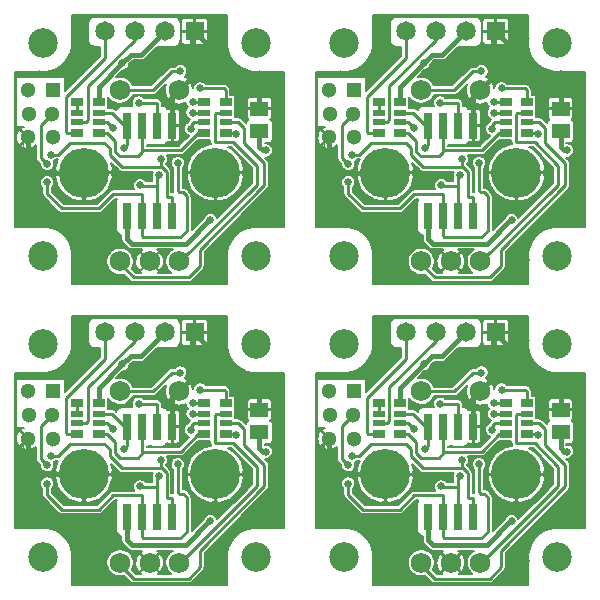
<source format=gbl>
G04 (created by PCBNEW (2013-03-02 BZR 3981)-testing) date Tue 05 Mar 2013 10:50:34 AM CET*
%MOIN*%
G04 Gerber Fmt 3.4, Leading zero omitted, Abs format*
%FSLAX34Y34*%
G01*
G70*
G90*
G04 APERTURE LIST*
%ADD10C,3.14961e-06*%
%ADD11C,0.0688976*%
%ADD12O,0.167323X0.167323*%
%ADD13C,0.0984252*%
%ADD14R,0.0511811X0.0511811*%
%ADD15C,0.0511811*%
%ADD16R,0.0649606X0.0649606*%
%ADD17C,0.0649606*%
%ADD18R,0.0275591X0.0866142*%
%ADD19R,0.059X0.0511*%
%ADD20R,0.0393701X0.0255906*%
%ADD21R,0.0393701X0.019685*%
%ADD22C,0.0255906*%
%ADD23C,0.00984252*%
%ADD24C,0.015748*%
%ADD25C,0.000393701*%
%ADD26C,0.00629921*%
G04 APERTURE END LIST*
G54D10*
G54D11*
X43503Y-21456D03*
X45472Y-21456D03*
X44488Y-21456D03*
X45472Y-15748D03*
X43503Y-15748D03*
G54D12*
X46673Y-18503D03*
X42303Y-18503D03*
G54D13*
X48031Y-21259D03*
X40944Y-21259D03*
X40944Y-14173D03*
X48031Y-14173D03*
G54D14*
X41259Y-15748D03*
G54D15*
X40433Y-15748D03*
X41220Y-16535D03*
X40472Y-16535D03*
X41259Y-17322D03*
X40433Y-17322D03*
G54D16*
X45988Y-13779D03*
G54D17*
X44988Y-13779D03*
X43988Y-13779D03*
X42988Y-13779D03*
G54D18*
X43738Y-16925D03*
X44238Y-16925D03*
X44738Y-16925D03*
X45238Y-16925D03*
X45238Y-19925D03*
X44738Y-19925D03*
X44238Y-19925D03*
X43738Y-19925D03*
G54D19*
X48149Y-17106D03*
X48149Y-16358D03*
G54D20*
X47027Y-17175D03*
G54D21*
X47027Y-16811D03*
X47027Y-16496D03*
G54D20*
X47027Y-16131D03*
X46318Y-17175D03*
G54D21*
X46318Y-16811D03*
X46318Y-16496D03*
G54D20*
X46318Y-16131D03*
X42086Y-16131D03*
G54D21*
X42086Y-16496D03*
X42086Y-16811D03*
G54D20*
X42086Y-17175D03*
X42795Y-16131D03*
G54D21*
X42795Y-16496D03*
X42795Y-16811D03*
G54D20*
X42795Y-17175D03*
X32047Y-16131D03*
G54D21*
X32047Y-16496D03*
X32047Y-16811D03*
G54D20*
X32047Y-17175D03*
X32755Y-16131D03*
G54D21*
X32755Y-16496D03*
X32755Y-16811D03*
G54D20*
X32755Y-17175D03*
X36988Y-17175D03*
G54D21*
X36988Y-16811D03*
X36988Y-16496D03*
G54D20*
X36988Y-16131D03*
X36279Y-17175D03*
G54D21*
X36279Y-16811D03*
X36279Y-16496D03*
G54D20*
X36279Y-16131D03*
G54D19*
X38110Y-17106D03*
X38110Y-16358D03*
G54D18*
X33698Y-16925D03*
X34198Y-16925D03*
X34698Y-16925D03*
X35198Y-16925D03*
X35198Y-19925D03*
X34698Y-19925D03*
X34198Y-19925D03*
X33698Y-19925D03*
G54D16*
X35948Y-13779D03*
G54D17*
X34948Y-13779D03*
X33948Y-13779D03*
X32948Y-13779D03*
G54D14*
X31220Y-15748D03*
G54D15*
X30393Y-15748D03*
X31181Y-16535D03*
X30433Y-16535D03*
X31220Y-17322D03*
X30393Y-17322D03*
G54D13*
X37992Y-14173D03*
X30905Y-14173D03*
X30905Y-21259D03*
X37992Y-21259D03*
G54D11*
X33464Y-21456D03*
X35433Y-21456D03*
X34448Y-21456D03*
X35433Y-15748D03*
X33464Y-15748D03*
G54D12*
X36633Y-18503D03*
X32263Y-18503D03*
G54D11*
X33464Y-31496D03*
X35433Y-31496D03*
X34448Y-31496D03*
X35433Y-25787D03*
X33464Y-25787D03*
G54D12*
X36633Y-28543D03*
X32263Y-28543D03*
G54D13*
X37992Y-31299D03*
X30905Y-31299D03*
X30905Y-24212D03*
X37992Y-24212D03*
G54D14*
X31220Y-25787D03*
G54D15*
X30393Y-25787D03*
X31181Y-26574D03*
X30433Y-26574D03*
X31220Y-27362D03*
X30393Y-27362D03*
G54D16*
X35948Y-23818D03*
G54D17*
X34948Y-23818D03*
X33948Y-23818D03*
X32948Y-23818D03*
G54D18*
X33698Y-26964D03*
X34198Y-26964D03*
X34698Y-26964D03*
X35198Y-26964D03*
X35198Y-29964D03*
X34698Y-29964D03*
X34198Y-29964D03*
X33698Y-29964D03*
G54D19*
X38110Y-27145D03*
X38110Y-26397D03*
G54D20*
X36988Y-27214D03*
G54D21*
X36988Y-26850D03*
X36988Y-26535D03*
G54D20*
X36988Y-26171D03*
X36279Y-27214D03*
G54D21*
X36279Y-26850D03*
X36279Y-26535D03*
G54D20*
X36279Y-26171D03*
X32047Y-26171D03*
G54D21*
X32047Y-26535D03*
X32047Y-26850D03*
G54D20*
X32047Y-27214D03*
X32755Y-26171D03*
G54D21*
X32755Y-26535D03*
X32755Y-26850D03*
G54D20*
X32755Y-27214D03*
X42086Y-26171D03*
G54D21*
X42086Y-26535D03*
X42086Y-26850D03*
G54D20*
X42086Y-27214D03*
X42795Y-26171D03*
G54D21*
X42795Y-26535D03*
X42795Y-26850D03*
G54D20*
X42795Y-27214D03*
X47027Y-27214D03*
G54D21*
X47027Y-26850D03*
X47027Y-26535D03*
G54D20*
X47027Y-26171D03*
X46318Y-27214D03*
G54D21*
X46318Y-26850D03*
X46318Y-26535D03*
G54D20*
X46318Y-26171D03*
G54D19*
X48149Y-27145D03*
X48149Y-26397D03*
G54D18*
X43738Y-26964D03*
X44238Y-26964D03*
X44738Y-26964D03*
X45238Y-26964D03*
X45238Y-29964D03*
X44738Y-29964D03*
X44238Y-29964D03*
X43738Y-29964D03*
G54D16*
X45988Y-23818D03*
G54D17*
X44988Y-23818D03*
X43988Y-23818D03*
X42988Y-23818D03*
G54D14*
X41259Y-25787D03*
G54D15*
X40433Y-25787D03*
X41220Y-26574D03*
X40472Y-26574D03*
X41259Y-27362D03*
X40433Y-27362D03*
G54D13*
X48031Y-24212D03*
X40944Y-24212D03*
X40944Y-31299D03*
X48031Y-31299D03*
G54D11*
X43503Y-31496D03*
X45472Y-31496D03*
X44488Y-31496D03*
X45472Y-25787D03*
X43503Y-25787D03*
G54D12*
X46673Y-28543D03*
X42303Y-28543D03*
G54D22*
X45511Y-15118D03*
X46181Y-15688D03*
X36141Y-15688D03*
X35472Y-15118D03*
X35472Y-25157D03*
X36141Y-25728D03*
X46181Y-25728D03*
X45511Y-25157D03*
X44173Y-18917D03*
X44803Y-18582D03*
X45925Y-16496D03*
X35885Y-16496D03*
X34763Y-18582D03*
X34133Y-18917D03*
X34133Y-28956D03*
X34763Y-28622D03*
X35885Y-26535D03*
X45925Y-26535D03*
X44803Y-28622D03*
X44173Y-28956D03*
X41200Y-17893D03*
X44862Y-18051D03*
X45925Y-16141D03*
X35885Y-16141D03*
X34822Y-18051D03*
X31161Y-17893D03*
X31161Y-27933D03*
X34822Y-28090D03*
X35885Y-26181D03*
X45925Y-26181D03*
X44862Y-28090D03*
X41200Y-27933D03*
X43622Y-17677D03*
X33582Y-17677D03*
X33582Y-27716D03*
X43622Y-27716D03*
X41072Y-18208D03*
X41072Y-18818D03*
X45866Y-17027D03*
X45433Y-18169D03*
X35393Y-18169D03*
X35826Y-17027D03*
X31033Y-18818D03*
X31033Y-18208D03*
X31033Y-28248D03*
X31033Y-28858D03*
X35826Y-27066D03*
X35393Y-28208D03*
X45433Y-28208D03*
X45866Y-27066D03*
X41072Y-28858D03*
X41072Y-28248D03*
X42125Y-14074D03*
X42125Y-14685D03*
X48779Y-15472D03*
X48779Y-16968D03*
X48759Y-18543D03*
X48759Y-19468D03*
X46692Y-21555D03*
X42125Y-13484D03*
X40196Y-18937D03*
X40748Y-19606D03*
X40196Y-20118D03*
X42992Y-20433D03*
X42322Y-21692D03*
X41299Y-20118D03*
X31259Y-20118D03*
X32283Y-21692D03*
X32952Y-20433D03*
X30157Y-20118D03*
X30708Y-19606D03*
X30157Y-18937D03*
X32086Y-13484D03*
X36653Y-21555D03*
X38720Y-19468D03*
X38720Y-18543D03*
X38740Y-16968D03*
X38740Y-15472D03*
X32086Y-14685D03*
X32086Y-14074D03*
X32086Y-24114D03*
X32086Y-24724D03*
X38740Y-25511D03*
X38740Y-27007D03*
X38720Y-28582D03*
X38720Y-29507D03*
X36653Y-31594D03*
X32086Y-23523D03*
X30157Y-28976D03*
X30708Y-29645D03*
X30157Y-30157D03*
X32952Y-30472D03*
X32283Y-31732D03*
X31259Y-30157D03*
X41299Y-30157D03*
X42322Y-31732D03*
X42992Y-30472D03*
X40196Y-30157D03*
X40748Y-29645D03*
X40196Y-28976D03*
X42125Y-23523D03*
X46692Y-31594D03*
X48759Y-29507D03*
X48759Y-28582D03*
X48779Y-27007D03*
X48779Y-25511D03*
X42125Y-24724D03*
X42125Y-24114D03*
X44133Y-16161D03*
X43257Y-16998D03*
X33218Y-16998D03*
X34094Y-16161D03*
X34094Y-26200D03*
X33218Y-27037D03*
X43257Y-27037D03*
X44133Y-26200D03*
X47381Y-17204D03*
X37342Y-17204D03*
X37342Y-27244D03*
X47381Y-27244D03*
X48366Y-17755D03*
X43582Y-14842D03*
X46515Y-20078D03*
X36476Y-20078D03*
X33543Y-14842D03*
X38326Y-17755D03*
X38326Y-27795D03*
X33543Y-24881D03*
X36476Y-30118D03*
X46515Y-30118D03*
X43582Y-24881D03*
X48366Y-27795D03*
G54D23*
X44606Y-15748D02*
X45236Y-15118D01*
X45236Y-15118D02*
X45511Y-15118D01*
X43503Y-15748D02*
X44606Y-15748D01*
X47027Y-15748D02*
X46968Y-15688D01*
X46968Y-15688D02*
X46181Y-15688D01*
X47027Y-15748D02*
X47027Y-16131D01*
X36988Y-15748D02*
X36988Y-16131D01*
X36929Y-15688D02*
X36141Y-15688D01*
X36988Y-15748D02*
X36929Y-15688D01*
X33464Y-15748D02*
X34566Y-15748D01*
X35196Y-15118D02*
X35472Y-15118D01*
X34566Y-15748D02*
X35196Y-15118D01*
X34566Y-25787D02*
X35196Y-25157D01*
X35196Y-25157D02*
X35472Y-25157D01*
X33464Y-25787D02*
X34566Y-25787D01*
X36988Y-25787D02*
X36929Y-25728D01*
X36929Y-25728D02*
X36141Y-25728D01*
X36988Y-25787D02*
X36988Y-26171D01*
X47027Y-25787D02*
X47027Y-26171D01*
X46968Y-25728D02*
X46181Y-25728D01*
X47027Y-25787D02*
X46968Y-25728D01*
X43503Y-25787D02*
X44606Y-25787D01*
X45236Y-25157D02*
X45511Y-25157D01*
X44606Y-25787D02*
X45236Y-25157D01*
X43956Y-21988D02*
X45787Y-21988D01*
X43503Y-21535D02*
X43956Y-21988D01*
X43503Y-21456D02*
X43503Y-21535D01*
X46161Y-21062D02*
X48307Y-18917D01*
X46161Y-21614D02*
X46161Y-21062D01*
X45787Y-21988D02*
X46161Y-21614D01*
X47027Y-16811D02*
X47440Y-16811D01*
X47637Y-17519D02*
X47637Y-17007D01*
X48307Y-18188D02*
X48307Y-18917D01*
X47637Y-17519D02*
X48307Y-18188D01*
X47440Y-16811D02*
X47637Y-17007D01*
X47066Y-16850D02*
X47027Y-16811D01*
X37027Y-16850D02*
X36988Y-16811D01*
X37401Y-16811D02*
X37598Y-17007D01*
X37598Y-17519D02*
X38267Y-18188D01*
X38267Y-18188D02*
X38267Y-18917D01*
X37598Y-17519D02*
X37598Y-17007D01*
X36988Y-16811D02*
X37401Y-16811D01*
X35748Y-21988D02*
X36122Y-21614D01*
X36122Y-21614D02*
X36122Y-21062D01*
X36122Y-21062D02*
X38267Y-18917D01*
X33464Y-21456D02*
X33464Y-21535D01*
X33464Y-21535D02*
X33917Y-21988D01*
X33917Y-21988D02*
X35748Y-21988D01*
X33917Y-32027D02*
X35748Y-32027D01*
X33464Y-31574D02*
X33917Y-32027D01*
X33464Y-31496D02*
X33464Y-31574D01*
X36122Y-31102D02*
X38267Y-28956D01*
X36122Y-31653D02*
X36122Y-31102D01*
X35748Y-32027D02*
X36122Y-31653D01*
X36988Y-26850D02*
X37401Y-26850D01*
X37598Y-27559D02*
X37598Y-27047D01*
X38267Y-28228D02*
X38267Y-28956D01*
X37598Y-27559D02*
X38267Y-28228D01*
X37401Y-26850D02*
X37598Y-27047D01*
X37027Y-26889D02*
X36988Y-26850D01*
X47066Y-26889D02*
X47027Y-26850D01*
X47440Y-26850D02*
X47637Y-27047D01*
X47637Y-27559D02*
X48307Y-28228D01*
X48307Y-28228D02*
X48307Y-28956D01*
X47637Y-27559D02*
X47637Y-27047D01*
X47027Y-26850D02*
X47440Y-26850D01*
X45787Y-32027D02*
X46161Y-31653D01*
X46161Y-31653D02*
X46161Y-31102D01*
X46161Y-31102D02*
X48307Y-28956D01*
X43503Y-31496D02*
X43503Y-31574D01*
X43503Y-31574D02*
X43956Y-32027D01*
X43956Y-32027D02*
X45787Y-32027D01*
X47281Y-17481D02*
X46691Y-17481D01*
X46712Y-16496D02*
X47027Y-16496D01*
X46673Y-16535D02*
X46712Y-16496D01*
X46673Y-17463D02*
X46673Y-16535D01*
X46691Y-17481D02*
X46673Y-17463D01*
X45472Y-21456D02*
X45511Y-21456D01*
X45511Y-21456D02*
X48070Y-18897D01*
X48070Y-18270D02*
X48070Y-18897D01*
X47281Y-17481D02*
X48070Y-18270D01*
X37242Y-17481D02*
X38031Y-18270D01*
X38031Y-18270D02*
X38031Y-18897D01*
X35472Y-21456D02*
X38031Y-18897D01*
X35433Y-21456D02*
X35472Y-21456D01*
X36651Y-17481D02*
X36633Y-17463D01*
X36633Y-17463D02*
X36633Y-16535D01*
X36633Y-16535D02*
X36673Y-16496D01*
X36673Y-16496D02*
X36988Y-16496D01*
X37242Y-17481D02*
X36651Y-17481D01*
X37242Y-27521D02*
X36651Y-27521D01*
X36673Y-26535D02*
X36988Y-26535D01*
X36633Y-26574D02*
X36673Y-26535D01*
X36633Y-27503D02*
X36633Y-26574D01*
X36651Y-27521D02*
X36633Y-27503D01*
X35433Y-31496D02*
X35472Y-31496D01*
X35472Y-31496D02*
X38031Y-28937D01*
X38031Y-28310D02*
X38031Y-28937D01*
X37242Y-27521D02*
X38031Y-28310D01*
X47281Y-27521D02*
X48070Y-28310D01*
X48070Y-28310D02*
X48070Y-28937D01*
X45511Y-31496D02*
X48070Y-28937D01*
X45472Y-31496D02*
X45511Y-31496D01*
X46691Y-27521D02*
X46673Y-27503D01*
X46673Y-27503D02*
X46673Y-26574D01*
X46673Y-26574D02*
X46712Y-26535D01*
X46712Y-26535D02*
X47027Y-26535D01*
X47281Y-27521D02*
X46691Y-27521D01*
X46318Y-17175D02*
X46112Y-17175D01*
X45531Y-17755D02*
X44238Y-17755D01*
X46112Y-17175D02*
X45531Y-17755D01*
X42795Y-17175D02*
X43080Y-17175D01*
X44238Y-17809D02*
X44238Y-17755D01*
X44238Y-17755D02*
X44238Y-17003D01*
X43080Y-17175D02*
X43346Y-17440D01*
X43346Y-17440D02*
X43346Y-17795D01*
X44094Y-17952D02*
X44238Y-17809D01*
X43503Y-17952D02*
X44094Y-17952D01*
X43346Y-17795D02*
X43503Y-17952D01*
X33307Y-17795D02*
X33464Y-17952D01*
X33464Y-17952D02*
X34055Y-17952D01*
X34055Y-17952D02*
X34198Y-17809D01*
X33307Y-17440D02*
X33307Y-17795D01*
X33041Y-17175D02*
X33307Y-17440D01*
X34198Y-17755D02*
X34198Y-17003D01*
X34198Y-17809D02*
X34198Y-17755D01*
X32755Y-17175D02*
X33041Y-17175D01*
X36072Y-17175D02*
X35492Y-17755D01*
X35492Y-17755D02*
X34198Y-17755D01*
X36279Y-17175D02*
X36072Y-17175D01*
X36279Y-27214D02*
X36072Y-27214D01*
X35492Y-27795D02*
X34198Y-27795D01*
X36072Y-27214D02*
X35492Y-27795D01*
X32755Y-27214D02*
X33041Y-27214D01*
X34198Y-27848D02*
X34198Y-27795D01*
X34198Y-27795D02*
X34198Y-27043D01*
X33041Y-27214D02*
X33307Y-27480D01*
X33307Y-27480D02*
X33307Y-27834D01*
X34055Y-27992D02*
X34198Y-27848D01*
X33464Y-27992D02*
X34055Y-27992D01*
X33307Y-27834D02*
X33464Y-27992D01*
X43346Y-27834D02*
X43503Y-27992D01*
X43503Y-27992D02*
X44094Y-27992D01*
X44094Y-27992D02*
X44238Y-27848D01*
X43346Y-27480D02*
X43346Y-27834D01*
X43080Y-27214D02*
X43346Y-27480D01*
X44238Y-27795D02*
X44238Y-27043D01*
X44238Y-27848D02*
X44238Y-27795D01*
X42795Y-27214D02*
X43080Y-27214D01*
X46112Y-27214D02*
X45531Y-27795D01*
X45531Y-27795D02*
X44238Y-27795D01*
X46318Y-27214D02*
X46112Y-27214D01*
X44173Y-18917D02*
X44198Y-18942D01*
X44738Y-18942D02*
X44198Y-18942D01*
X44738Y-18942D02*
X44738Y-18647D01*
X44738Y-18647D02*
X44803Y-18582D01*
X46318Y-16496D02*
X45925Y-16496D01*
X44738Y-20003D02*
X44738Y-18942D01*
X34698Y-20003D02*
X34698Y-18942D01*
X36279Y-16496D02*
X35885Y-16496D01*
X34698Y-18647D02*
X34763Y-18582D01*
X34698Y-18942D02*
X34698Y-18647D01*
X34698Y-18942D02*
X34159Y-18942D01*
X34133Y-18917D02*
X34159Y-18942D01*
X34133Y-28956D02*
X34159Y-28982D01*
X34698Y-28982D02*
X34159Y-28982D01*
X34698Y-28982D02*
X34698Y-28687D01*
X34698Y-28687D02*
X34763Y-28622D01*
X36279Y-26535D02*
X35885Y-26535D01*
X34698Y-30043D02*
X34698Y-28982D01*
X44738Y-30043D02*
X44738Y-28982D01*
X46318Y-26535D02*
X45925Y-26535D01*
X44738Y-28687D02*
X44803Y-28622D01*
X44738Y-28982D02*
X44738Y-28687D01*
X44738Y-28982D02*
X44198Y-28982D01*
X44173Y-28956D02*
X44198Y-28982D01*
X41840Y-17500D02*
X41446Y-17893D01*
X42982Y-17500D02*
X41840Y-17500D01*
X43159Y-17893D02*
X43572Y-18307D01*
X43572Y-18307D02*
X43917Y-18307D01*
X44862Y-18307D02*
X43917Y-18307D01*
X43159Y-17677D02*
X42982Y-17500D01*
X43159Y-17677D02*
X43159Y-17893D01*
X41446Y-17893D02*
X41200Y-17893D01*
X44901Y-18307D02*
X45059Y-18464D01*
X44862Y-18307D02*
X44901Y-18307D01*
X45236Y-19923D02*
X45238Y-19925D01*
X45236Y-19291D02*
X45236Y-19923D01*
X45059Y-19291D02*
X45236Y-19291D01*
X45059Y-18464D02*
X45059Y-19291D01*
X46318Y-16131D02*
X45935Y-16131D01*
X44862Y-18051D02*
X44862Y-18307D01*
X45935Y-16131D02*
X45925Y-16141D01*
X35895Y-16131D02*
X35885Y-16141D01*
X34822Y-18051D02*
X34822Y-18307D01*
X36279Y-16131D02*
X35895Y-16131D01*
X35019Y-18464D02*
X35019Y-19291D01*
X35019Y-19291D02*
X35196Y-19291D01*
X35196Y-19291D02*
X35196Y-19923D01*
X35196Y-19923D02*
X35198Y-19925D01*
X34822Y-18307D02*
X34862Y-18307D01*
X34862Y-18307D02*
X35019Y-18464D01*
X31407Y-17893D02*
X31161Y-17893D01*
X33120Y-17677D02*
X33120Y-17893D01*
X33120Y-17677D02*
X32942Y-17500D01*
X34822Y-18307D02*
X33877Y-18307D01*
X33533Y-18307D02*
X33877Y-18307D01*
X33120Y-17893D02*
X33533Y-18307D01*
X32942Y-17500D02*
X31801Y-17500D01*
X31801Y-17500D02*
X31407Y-17893D01*
X31801Y-27539D02*
X31407Y-27933D01*
X32942Y-27539D02*
X31801Y-27539D01*
X33120Y-27933D02*
X33533Y-28346D01*
X33533Y-28346D02*
X33877Y-28346D01*
X34822Y-28346D02*
X33877Y-28346D01*
X33120Y-27716D02*
X32942Y-27539D01*
X33120Y-27716D02*
X33120Y-27933D01*
X31407Y-27933D02*
X31161Y-27933D01*
X34862Y-28346D02*
X35019Y-28503D01*
X34822Y-28346D02*
X34862Y-28346D01*
X35196Y-29962D02*
X35198Y-29964D01*
X35196Y-29330D02*
X35196Y-29962D01*
X35019Y-29330D02*
X35196Y-29330D01*
X35019Y-28503D02*
X35019Y-29330D01*
X36279Y-26171D02*
X35895Y-26171D01*
X34822Y-28090D02*
X34822Y-28346D01*
X35895Y-26171D02*
X35885Y-26181D01*
X45935Y-26171D02*
X45925Y-26181D01*
X44862Y-28090D02*
X44862Y-28346D01*
X46318Y-26171D02*
X45935Y-26171D01*
X45059Y-28503D02*
X45059Y-29330D01*
X45059Y-29330D02*
X45236Y-29330D01*
X45236Y-29330D02*
X45236Y-29962D01*
X45236Y-29962D02*
X45238Y-29964D01*
X44862Y-28346D02*
X44901Y-28346D01*
X44901Y-28346D02*
X45059Y-28503D01*
X41446Y-27933D02*
X41200Y-27933D01*
X43159Y-27716D02*
X43159Y-27933D01*
X43159Y-27716D02*
X42982Y-27539D01*
X44862Y-28346D02*
X43917Y-28346D01*
X43572Y-28346D02*
X43917Y-28346D01*
X43159Y-27933D02*
X43572Y-28346D01*
X42982Y-27539D02*
X41840Y-27539D01*
X41840Y-27539D02*
X41446Y-27933D01*
X43988Y-13779D02*
X43988Y-14062D01*
X43988Y-14062D02*
X42440Y-15610D01*
X42086Y-16811D02*
X42362Y-16811D01*
X42440Y-16732D02*
X42440Y-15610D01*
X42362Y-16811D02*
X42440Y-16732D01*
X32322Y-16811D02*
X32401Y-16732D01*
X32401Y-16732D02*
X32401Y-15610D01*
X32047Y-16811D02*
X32322Y-16811D01*
X33948Y-14062D02*
X32401Y-15610D01*
X33948Y-13779D02*
X33948Y-14062D01*
X33948Y-23818D02*
X33948Y-24102D01*
X33948Y-24102D02*
X32401Y-25649D01*
X32047Y-26850D02*
X32322Y-26850D01*
X32401Y-26771D02*
X32401Y-25649D01*
X32322Y-26850D02*
X32401Y-26771D01*
X42362Y-26850D02*
X42440Y-26771D01*
X42440Y-26771D02*
X42440Y-25649D01*
X42086Y-26850D02*
X42362Y-26850D01*
X43988Y-24102D02*
X42440Y-25649D01*
X43988Y-23818D02*
X43988Y-24102D01*
X43230Y-16496D02*
X43738Y-17003D01*
X42795Y-16496D02*
X43230Y-16496D01*
X43622Y-17677D02*
X43738Y-17561D01*
X43738Y-17003D02*
X43738Y-17561D01*
X33698Y-17003D02*
X33698Y-17561D01*
X33582Y-17677D02*
X33698Y-17561D01*
X32755Y-16496D02*
X33190Y-16496D01*
X33190Y-16496D02*
X33698Y-17003D01*
X33190Y-26535D02*
X33698Y-27043D01*
X32755Y-26535D02*
X33190Y-26535D01*
X33582Y-27716D02*
X33698Y-27600D01*
X33698Y-27043D02*
X33698Y-27600D01*
X43738Y-27043D02*
X43738Y-27600D01*
X43622Y-27716D02*
X43738Y-27600D01*
X42795Y-26535D02*
X43230Y-26535D01*
X43230Y-26535D02*
X43738Y-27043D01*
X41072Y-18818D02*
X41072Y-19192D01*
X40856Y-17775D02*
X40856Y-17992D01*
X40856Y-17992D02*
X41072Y-18208D01*
X43267Y-19212D02*
X42795Y-19685D01*
X45728Y-20433D02*
X45728Y-19271D01*
X44224Y-19212D02*
X43267Y-19212D01*
X44224Y-19990D02*
X44238Y-20003D01*
X44224Y-19212D02*
X44224Y-19990D01*
X45866Y-16909D02*
X45866Y-17027D01*
X46318Y-16811D02*
X45964Y-16811D01*
X45964Y-16811D02*
X45866Y-16909D01*
X45511Y-20649D02*
X45728Y-20433D01*
X44238Y-20003D02*
X44238Y-20616D01*
X44271Y-20649D02*
X44238Y-20616D01*
X44271Y-20649D02*
X45511Y-20649D01*
X45433Y-19100D02*
X45433Y-18169D01*
X45486Y-19153D02*
X45433Y-19100D01*
X45610Y-19153D02*
X45486Y-19153D01*
X45728Y-19271D02*
X45610Y-19153D01*
X42795Y-19685D02*
X41938Y-19685D01*
X40856Y-16899D02*
X41220Y-16535D01*
X40856Y-16899D02*
X40856Y-17775D01*
X41564Y-19685D02*
X41938Y-19685D01*
X41072Y-19192D02*
X41564Y-19685D01*
X46338Y-16811D02*
X46318Y-16811D01*
X36299Y-16811D02*
X36279Y-16811D01*
X31033Y-19192D02*
X31525Y-19685D01*
X31525Y-19685D02*
X31899Y-19685D01*
X30816Y-16899D02*
X30816Y-17775D01*
X30816Y-16899D02*
X31181Y-16535D01*
X32755Y-19685D02*
X31899Y-19685D01*
X35688Y-19271D02*
X35570Y-19153D01*
X35570Y-19153D02*
X35446Y-19153D01*
X35446Y-19153D02*
X35393Y-19100D01*
X35393Y-19100D02*
X35393Y-18169D01*
X34232Y-20649D02*
X35472Y-20649D01*
X34232Y-20649D02*
X34198Y-20616D01*
X34198Y-20003D02*
X34198Y-20616D01*
X35472Y-20649D02*
X35688Y-20433D01*
X35925Y-16811D02*
X35826Y-16909D01*
X36279Y-16811D02*
X35925Y-16811D01*
X35826Y-16909D02*
X35826Y-17027D01*
X34185Y-19212D02*
X34185Y-19990D01*
X34185Y-19990D02*
X34198Y-20003D01*
X34185Y-19212D02*
X33228Y-19212D01*
X35688Y-20433D02*
X35688Y-19271D01*
X33228Y-19212D02*
X32755Y-19685D01*
X30816Y-17992D02*
X31033Y-18208D01*
X30816Y-17775D02*
X30816Y-17992D01*
X31033Y-18818D02*
X31033Y-19192D01*
X31033Y-28858D02*
X31033Y-29232D01*
X30816Y-27814D02*
X30816Y-28031D01*
X30816Y-28031D02*
X31033Y-28248D01*
X33228Y-29251D02*
X32755Y-29724D01*
X35688Y-30472D02*
X35688Y-29311D01*
X34185Y-29251D02*
X33228Y-29251D01*
X34185Y-30029D02*
X34198Y-30043D01*
X34185Y-29251D02*
X34185Y-30029D01*
X35826Y-26948D02*
X35826Y-27066D01*
X36279Y-26850D02*
X35925Y-26850D01*
X35925Y-26850D02*
X35826Y-26948D01*
X35472Y-30688D02*
X35688Y-30472D01*
X34198Y-30043D02*
X34198Y-30655D01*
X34232Y-30688D02*
X34198Y-30655D01*
X34232Y-30688D02*
X35472Y-30688D01*
X35393Y-29139D02*
X35393Y-28208D01*
X35446Y-29192D02*
X35393Y-29139D01*
X35570Y-29192D02*
X35446Y-29192D01*
X35688Y-29311D02*
X35570Y-29192D01*
X32755Y-29724D02*
X31899Y-29724D01*
X30816Y-26938D02*
X31181Y-26574D01*
X30816Y-26938D02*
X30816Y-27814D01*
X31525Y-29724D02*
X31899Y-29724D01*
X31033Y-29232D02*
X31525Y-29724D01*
X36299Y-26850D02*
X36279Y-26850D01*
X46338Y-26850D02*
X46318Y-26850D01*
X41072Y-29232D02*
X41564Y-29724D01*
X41564Y-29724D02*
X41938Y-29724D01*
X40856Y-26938D02*
X40856Y-27814D01*
X40856Y-26938D02*
X41220Y-26574D01*
X42795Y-29724D02*
X41938Y-29724D01*
X45728Y-29311D02*
X45610Y-29192D01*
X45610Y-29192D02*
X45486Y-29192D01*
X45486Y-29192D02*
X45433Y-29139D01*
X45433Y-29139D02*
X45433Y-28208D01*
X44271Y-30688D02*
X45511Y-30688D01*
X44271Y-30688D02*
X44238Y-30655D01*
X44238Y-30043D02*
X44238Y-30655D01*
X45511Y-30688D02*
X45728Y-30472D01*
X45964Y-26850D02*
X45866Y-26948D01*
X46318Y-26850D02*
X45964Y-26850D01*
X45866Y-26948D02*
X45866Y-27066D01*
X44224Y-29251D02*
X44224Y-30029D01*
X44224Y-30029D02*
X44238Y-30043D01*
X44224Y-29251D02*
X43267Y-29251D01*
X45728Y-30472D02*
X45728Y-29311D01*
X43267Y-29251D02*
X42795Y-29724D01*
X40856Y-28031D02*
X41072Y-28248D01*
X40856Y-27814D02*
X40856Y-28031D01*
X41072Y-28858D02*
X41072Y-29232D01*
X42992Y-14665D02*
X42992Y-13783D01*
X42992Y-14665D02*
X41692Y-15964D01*
X41692Y-15964D02*
X41692Y-17125D01*
X41692Y-17125D02*
X41742Y-17175D01*
X42086Y-17175D02*
X41742Y-17175D01*
X42992Y-13783D02*
X42988Y-13779D01*
X42988Y-13779D02*
X42988Y-13822D01*
X32948Y-13779D02*
X32948Y-13822D01*
X32952Y-13783D02*
X32948Y-13779D01*
X32047Y-17175D02*
X31702Y-17175D01*
X31653Y-17125D02*
X31702Y-17175D01*
X31653Y-15964D02*
X31653Y-17125D01*
X32952Y-14665D02*
X31653Y-15964D01*
X32952Y-14665D02*
X32952Y-13783D01*
X32952Y-24704D02*
X32952Y-23822D01*
X32952Y-24704D02*
X31653Y-26003D01*
X31653Y-26003D02*
X31653Y-27165D01*
X31653Y-27165D02*
X31702Y-27214D01*
X32047Y-27214D02*
X31702Y-27214D01*
X32952Y-23822D02*
X32948Y-23818D01*
X32948Y-23818D02*
X32948Y-23862D01*
X42988Y-23818D02*
X42988Y-23862D01*
X42992Y-23822D02*
X42988Y-23818D01*
X42086Y-27214D02*
X41742Y-27214D01*
X41692Y-27165D02*
X41742Y-27214D01*
X41692Y-26003D02*
X41692Y-27165D01*
X42992Y-24704D02*
X41692Y-26003D01*
X42992Y-24704D02*
X42992Y-23822D01*
G54D24*
X40629Y-18503D02*
X40433Y-18307D01*
X42047Y-18503D02*
X40629Y-18503D01*
X40433Y-18307D02*
X40433Y-17322D01*
G54D25*
X48661Y-16358D02*
X48661Y-15590D01*
X48661Y-15590D02*
X48779Y-15472D01*
X48759Y-19468D02*
X48759Y-19704D01*
X48661Y-16358D02*
X48779Y-16476D01*
X48779Y-16476D02*
X48779Y-16968D01*
X48759Y-18543D02*
X48759Y-19468D01*
X48149Y-16358D02*
X48661Y-16358D01*
X46692Y-21023D02*
X46692Y-21555D01*
X47381Y-20334D02*
X46692Y-21023D01*
X47637Y-20334D02*
X47381Y-20334D01*
X47795Y-20177D02*
X47637Y-20334D01*
X48287Y-20177D02*
X47795Y-20177D01*
X48759Y-19704D02*
X48287Y-20177D01*
X45988Y-13779D02*
X45988Y-13409D01*
X42322Y-13287D02*
X42125Y-13484D01*
X45866Y-13287D02*
X42322Y-13287D01*
X45988Y-13409D02*
X45866Y-13287D01*
X40196Y-18937D02*
X40255Y-17500D01*
X40255Y-17500D02*
X40433Y-17322D01*
G54D24*
X45988Y-13822D02*
X48149Y-15984D01*
X45988Y-13779D02*
X45988Y-13822D01*
X48149Y-15984D02*
X48149Y-16358D01*
G54D25*
X40748Y-19606D02*
X40708Y-19606D01*
X40708Y-19606D02*
X40196Y-20118D01*
X40748Y-19606D02*
X41299Y-20118D01*
G54D24*
X45909Y-15311D02*
X45909Y-13858D01*
X45472Y-15748D02*
X45909Y-15311D01*
X45909Y-13858D02*
X45988Y-13779D01*
X45238Y-17003D02*
X45238Y-15982D01*
X45238Y-15982D02*
X45472Y-15748D01*
X35198Y-15982D02*
X35433Y-15748D01*
X35198Y-17003D02*
X35198Y-15982D01*
X35870Y-13858D02*
X35948Y-13779D01*
X35433Y-15748D02*
X35870Y-15311D01*
X35870Y-15311D02*
X35870Y-13858D01*
G54D25*
X30708Y-19606D02*
X31259Y-20118D01*
X30669Y-19606D02*
X30157Y-20118D01*
X30708Y-19606D02*
X30669Y-19606D01*
G54D24*
X38110Y-15984D02*
X38110Y-16358D01*
X35948Y-13779D02*
X35948Y-13822D01*
X35948Y-13822D02*
X38110Y-15984D01*
G54D25*
X30216Y-17500D02*
X30393Y-17322D01*
X30157Y-18937D02*
X30216Y-17500D01*
X35948Y-13409D02*
X35826Y-13287D01*
X35826Y-13287D02*
X32283Y-13287D01*
X32283Y-13287D02*
X32086Y-13484D01*
X35948Y-13779D02*
X35948Y-13409D01*
X38720Y-19704D02*
X38248Y-20177D01*
X38248Y-20177D02*
X37755Y-20177D01*
X37755Y-20177D02*
X37598Y-20334D01*
X37598Y-20334D02*
X37342Y-20334D01*
X37342Y-20334D02*
X36653Y-21023D01*
X36653Y-21023D02*
X36653Y-21555D01*
X38110Y-16358D02*
X38622Y-16358D01*
X38720Y-18543D02*
X38720Y-19468D01*
X38740Y-16476D02*
X38740Y-16968D01*
X38622Y-16358D02*
X38740Y-16476D01*
X38720Y-19468D02*
X38720Y-19704D01*
X38622Y-15590D02*
X38740Y-15472D01*
X38622Y-16358D02*
X38622Y-15590D01*
G54D24*
X30393Y-18307D02*
X30393Y-17322D01*
X32007Y-18503D02*
X30590Y-18503D01*
X30590Y-18503D02*
X30393Y-18307D01*
X30590Y-28543D02*
X30393Y-28346D01*
X32007Y-28543D02*
X30590Y-28543D01*
X30393Y-28346D02*
X30393Y-27362D01*
G54D25*
X38622Y-26397D02*
X38622Y-25629D01*
X38622Y-25629D02*
X38740Y-25511D01*
X38720Y-29507D02*
X38720Y-29744D01*
X38622Y-26397D02*
X38740Y-26515D01*
X38740Y-26515D02*
X38740Y-27007D01*
X38720Y-28582D02*
X38720Y-29507D01*
X38110Y-26397D02*
X38622Y-26397D01*
X36653Y-31062D02*
X36653Y-31594D01*
X37342Y-30374D02*
X36653Y-31062D01*
X37598Y-30374D02*
X37342Y-30374D01*
X37755Y-30216D02*
X37598Y-30374D01*
X38248Y-30216D02*
X37755Y-30216D01*
X38720Y-29744D02*
X38248Y-30216D01*
X35948Y-23818D02*
X35948Y-23448D01*
X32283Y-23326D02*
X32086Y-23523D01*
X35826Y-23326D02*
X32283Y-23326D01*
X35948Y-23448D02*
X35826Y-23326D01*
X30157Y-28976D02*
X30216Y-27539D01*
X30216Y-27539D02*
X30393Y-27362D01*
G54D24*
X35948Y-23862D02*
X38110Y-26023D01*
X35948Y-23818D02*
X35948Y-23862D01*
X38110Y-26023D02*
X38110Y-26397D01*
G54D25*
X30708Y-29645D02*
X30669Y-29645D01*
X30669Y-29645D02*
X30157Y-30157D01*
X30708Y-29645D02*
X31259Y-30157D01*
G54D24*
X35870Y-25350D02*
X35870Y-23897D01*
X35433Y-25787D02*
X35870Y-25350D01*
X35870Y-23897D02*
X35948Y-23818D01*
X35198Y-27043D02*
X35198Y-26021D01*
X35198Y-26021D02*
X35433Y-25787D01*
X45238Y-26021D02*
X45472Y-25787D01*
X45238Y-27043D02*
X45238Y-26021D01*
X45909Y-23897D02*
X45988Y-23818D01*
X45472Y-25787D02*
X45909Y-25350D01*
X45909Y-25350D02*
X45909Y-23897D01*
G54D25*
X40748Y-29645D02*
X41299Y-30157D01*
X40708Y-29645D02*
X40196Y-30157D01*
X40748Y-29645D02*
X40708Y-29645D01*
G54D24*
X48149Y-26023D02*
X48149Y-26397D01*
X45988Y-23818D02*
X45988Y-23862D01*
X45988Y-23862D02*
X48149Y-26023D01*
G54D25*
X40255Y-27539D02*
X40433Y-27362D01*
X40196Y-28976D02*
X40255Y-27539D01*
X45988Y-23448D02*
X45866Y-23326D01*
X45866Y-23326D02*
X42322Y-23326D01*
X42322Y-23326D02*
X42125Y-23523D01*
X45988Y-23818D02*
X45988Y-23448D01*
X48759Y-29744D02*
X48287Y-30216D01*
X48287Y-30216D02*
X47795Y-30216D01*
X47795Y-30216D02*
X47637Y-30374D01*
X47637Y-30374D02*
X47381Y-30374D01*
X47381Y-30374D02*
X46692Y-31062D01*
X46692Y-31062D02*
X46692Y-31594D01*
X48149Y-26397D02*
X48661Y-26397D01*
X48759Y-28582D02*
X48759Y-29507D01*
X48779Y-26515D02*
X48779Y-27007D01*
X48661Y-26397D02*
X48779Y-26515D01*
X48759Y-29507D02*
X48759Y-29744D01*
X48661Y-25629D02*
X48779Y-25511D01*
X48661Y-26397D02*
X48661Y-25629D01*
G54D24*
X40433Y-28346D02*
X40433Y-27362D01*
X42047Y-28543D02*
X40629Y-28543D01*
X40629Y-28543D02*
X40433Y-28346D01*
G54D23*
X44724Y-16161D02*
X44738Y-16175D01*
X44738Y-17003D02*
X44738Y-16175D01*
X44133Y-16161D02*
X44724Y-16161D01*
X42795Y-16811D02*
X43070Y-16811D01*
X43070Y-16811D02*
X43257Y-16998D01*
X33031Y-16811D02*
X33218Y-16998D01*
X32755Y-16811D02*
X33031Y-16811D01*
X34094Y-16161D02*
X34685Y-16161D01*
X34698Y-17003D02*
X34698Y-16175D01*
X34685Y-16161D02*
X34698Y-16175D01*
X34685Y-26200D02*
X34698Y-26214D01*
X34698Y-27043D02*
X34698Y-26214D01*
X34094Y-26200D02*
X34685Y-26200D01*
X32755Y-26850D02*
X33031Y-26850D01*
X33031Y-26850D02*
X33218Y-27037D01*
X43070Y-26850D02*
X43257Y-27037D01*
X42795Y-26850D02*
X43070Y-26850D01*
X44133Y-26200D02*
X44724Y-26200D01*
X44738Y-27043D02*
X44738Y-26214D01*
X44724Y-26200D02*
X44738Y-26214D01*
X42086Y-16131D02*
X42086Y-16496D01*
X32047Y-16131D02*
X32047Y-16496D01*
X32047Y-26171D02*
X32047Y-26535D01*
X42086Y-26171D02*
X42086Y-26535D01*
X47027Y-17175D02*
X47352Y-17175D01*
X47381Y-17204D02*
X47352Y-17175D01*
X37342Y-17204D02*
X37312Y-17175D01*
X36988Y-17175D02*
X37312Y-17175D01*
X36988Y-27214D02*
X37312Y-27214D01*
X37342Y-27244D02*
X37312Y-27214D01*
X47381Y-27244D02*
X47352Y-27214D01*
X47027Y-27214D02*
X47352Y-27214D01*
G54D24*
X48149Y-17637D02*
X48267Y-17755D01*
X48149Y-17637D02*
X48149Y-17106D01*
X48267Y-17755D02*
X48366Y-17755D01*
X45688Y-20866D02*
X46476Y-20078D01*
X43897Y-20866D02*
X45688Y-20866D01*
X43738Y-20706D02*
X43738Y-20003D01*
X43738Y-20706D02*
X43897Y-20866D01*
X46476Y-20078D02*
X46515Y-20078D01*
X42795Y-16131D02*
X42795Y-15629D01*
X42795Y-15629D02*
X43582Y-14842D01*
X43582Y-14842D02*
X43858Y-14566D01*
X44200Y-14566D02*
X44988Y-13779D01*
X43858Y-14566D02*
X44200Y-14566D01*
X33818Y-14566D02*
X34161Y-14566D01*
X34161Y-14566D02*
X34948Y-13779D01*
X33543Y-14842D02*
X33818Y-14566D01*
X32755Y-15629D02*
X33543Y-14842D01*
X32755Y-16131D02*
X32755Y-15629D01*
X36437Y-20078D02*
X36476Y-20078D01*
X33698Y-20706D02*
X33858Y-20866D01*
X33698Y-20706D02*
X33698Y-20003D01*
X33858Y-20866D02*
X35649Y-20866D01*
X35649Y-20866D02*
X36437Y-20078D01*
X38228Y-17755D02*
X38326Y-17755D01*
X38110Y-17637D02*
X38110Y-17106D01*
X38110Y-17637D02*
X38228Y-17755D01*
X38110Y-27677D02*
X38228Y-27795D01*
X38110Y-27677D02*
X38110Y-27145D01*
X38228Y-27795D02*
X38326Y-27795D01*
X35649Y-30905D02*
X36437Y-30118D01*
X33858Y-30905D02*
X35649Y-30905D01*
X33698Y-30746D02*
X33698Y-30043D01*
X33698Y-30746D02*
X33858Y-30905D01*
X36437Y-30118D02*
X36476Y-30118D01*
X32755Y-26171D02*
X32755Y-25669D01*
X32755Y-25669D02*
X33543Y-24881D01*
X33543Y-24881D02*
X33818Y-24606D01*
X34161Y-24606D02*
X34948Y-23818D01*
X33818Y-24606D02*
X34161Y-24606D01*
X43858Y-24606D02*
X44200Y-24606D01*
X44200Y-24606D02*
X44988Y-23818D01*
X43582Y-24881D02*
X43858Y-24606D01*
X42795Y-25669D02*
X43582Y-24881D01*
X42795Y-26171D02*
X42795Y-25669D01*
X46476Y-30118D02*
X46515Y-30118D01*
X43738Y-30746D02*
X43897Y-30905D01*
X43738Y-30746D02*
X43738Y-30043D01*
X43897Y-30905D02*
X45688Y-30905D01*
X45688Y-30905D02*
X46476Y-30118D01*
X48267Y-27795D02*
X48366Y-27795D01*
X48149Y-27677D02*
X48149Y-27145D01*
X48149Y-27677D02*
X48267Y-27795D01*
G54D10*
G36*
X47911Y-28870D02*
X47624Y-29157D01*
X47624Y-28711D01*
X47607Y-28561D01*
X46690Y-28561D01*
X46690Y-29477D01*
X46841Y-29495D01*
X47023Y-29444D01*
X47191Y-29358D01*
X47340Y-29242D01*
X47463Y-29099D01*
X47556Y-28935D01*
X47615Y-28756D01*
X47624Y-28711D01*
X47624Y-29157D01*
X46741Y-30040D01*
X46727Y-30005D01*
X46701Y-29966D01*
X46668Y-29933D01*
X46655Y-29925D01*
X46655Y-29477D01*
X46655Y-28561D01*
X45739Y-28561D01*
X45721Y-28711D01*
X45730Y-28756D01*
X45789Y-28935D01*
X45882Y-29099D01*
X46006Y-29242D01*
X46154Y-29358D01*
X46322Y-29444D01*
X46504Y-29495D01*
X46655Y-29477D01*
X46655Y-29925D01*
X46629Y-29907D01*
X46586Y-29889D01*
X46540Y-29880D01*
X46494Y-29879D01*
X46448Y-29888D01*
X46404Y-29906D01*
X46365Y-29931D01*
X46332Y-29964D01*
X46306Y-30002D01*
X46292Y-30035D01*
X45887Y-30439D01*
X45887Y-29311D01*
X45886Y-29296D01*
X45885Y-29281D01*
X45884Y-29280D01*
X45884Y-29280D01*
X45880Y-29265D01*
X45876Y-29251D01*
X45876Y-29251D01*
X45875Y-29250D01*
X45868Y-29237D01*
X45862Y-29224D01*
X45861Y-29223D01*
X45861Y-29222D01*
X45851Y-29211D01*
X45842Y-29199D01*
X45841Y-29198D01*
X45841Y-29198D01*
X45841Y-29198D01*
X45841Y-29198D01*
X45722Y-29080D01*
X45711Y-29070D01*
X45700Y-29061D01*
X45699Y-29060D01*
X45698Y-29060D01*
X45685Y-29053D01*
X45673Y-29046D01*
X45672Y-29046D01*
X45671Y-29045D01*
X45657Y-29041D01*
X45643Y-29036D01*
X45642Y-29036D01*
X45641Y-29036D01*
X45627Y-29035D01*
X45612Y-29033D01*
X45610Y-29033D01*
X45610Y-29033D01*
X45610Y-29033D01*
X45610Y-29033D01*
X45592Y-29033D01*
X45592Y-28385D01*
X45614Y-28365D01*
X45641Y-28326D01*
X45660Y-28284D01*
X45670Y-28238D01*
X45671Y-28185D01*
X45662Y-28139D01*
X45644Y-28096D01*
X45618Y-28057D01*
X45585Y-28024D01*
X45546Y-27998D01*
X45503Y-27980D01*
X45458Y-27970D01*
X45411Y-27970D01*
X45365Y-27979D01*
X45322Y-27996D01*
X45283Y-28022D01*
X45249Y-28054D01*
X45223Y-28093D01*
X45204Y-28136D01*
X45195Y-28181D01*
X45194Y-28228D01*
X45203Y-28274D01*
X45220Y-28318D01*
X45245Y-28357D01*
X45273Y-28386D01*
X45273Y-29139D01*
X45275Y-29154D01*
X45276Y-29169D01*
X45276Y-29169D01*
X45276Y-29170D01*
X45278Y-29177D01*
X45269Y-29174D01*
X45268Y-29174D01*
X45268Y-29174D01*
X45253Y-29172D01*
X45238Y-29171D01*
X45237Y-29171D01*
X45237Y-29171D01*
X45237Y-29171D01*
X45236Y-29171D01*
X45218Y-29171D01*
X45218Y-28503D01*
X45217Y-28489D01*
X45215Y-28474D01*
X45215Y-28473D01*
X45215Y-28472D01*
X45211Y-28458D01*
X45207Y-28444D01*
X45206Y-28443D01*
X45206Y-28443D01*
X45199Y-28430D01*
X45192Y-28417D01*
X45192Y-28416D01*
X45191Y-28415D01*
X45182Y-28404D01*
X45173Y-28392D01*
X45172Y-28391D01*
X45172Y-28391D01*
X45172Y-28391D01*
X45171Y-28391D01*
X45035Y-28254D01*
X45043Y-28246D01*
X45070Y-28208D01*
X45089Y-28166D01*
X45099Y-28120D01*
X45100Y-28067D01*
X45091Y-28021D01*
X45073Y-27978D01*
X45057Y-27954D01*
X45531Y-27954D01*
X45546Y-27953D01*
X45560Y-27952D01*
X45561Y-27951D01*
X45562Y-27951D01*
X45576Y-27947D01*
X45590Y-27943D01*
X45591Y-27942D01*
X45592Y-27942D01*
X45605Y-27935D01*
X45618Y-27929D01*
X45618Y-27928D01*
X45619Y-27928D01*
X45631Y-27918D01*
X45642Y-27909D01*
X45643Y-27908D01*
X45643Y-27908D01*
X45643Y-27908D01*
X45644Y-27908D01*
X46099Y-27452D01*
X46121Y-27452D01*
X46132Y-27452D01*
X46513Y-27452D01*
X46513Y-27503D01*
X46515Y-27517D01*
X46516Y-27532D01*
X46516Y-27533D01*
X46516Y-27534D01*
X46521Y-27548D01*
X46525Y-27562D01*
X46525Y-27563D01*
X46525Y-27563D01*
X46532Y-27576D01*
X46539Y-27590D01*
X46540Y-27590D01*
X46540Y-27591D01*
X46544Y-27596D01*
X46504Y-27591D01*
X46322Y-27642D01*
X46154Y-27727D01*
X46006Y-27843D01*
X45882Y-27986D01*
X45789Y-28150D01*
X45730Y-28329D01*
X45721Y-28374D01*
X45739Y-28525D01*
X46655Y-28525D01*
X46655Y-28517D01*
X46690Y-28517D01*
X46690Y-28525D01*
X47607Y-28525D01*
X47624Y-28374D01*
X47615Y-28329D01*
X47556Y-28150D01*
X47463Y-27986D01*
X47340Y-27843D01*
X47191Y-27727D01*
X47099Y-27680D01*
X47215Y-27680D01*
X47911Y-28376D01*
X47911Y-28870D01*
X47911Y-28870D01*
G37*
G54D26*
X47911Y-28870D02*
X47624Y-29157D01*
X47624Y-28711D01*
X47607Y-28561D01*
X46690Y-28561D01*
X46690Y-29477D01*
X46841Y-29495D01*
X47023Y-29444D01*
X47191Y-29358D01*
X47340Y-29242D01*
X47463Y-29099D01*
X47556Y-28935D01*
X47615Y-28756D01*
X47624Y-28711D01*
X47624Y-29157D01*
X46741Y-30040D01*
X46727Y-30005D01*
X46701Y-29966D01*
X46668Y-29933D01*
X46655Y-29925D01*
X46655Y-29477D01*
X46655Y-28561D01*
X45739Y-28561D01*
X45721Y-28711D01*
X45730Y-28756D01*
X45789Y-28935D01*
X45882Y-29099D01*
X46006Y-29242D01*
X46154Y-29358D01*
X46322Y-29444D01*
X46504Y-29495D01*
X46655Y-29477D01*
X46655Y-29925D01*
X46629Y-29907D01*
X46586Y-29889D01*
X46540Y-29880D01*
X46494Y-29879D01*
X46448Y-29888D01*
X46404Y-29906D01*
X46365Y-29931D01*
X46332Y-29964D01*
X46306Y-30002D01*
X46292Y-30035D01*
X45887Y-30439D01*
X45887Y-29311D01*
X45886Y-29296D01*
X45885Y-29281D01*
X45884Y-29280D01*
X45884Y-29280D01*
X45880Y-29265D01*
X45876Y-29251D01*
X45876Y-29251D01*
X45875Y-29250D01*
X45868Y-29237D01*
X45862Y-29224D01*
X45861Y-29223D01*
X45861Y-29222D01*
X45851Y-29211D01*
X45842Y-29199D01*
X45841Y-29198D01*
X45841Y-29198D01*
X45841Y-29198D01*
X45841Y-29198D01*
X45722Y-29080D01*
X45711Y-29070D01*
X45700Y-29061D01*
X45699Y-29060D01*
X45698Y-29060D01*
X45685Y-29053D01*
X45673Y-29046D01*
X45672Y-29046D01*
X45671Y-29045D01*
X45657Y-29041D01*
X45643Y-29036D01*
X45642Y-29036D01*
X45641Y-29036D01*
X45627Y-29035D01*
X45612Y-29033D01*
X45610Y-29033D01*
X45610Y-29033D01*
X45610Y-29033D01*
X45610Y-29033D01*
X45592Y-29033D01*
X45592Y-28385D01*
X45614Y-28365D01*
X45641Y-28326D01*
X45660Y-28284D01*
X45670Y-28238D01*
X45671Y-28185D01*
X45662Y-28139D01*
X45644Y-28096D01*
X45618Y-28057D01*
X45585Y-28024D01*
X45546Y-27998D01*
X45503Y-27980D01*
X45458Y-27970D01*
X45411Y-27970D01*
X45365Y-27979D01*
X45322Y-27996D01*
X45283Y-28022D01*
X45249Y-28054D01*
X45223Y-28093D01*
X45204Y-28136D01*
X45195Y-28181D01*
X45194Y-28228D01*
X45203Y-28274D01*
X45220Y-28318D01*
X45245Y-28357D01*
X45273Y-28386D01*
X45273Y-29139D01*
X45275Y-29154D01*
X45276Y-29169D01*
X45276Y-29169D01*
X45276Y-29170D01*
X45278Y-29177D01*
X45269Y-29174D01*
X45268Y-29174D01*
X45268Y-29174D01*
X45253Y-29172D01*
X45238Y-29171D01*
X45237Y-29171D01*
X45237Y-29171D01*
X45237Y-29171D01*
X45236Y-29171D01*
X45218Y-29171D01*
X45218Y-28503D01*
X45217Y-28489D01*
X45215Y-28474D01*
X45215Y-28473D01*
X45215Y-28472D01*
X45211Y-28458D01*
X45207Y-28444D01*
X45206Y-28443D01*
X45206Y-28443D01*
X45199Y-28430D01*
X45192Y-28417D01*
X45192Y-28416D01*
X45191Y-28415D01*
X45182Y-28404D01*
X45173Y-28392D01*
X45172Y-28391D01*
X45172Y-28391D01*
X45172Y-28391D01*
X45171Y-28391D01*
X45035Y-28254D01*
X45043Y-28246D01*
X45070Y-28208D01*
X45089Y-28166D01*
X45099Y-28120D01*
X45100Y-28067D01*
X45091Y-28021D01*
X45073Y-27978D01*
X45057Y-27954D01*
X45531Y-27954D01*
X45546Y-27953D01*
X45560Y-27952D01*
X45561Y-27951D01*
X45562Y-27951D01*
X45576Y-27947D01*
X45590Y-27943D01*
X45591Y-27942D01*
X45592Y-27942D01*
X45605Y-27935D01*
X45618Y-27929D01*
X45618Y-27928D01*
X45619Y-27928D01*
X45631Y-27918D01*
X45642Y-27909D01*
X45643Y-27908D01*
X45643Y-27908D01*
X45643Y-27908D01*
X45644Y-27908D01*
X46099Y-27452D01*
X46121Y-27452D01*
X46132Y-27452D01*
X46513Y-27452D01*
X46513Y-27503D01*
X46515Y-27517D01*
X46516Y-27532D01*
X46516Y-27533D01*
X46516Y-27534D01*
X46521Y-27548D01*
X46525Y-27562D01*
X46525Y-27563D01*
X46525Y-27563D01*
X46532Y-27576D01*
X46539Y-27590D01*
X46540Y-27590D01*
X46540Y-27591D01*
X46544Y-27596D01*
X46504Y-27591D01*
X46322Y-27642D01*
X46154Y-27727D01*
X46006Y-27843D01*
X45882Y-27986D01*
X45789Y-28150D01*
X45730Y-28329D01*
X45721Y-28374D01*
X45739Y-28525D01*
X46655Y-28525D01*
X46655Y-28517D01*
X46690Y-28517D01*
X46690Y-28525D01*
X47607Y-28525D01*
X47624Y-28374D01*
X47615Y-28329D01*
X47556Y-28150D01*
X47463Y-27986D01*
X47340Y-27843D01*
X47191Y-27727D01*
X47099Y-27680D01*
X47215Y-27680D01*
X47911Y-28376D01*
X47911Y-28870D01*
G54D10*
G36*
X48964Y-30347D02*
X48961Y-30346D01*
X48918Y-30342D01*
X48604Y-30342D01*
X48604Y-27771D01*
X48595Y-27726D01*
X48577Y-27682D01*
X48551Y-27644D01*
X48518Y-27610D01*
X48479Y-27584D01*
X48436Y-27566D01*
X48391Y-27557D01*
X48344Y-27556D01*
X48338Y-27558D01*
X48338Y-27550D01*
X48459Y-27550D01*
X48488Y-27545D01*
X48515Y-27533D01*
X48539Y-27517D01*
X48560Y-27496D01*
X48576Y-27472D01*
X48588Y-27445D01*
X48594Y-27416D01*
X48594Y-27387D01*
X48594Y-26875D01*
X48588Y-26846D01*
X48577Y-26819D01*
X48561Y-26795D01*
X48540Y-26774D01*
X48518Y-26759D01*
X48527Y-26753D01*
X48545Y-26735D01*
X48559Y-26714D01*
X48569Y-26690D01*
X48574Y-26665D01*
X48574Y-26129D01*
X48569Y-26104D01*
X48559Y-26080D01*
X48545Y-26059D01*
X48527Y-26041D01*
X48506Y-26027D01*
X48483Y-26017D01*
X48458Y-26012D01*
X48432Y-26012D01*
X48199Y-26012D01*
X48167Y-26044D01*
X48167Y-26379D01*
X48542Y-26379D01*
X48574Y-26347D01*
X48574Y-26129D01*
X48574Y-26665D01*
X48574Y-26447D01*
X48542Y-26415D01*
X48167Y-26415D01*
X48167Y-26423D01*
X48131Y-26423D01*
X48131Y-26415D01*
X48131Y-26379D01*
X48131Y-26044D01*
X48099Y-26012D01*
X47866Y-26012D01*
X47840Y-26012D01*
X47816Y-26017D01*
X47792Y-26027D01*
X47771Y-26041D01*
X47753Y-26059D01*
X47739Y-26080D01*
X47729Y-26104D01*
X47724Y-26129D01*
X47724Y-26347D01*
X47757Y-26379D01*
X48131Y-26379D01*
X48131Y-26415D01*
X47757Y-26415D01*
X47724Y-26447D01*
X47724Y-26665D01*
X47729Y-26690D01*
X47739Y-26714D01*
X47753Y-26735D01*
X47771Y-26753D01*
X47780Y-26759D01*
X47759Y-26773D01*
X47738Y-26794D01*
X47722Y-26818D01*
X47710Y-26845D01*
X47705Y-26874D01*
X47704Y-26888D01*
X47553Y-26737D01*
X47542Y-26728D01*
X47531Y-26718D01*
X47530Y-26718D01*
X47529Y-26717D01*
X47516Y-26710D01*
X47503Y-26703D01*
X47502Y-26703D01*
X47502Y-26703D01*
X47488Y-26698D01*
X47474Y-26694D01*
X47473Y-26694D01*
X47472Y-26694D01*
X47457Y-26692D01*
X47443Y-26690D01*
X47441Y-26690D01*
X47441Y-26690D01*
X47441Y-26690D01*
X47440Y-26690D01*
X47334Y-26690D01*
X47334Y-26634D01*
X47334Y-26623D01*
X47334Y-26426D01*
X47334Y-26426D01*
X47334Y-26300D01*
X47334Y-26289D01*
X47334Y-26032D01*
X47334Y-26032D01*
X47334Y-25933D01*
X47225Y-25933D01*
X47214Y-25932D01*
X47187Y-25932D01*
X47187Y-25787D01*
X47185Y-25772D01*
X47184Y-25758D01*
X47184Y-25757D01*
X47183Y-25756D01*
X47179Y-25742D01*
X47175Y-25728D01*
X47175Y-25727D01*
X47174Y-25726D01*
X47168Y-25713D01*
X47161Y-25700D01*
X47160Y-25699D01*
X47160Y-25699D01*
X47151Y-25687D01*
X47141Y-25676D01*
X47140Y-25675D01*
X47140Y-25675D01*
X47140Y-25675D01*
X47140Y-25674D01*
X47081Y-25615D01*
X47069Y-25606D01*
X47058Y-25596D01*
X47057Y-25596D01*
X47057Y-25595D01*
X47044Y-25588D01*
X47031Y-25581D01*
X47030Y-25581D01*
X47029Y-25581D01*
X47015Y-25576D01*
X47001Y-25572D01*
X47000Y-25572D01*
X47000Y-25572D01*
X46985Y-25570D01*
X46970Y-25568D01*
X46969Y-25568D01*
X46969Y-25568D01*
X46969Y-25568D01*
X46968Y-25568D01*
X46443Y-25568D01*
X46443Y-24131D01*
X46443Y-23505D01*
X46442Y-23480D01*
X46437Y-23455D01*
X46427Y-23432D01*
X46413Y-23410D01*
X46395Y-23392D01*
X46374Y-23378D01*
X46350Y-23369D01*
X46325Y-23364D01*
X46038Y-23364D01*
X46005Y-23396D01*
X46005Y-23801D01*
X46410Y-23801D01*
X46442Y-23768D01*
X46443Y-23505D01*
X46443Y-24131D01*
X46442Y-23869D01*
X46410Y-23836D01*
X46005Y-23836D01*
X46005Y-24241D01*
X46038Y-24273D01*
X46325Y-24273D01*
X46350Y-24268D01*
X46374Y-24258D01*
X46395Y-24244D01*
X46413Y-24226D01*
X46427Y-24205D01*
X46437Y-24182D01*
X46442Y-24157D01*
X46443Y-24131D01*
X46443Y-25568D01*
X46358Y-25568D01*
X46333Y-25543D01*
X46294Y-25517D01*
X46251Y-25499D01*
X46206Y-25490D01*
X46159Y-25489D01*
X46113Y-25498D01*
X46070Y-25516D01*
X46031Y-25541D01*
X45997Y-25574D01*
X45971Y-25613D01*
X45970Y-25615D01*
X45970Y-24241D01*
X45970Y-23836D01*
X45970Y-23801D01*
X45970Y-23396D01*
X45937Y-23364D01*
X45650Y-23364D01*
X45625Y-23369D01*
X45602Y-23378D01*
X45580Y-23392D01*
X45562Y-23410D01*
X45548Y-23432D01*
X45538Y-23455D01*
X45533Y-23480D01*
X45533Y-23505D01*
X45533Y-23768D01*
X45565Y-23801D01*
X45970Y-23801D01*
X45970Y-23836D01*
X45565Y-23836D01*
X45533Y-23869D01*
X45533Y-24131D01*
X45533Y-24157D01*
X45538Y-24182D01*
X45548Y-24205D01*
X45562Y-24226D01*
X45580Y-24244D01*
X45602Y-24258D01*
X45625Y-24268D01*
X45650Y-24273D01*
X45937Y-24273D01*
X45970Y-24241D01*
X45970Y-25615D01*
X45952Y-25655D01*
X45943Y-25701D01*
X45942Y-25723D01*
X45940Y-25697D01*
X45914Y-25607D01*
X45870Y-25525D01*
X45868Y-25521D01*
X45798Y-25486D01*
X45497Y-25787D01*
X45503Y-25792D01*
X45478Y-25818D01*
X45472Y-25812D01*
X45171Y-26113D01*
X45206Y-26183D01*
X45288Y-26227D01*
X45377Y-26254D01*
X45470Y-26264D01*
X45562Y-26255D01*
X45652Y-26228D01*
X45688Y-26209D01*
X45695Y-26247D01*
X45712Y-26290D01*
X45737Y-26329D01*
X45765Y-26358D01*
X45741Y-26381D01*
X45715Y-26420D01*
X45697Y-26463D01*
X45687Y-26508D01*
X45686Y-26555D01*
X45695Y-26601D01*
X45712Y-26644D01*
X45737Y-26684D01*
X45770Y-26717D01*
X45808Y-26744D01*
X45833Y-26755D01*
X45753Y-26836D01*
X45744Y-26847D01*
X45734Y-26858D01*
X45734Y-26859D01*
X45733Y-26860D01*
X45726Y-26873D01*
X45726Y-26873D01*
X45716Y-26880D01*
X45682Y-26913D01*
X45656Y-26951D01*
X45638Y-26994D01*
X45628Y-27040D01*
X45627Y-27086D01*
X45636Y-27132D01*
X45653Y-27176D01*
X45678Y-27215D01*
X45711Y-27249D01*
X45749Y-27275D01*
X45792Y-27294D01*
X45804Y-27297D01*
X45505Y-27595D01*
X45505Y-27385D01*
X45505Y-26543D01*
X45505Y-26517D01*
X45500Y-26492D01*
X45490Y-26469D01*
X45476Y-26448D01*
X45458Y-26430D01*
X45437Y-26416D01*
X45413Y-26406D01*
X45388Y-26401D01*
X45288Y-26401D01*
X45255Y-26434D01*
X45255Y-26946D01*
X45473Y-26946D01*
X45505Y-26914D01*
X45505Y-26543D01*
X45505Y-27385D01*
X45505Y-27014D01*
X45473Y-26982D01*
X45255Y-26982D01*
X45255Y-27495D01*
X45288Y-27527D01*
X45388Y-27527D01*
X45413Y-27522D01*
X45437Y-27512D01*
X45458Y-27498D01*
X45476Y-27480D01*
X45490Y-27459D01*
X45500Y-27436D01*
X45505Y-27411D01*
X45505Y-27385D01*
X45505Y-27595D01*
X45465Y-27635D01*
X44397Y-27635D01*
X44397Y-27625D01*
X44398Y-27625D01*
X44442Y-27617D01*
X44483Y-27600D01*
X44488Y-27597D01*
X44491Y-27599D01*
X44532Y-27616D01*
X44576Y-27625D01*
X44621Y-27626D01*
X44898Y-27625D01*
X44942Y-27617D01*
X44983Y-27600D01*
X45021Y-27575D01*
X45052Y-27543D01*
X45066Y-27523D01*
X45087Y-27527D01*
X45187Y-27527D01*
X45220Y-27495D01*
X45220Y-26982D01*
X45212Y-26982D01*
X45212Y-26946D01*
X45220Y-26946D01*
X45220Y-26434D01*
X45187Y-26401D01*
X45087Y-26401D01*
X45066Y-26405D01*
X45053Y-26386D01*
X45022Y-26354D01*
X44985Y-26329D01*
X44943Y-26312D01*
X44899Y-26303D01*
X44897Y-26303D01*
X44897Y-26214D01*
X44896Y-26199D01*
X44894Y-26185D01*
X44894Y-26184D01*
X44894Y-26183D01*
X44890Y-26169D01*
X44886Y-26155D01*
X44885Y-26154D01*
X44885Y-26153D01*
X44878Y-26140D01*
X44871Y-26127D01*
X44871Y-26127D01*
X44870Y-26126D01*
X44861Y-26114D01*
X44852Y-26103D01*
X44851Y-26102D01*
X44851Y-26102D01*
X44851Y-26102D01*
X44850Y-26101D01*
X44837Y-26088D01*
X44825Y-26078D01*
X44814Y-26069D01*
X44813Y-26068D01*
X44813Y-26068D01*
X44800Y-26061D01*
X44787Y-26054D01*
X44786Y-26053D01*
X44785Y-26053D01*
X44771Y-26049D01*
X44757Y-26044D01*
X44756Y-26044D01*
X44755Y-26044D01*
X44741Y-26042D01*
X44726Y-26041D01*
X44724Y-26041D01*
X44724Y-26041D01*
X44724Y-26041D01*
X44724Y-26041D01*
X44311Y-26041D01*
X44286Y-26016D01*
X44247Y-25990D01*
X44204Y-25972D01*
X44158Y-25962D01*
X44112Y-25962D01*
X44066Y-25971D01*
X44022Y-25988D01*
X43983Y-26014D01*
X43950Y-26046D01*
X43924Y-26085D01*
X43905Y-26128D01*
X43896Y-26174D01*
X43895Y-26220D01*
X43903Y-26266D01*
X43919Y-26307D01*
X43899Y-26303D01*
X43855Y-26302D01*
X43578Y-26303D01*
X43534Y-26311D01*
X43492Y-26328D01*
X43455Y-26353D01*
X43423Y-26385D01*
X43398Y-26422D01*
X43382Y-26461D01*
X43343Y-26422D01*
X43331Y-26413D01*
X43320Y-26403D01*
X43319Y-26403D01*
X43319Y-26402D01*
X43306Y-26395D01*
X43293Y-26388D01*
X43292Y-26388D01*
X43291Y-26388D01*
X43277Y-26383D01*
X43263Y-26379D01*
X43262Y-26379D01*
X43261Y-26379D01*
X43247Y-26377D01*
X43232Y-26375D01*
X43230Y-26375D01*
X43230Y-26375D01*
X43230Y-26375D01*
X43230Y-26375D01*
X43102Y-26375D01*
X43102Y-26300D01*
X43102Y-26289D01*
X43102Y-26032D01*
X43102Y-26032D01*
X43102Y-26003D01*
X43145Y-26071D01*
X43207Y-26135D01*
X43281Y-26186D01*
X43362Y-26221D01*
X43449Y-26241D01*
X43538Y-26242D01*
X43626Y-26227D01*
X43709Y-26195D01*
X43785Y-26147D01*
X43849Y-26085D01*
X43901Y-26013D01*
X43930Y-25946D01*
X44606Y-25946D01*
X44620Y-25945D01*
X44635Y-25944D01*
X44636Y-25943D01*
X44637Y-25943D01*
X44651Y-25939D01*
X44665Y-25935D01*
X44666Y-25935D01*
X44667Y-25934D01*
X44680Y-25927D01*
X44693Y-25921D01*
X44693Y-25920D01*
X44694Y-25920D01*
X44705Y-25910D01*
X44717Y-25901D01*
X44718Y-25900D01*
X44718Y-25900D01*
X44718Y-25900D01*
X44719Y-25900D01*
X45052Y-25566D01*
X45032Y-25603D01*
X45005Y-25692D01*
X44995Y-25785D01*
X45004Y-25877D01*
X45030Y-25966D01*
X45074Y-26049D01*
X45076Y-26053D01*
X45146Y-26088D01*
X45447Y-25787D01*
X45441Y-25781D01*
X45466Y-25756D01*
X45472Y-25762D01*
X45773Y-25461D01*
X45738Y-25391D01*
X45656Y-25347D01*
X45659Y-25346D01*
X45692Y-25313D01*
X45719Y-25275D01*
X45738Y-25233D01*
X45749Y-25187D01*
X45750Y-25134D01*
X45740Y-25088D01*
X45723Y-25045D01*
X45697Y-25006D01*
X45664Y-24973D01*
X45625Y-24946D01*
X45582Y-24928D01*
X45536Y-24919D01*
X45490Y-24919D01*
X45444Y-24927D01*
X45400Y-24945D01*
X45361Y-24970D01*
X45334Y-24998D01*
X45236Y-24998D01*
X45221Y-24999D01*
X45206Y-25000D01*
X45206Y-25000D01*
X45205Y-25001D01*
X45191Y-25005D01*
X45177Y-25009D01*
X45176Y-25009D01*
X45175Y-25010D01*
X45162Y-25016D01*
X45149Y-25023D01*
X45148Y-25024D01*
X45147Y-25024D01*
X45136Y-25033D01*
X45125Y-25043D01*
X45123Y-25044D01*
X45123Y-25044D01*
X45123Y-25044D01*
X45123Y-25044D01*
X44540Y-25627D01*
X43930Y-25627D01*
X43907Y-25572D01*
X43858Y-25498D01*
X43795Y-25435D01*
X43721Y-25385D01*
X43639Y-25350D01*
X43551Y-25332D01*
X43462Y-25332D01*
X43384Y-25347D01*
X43613Y-25118D01*
X43647Y-25112D01*
X43690Y-25095D01*
X43730Y-25070D01*
X43763Y-25038D01*
X43790Y-25000D01*
X43809Y-24957D01*
X43820Y-24911D01*
X43820Y-24911D01*
X43936Y-24795D01*
X44200Y-24795D01*
X44218Y-24793D01*
X44235Y-24792D01*
X44236Y-24791D01*
X44237Y-24791D01*
X44254Y-24786D01*
X44270Y-24781D01*
X44271Y-24781D01*
X44272Y-24781D01*
X44288Y-24772D01*
X44303Y-24764D01*
X44304Y-24764D01*
X44305Y-24763D01*
X44318Y-24752D01*
X44332Y-24741D01*
X44333Y-24740D01*
X44333Y-24740D01*
X44333Y-24740D01*
X44334Y-24739D01*
X44731Y-24342D01*
X45296Y-24342D01*
X45339Y-24338D01*
X45382Y-24325D01*
X45422Y-24304D01*
X45456Y-24275D01*
X45485Y-24241D01*
X45506Y-24201D01*
X45519Y-24158D01*
X45523Y-24115D01*
X45523Y-23561D01*
X45519Y-23518D01*
X45506Y-23475D01*
X45485Y-23436D01*
X45456Y-23401D01*
X45422Y-23373D01*
X45382Y-23351D01*
X45339Y-23338D01*
X45296Y-23334D01*
X42675Y-23334D01*
X42632Y-23338D01*
X42589Y-23351D01*
X42550Y-23373D01*
X42515Y-23401D01*
X42487Y-23436D01*
X42466Y-23475D01*
X42453Y-23518D01*
X42448Y-23561D01*
X42448Y-24115D01*
X42453Y-24158D01*
X42466Y-24201D01*
X42487Y-24241D01*
X42515Y-24275D01*
X42550Y-24304D01*
X42589Y-24325D01*
X42632Y-24338D01*
X42675Y-24342D01*
X42832Y-24342D01*
X42832Y-24638D01*
X41665Y-25806D01*
X41665Y-25362D01*
X40027Y-25362D01*
X40027Y-27000D01*
X40298Y-27000D01*
X40283Y-27004D01*
X40219Y-27038D01*
X40194Y-27098D01*
X40433Y-27337D01*
X40438Y-27331D01*
X40463Y-27356D01*
X40458Y-27362D01*
X40463Y-27367D01*
X40438Y-27392D01*
X40433Y-27387D01*
X40408Y-27412D01*
X40408Y-27362D01*
X40169Y-27123D01*
X40109Y-27148D01*
X40074Y-27215D01*
X40052Y-27288D01*
X40045Y-27363D01*
X40053Y-27438D01*
X40075Y-27511D01*
X40109Y-27575D01*
X40169Y-27600D01*
X40408Y-27362D01*
X40408Y-27412D01*
X40194Y-27625D01*
X40219Y-27685D01*
X40286Y-27721D01*
X40359Y-27742D01*
X40434Y-27749D01*
X40509Y-27742D01*
X40582Y-27720D01*
X40646Y-27685D01*
X40671Y-27625D01*
X40671Y-27625D01*
X40694Y-27648D01*
X40696Y-27646D01*
X40696Y-27814D01*
X40696Y-28031D01*
X40698Y-28046D01*
X40699Y-28060D01*
X40699Y-28061D01*
X40699Y-28062D01*
X40704Y-28076D01*
X40708Y-28090D01*
X40708Y-28091D01*
X40708Y-28092D01*
X40715Y-28105D01*
X40722Y-28118D01*
X40723Y-28118D01*
X40723Y-28119D01*
X40732Y-28131D01*
X40741Y-28142D01*
X40743Y-28143D01*
X40743Y-28143D01*
X40743Y-28143D01*
X40743Y-28144D01*
X40834Y-28235D01*
X40834Y-28268D01*
X40842Y-28314D01*
X40859Y-28357D01*
X40885Y-28396D01*
X40917Y-28430D01*
X40956Y-28456D01*
X40998Y-28475D01*
X41044Y-28485D01*
X41091Y-28486D01*
X41137Y-28478D01*
X41180Y-28461D01*
X41220Y-28436D01*
X41254Y-28404D01*
X41280Y-28366D01*
X41299Y-28323D01*
X41310Y-28278D01*
X41311Y-28224D01*
X41301Y-28178D01*
X41291Y-28153D01*
X41308Y-28146D01*
X41348Y-28121D01*
X41378Y-28092D01*
X41446Y-28092D01*
X41453Y-28091D01*
X41419Y-28150D01*
X41360Y-28329D01*
X41351Y-28374D01*
X41369Y-28525D01*
X42285Y-28525D01*
X42285Y-28517D01*
X42320Y-28517D01*
X42320Y-28525D01*
X43237Y-28525D01*
X43254Y-28374D01*
X43245Y-28329D01*
X43203Y-28202D01*
X43460Y-28459D01*
X43471Y-28468D01*
X43482Y-28478D01*
X43483Y-28478D01*
X43484Y-28478D01*
X43497Y-28485D01*
X43510Y-28493D01*
X43510Y-28493D01*
X43511Y-28493D01*
X43525Y-28497D01*
X43539Y-28502D01*
X43540Y-28502D01*
X43541Y-28502D01*
X43555Y-28504D01*
X43570Y-28505D01*
X43572Y-28505D01*
X43572Y-28505D01*
X43572Y-28505D01*
X43572Y-28505D01*
X43917Y-28505D01*
X44593Y-28505D01*
X44593Y-28506D01*
X44575Y-28549D01*
X44565Y-28595D01*
X44564Y-28642D01*
X44573Y-28688D01*
X44578Y-28702D01*
X44578Y-28822D01*
X44370Y-28822D01*
X44358Y-28805D01*
X44325Y-28772D01*
X44287Y-28746D01*
X44244Y-28728D01*
X44198Y-28718D01*
X44151Y-28718D01*
X44105Y-28727D01*
X44062Y-28744D01*
X44023Y-28770D01*
X43989Y-28802D01*
X43963Y-28841D01*
X43945Y-28884D01*
X43935Y-28930D01*
X43934Y-28976D01*
X43943Y-29022D01*
X43960Y-29066D01*
X43977Y-29092D01*
X43267Y-29092D01*
X43254Y-29093D01*
X43254Y-28711D01*
X43237Y-28561D01*
X42320Y-28561D01*
X42320Y-29477D01*
X42471Y-29495D01*
X42653Y-29444D01*
X42821Y-29358D01*
X42970Y-29242D01*
X43093Y-29099D01*
X43186Y-28935D01*
X43245Y-28756D01*
X43254Y-28711D01*
X43254Y-29093D01*
X43253Y-29093D01*
X43238Y-29095D01*
X43237Y-29095D01*
X43236Y-29095D01*
X43222Y-29099D01*
X43208Y-29103D01*
X43207Y-29104D01*
X43206Y-29104D01*
X43193Y-29111D01*
X43180Y-29118D01*
X43180Y-29118D01*
X43179Y-29119D01*
X43168Y-29128D01*
X43156Y-29137D01*
X43155Y-29138D01*
X43155Y-29138D01*
X43155Y-29138D01*
X43154Y-29139D01*
X42729Y-29564D01*
X42285Y-29564D01*
X42285Y-29477D01*
X42285Y-28561D01*
X41369Y-28561D01*
X41351Y-28711D01*
X41360Y-28756D01*
X41419Y-28935D01*
X41512Y-29099D01*
X41635Y-29242D01*
X41784Y-29358D01*
X41952Y-29444D01*
X42134Y-29495D01*
X42285Y-29477D01*
X42285Y-29564D01*
X41938Y-29564D01*
X41631Y-29564D01*
X41232Y-29166D01*
X41232Y-29035D01*
X41254Y-29014D01*
X41280Y-28976D01*
X41299Y-28933D01*
X41310Y-28888D01*
X41311Y-28834D01*
X41301Y-28789D01*
X41284Y-28745D01*
X41258Y-28706D01*
X41225Y-28673D01*
X41186Y-28647D01*
X41143Y-28629D01*
X41097Y-28620D01*
X41051Y-28619D01*
X41005Y-28628D01*
X40961Y-28646D01*
X40922Y-28671D01*
X40889Y-28704D01*
X40863Y-28742D01*
X40844Y-28785D01*
X40834Y-28831D01*
X40834Y-28878D01*
X40842Y-28924D01*
X40859Y-28967D01*
X40885Y-29006D01*
X40913Y-29036D01*
X40913Y-29232D01*
X40914Y-29246D01*
X40916Y-29261D01*
X40916Y-29262D01*
X40916Y-29263D01*
X40920Y-29277D01*
X40924Y-29291D01*
X40925Y-29292D01*
X40925Y-29293D01*
X40932Y-29306D01*
X40939Y-29319D01*
X40939Y-29319D01*
X40940Y-29320D01*
X40949Y-29331D01*
X40958Y-29343D01*
X40959Y-29344D01*
X40959Y-29344D01*
X40959Y-29344D01*
X40960Y-29345D01*
X41452Y-29837D01*
X41463Y-29846D01*
X41474Y-29855D01*
X41475Y-29856D01*
X41476Y-29856D01*
X41489Y-29863D01*
X41502Y-29870D01*
X41502Y-29871D01*
X41503Y-29871D01*
X41517Y-29875D01*
X41531Y-29880D01*
X41532Y-29880D01*
X41533Y-29880D01*
X41548Y-29882D01*
X41562Y-29883D01*
X41564Y-29883D01*
X41564Y-29883D01*
X41564Y-29883D01*
X41564Y-29883D01*
X41938Y-29883D01*
X42795Y-29883D01*
X42809Y-29882D01*
X42824Y-29881D01*
X42825Y-29880D01*
X42826Y-29880D01*
X42840Y-29876D01*
X42854Y-29872D01*
X42855Y-29872D01*
X42856Y-29871D01*
X42869Y-29864D01*
X42882Y-29858D01*
X42882Y-29857D01*
X42883Y-29857D01*
X42894Y-29847D01*
X42906Y-29838D01*
X42907Y-29837D01*
X42907Y-29837D01*
X42907Y-29837D01*
X42908Y-29837D01*
X43333Y-29411D01*
X43405Y-29411D01*
X43398Y-29422D01*
X43381Y-29463D01*
X43372Y-29507D01*
X43371Y-29552D01*
X43372Y-30420D01*
X43380Y-30463D01*
X43397Y-30505D01*
X43422Y-30542D01*
X43454Y-30574D01*
X43491Y-30599D01*
X43532Y-30616D01*
X43549Y-30620D01*
X43549Y-30746D01*
X43550Y-30763D01*
X43552Y-30780D01*
X43552Y-30781D01*
X43552Y-30782D01*
X43557Y-30799D01*
X43562Y-30816D01*
X43563Y-30817D01*
X43563Y-30818D01*
X43571Y-30833D01*
X43579Y-30848D01*
X43580Y-30849D01*
X43580Y-30850D01*
X43591Y-30864D01*
X43602Y-30877D01*
X43604Y-30879D01*
X43604Y-30879D01*
X43604Y-30879D01*
X43604Y-30879D01*
X43764Y-31039D01*
X43777Y-31050D01*
X43790Y-31061D01*
X43791Y-31061D01*
X43792Y-31062D01*
X43807Y-31070D01*
X43823Y-31079D01*
X43824Y-31079D01*
X43825Y-31079D01*
X43841Y-31085D01*
X43858Y-31090D01*
X43859Y-31090D01*
X43860Y-31090D01*
X43877Y-31092D01*
X43894Y-31094D01*
X43896Y-31094D01*
X43896Y-31094D01*
X43897Y-31094D01*
X43897Y-31094D01*
X44232Y-31094D01*
X44226Y-31097D01*
X44222Y-31100D01*
X44186Y-31169D01*
X44488Y-31471D01*
X44789Y-31169D01*
X44753Y-31100D01*
X44743Y-31094D01*
X45255Y-31094D01*
X45186Y-31139D01*
X45122Y-31202D01*
X45072Y-31275D01*
X45036Y-31357D01*
X45018Y-31445D01*
X45017Y-31534D01*
X45033Y-31622D01*
X45066Y-31704D01*
X45114Y-31779D01*
X45176Y-31844D01*
X45210Y-31868D01*
X44964Y-31868D01*
X44964Y-31498D01*
X44956Y-31405D01*
X44929Y-31316D01*
X44886Y-31234D01*
X44883Y-31230D01*
X44814Y-31194D01*
X44513Y-31496D01*
X44814Y-31797D01*
X44883Y-31761D01*
X44928Y-31679D01*
X44955Y-31590D01*
X44964Y-31498D01*
X44964Y-31868D01*
X44766Y-31868D01*
X44789Y-31822D01*
X44488Y-31521D01*
X44463Y-31546D01*
X44463Y-31496D01*
X44161Y-31194D01*
X44092Y-31230D01*
X44048Y-31312D01*
X44021Y-31401D01*
X44011Y-31493D01*
X44020Y-31586D01*
X44046Y-31675D01*
X44089Y-31757D01*
X44092Y-31761D01*
X44161Y-31797D01*
X44463Y-31496D01*
X44463Y-31546D01*
X44186Y-31822D01*
X44210Y-31868D01*
X44022Y-31868D01*
X43890Y-31736D01*
X43901Y-31721D01*
X43937Y-31640D01*
X43957Y-31553D01*
X43958Y-31451D01*
X43941Y-31363D01*
X43907Y-31281D01*
X43858Y-31207D01*
X43795Y-31143D01*
X43721Y-31094D01*
X43639Y-31059D01*
X43551Y-31041D01*
X43462Y-31041D01*
X43374Y-31057D01*
X43292Y-31091D01*
X43217Y-31139D01*
X43153Y-31202D01*
X43103Y-31275D01*
X43068Y-31357D01*
X43049Y-31445D01*
X43048Y-31534D01*
X43064Y-31622D01*
X43097Y-31704D01*
X43145Y-31779D01*
X43207Y-31844D01*
X43281Y-31894D01*
X43362Y-31930D01*
X43449Y-31949D01*
X43538Y-31951D01*
X43626Y-31936D01*
X43636Y-31932D01*
X43843Y-32140D01*
X43855Y-32149D01*
X43866Y-32159D01*
X43867Y-32159D01*
X43867Y-32160D01*
X43880Y-32167D01*
X43893Y-32174D01*
X43894Y-32174D01*
X43895Y-32174D01*
X43909Y-32179D01*
X43923Y-32183D01*
X43924Y-32183D01*
X43925Y-32183D01*
X43939Y-32185D01*
X43954Y-32186D01*
X43956Y-32187D01*
X43956Y-32187D01*
X43956Y-32187D01*
X43956Y-32187D01*
X45787Y-32187D01*
X45802Y-32185D01*
X45816Y-32184D01*
X45817Y-32184D01*
X45818Y-32183D01*
X45832Y-32179D01*
X45846Y-32175D01*
X45847Y-32175D01*
X45848Y-32174D01*
X45861Y-32168D01*
X45874Y-32161D01*
X45874Y-32160D01*
X45875Y-32160D01*
X45887Y-32151D01*
X45898Y-32141D01*
X45899Y-32140D01*
X45899Y-32140D01*
X45899Y-32140D01*
X45900Y-32140D01*
X46274Y-31766D01*
X46283Y-31754D01*
X46292Y-31743D01*
X46293Y-31742D01*
X46293Y-31742D01*
X46300Y-31729D01*
X46307Y-31716D01*
X46308Y-31715D01*
X46308Y-31714D01*
X46312Y-31700D01*
X46317Y-31686D01*
X46317Y-31685D01*
X46317Y-31685D01*
X46319Y-31670D01*
X46320Y-31655D01*
X46320Y-31654D01*
X46320Y-31654D01*
X46320Y-31654D01*
X46320Y-31653D01*
X46320Y-31168D01*
X48419Y-29069D01*
X48429Y-29058D01*
X48438Y-29046D01*
X48439Y-29046D01*
X48439Y-29045D01*
X48446Y-29032D01*
X48453Y-29019D01*
X48453Y-29018D01*
X48454Y-29017D01*
X48458Y-29003D01*
X48463Y-28989D01*
X48463Y-28989D01*
X48463Y-28988D01*
X48464Y-28973D01*
X48466Y-28958D01*
X48466Y-28957D01*
X48466Y-28957D01*
X48466Y-28957D01*
X48466Y-28956D01*
X48466Y-28228D01*
X48465Y-28213D01*
X48463Y-28199D01*
X48463Y-28198D01*
X48463Y-28197D01*
X48459Y-28183D01*
X48455Y-28169D01*
X48454Y-28168D01*
X48454Y-28167D01*
X48447Y-28154D01*
X48440Y-28141D01*
X48440Y-28140D01*
X48439Y-28140D01*
X48430Y-28128D01*
X48421Y-28117D01*
X48420Y-28116D01*
X48420Y-28115D01*
X48420Y-28115D01*
X48419Y-28115D01*
X48336Y-28032D01*
X48337Y-28032D01*
X48384Y-28033D01*
X48430Y-28025D01*
X48474Y-28008D01*
X48513Y-27983D01*
X48547Y-27951D01*
X48574Y-27913D01*
X48593Y-27870D01*
X48603Y-27825D01*
X48604Y-27771D01*
X48604Y-30342D01*
X48226Y-30342D01*
X48183Y-30346D01*
X48169Y-30350D01*
X48131Y-30343D01*
X47944Y-30341D01*
X47760Y-30377D01*
X47586Y-30447D01*
X47429Y-30550D01*
X47295Y-30681D01*
X47189Y-30836D01*
X47115Y-31008D01*
X47076Y-31192D01*
X47073Y-31379D01*
X47083Y-31435D01*
X47079Y-31451D01*
X47074Y-31494D01*
X47074Y-32186D01*
X47079Y-32229D01*
X47079Y-32232D01*
X41896Y-32232D01*
X41897Y-32229D01*
X41901Y-32186D01*
X41901Y-31494D01*
X41897Y-31451D01*
X41893Y-31440D01*
X41898Y-31419D01*
X41901Y-31205D01*
X41865Y-31021D01*
X41793Y-30847D01*
X41689Y-30691D01*
X41557Y-30558D01*
X41402Y-30453D01*
X41229Y-30380D01*
X41045Y-30343D01*
X40857Y-30341D01*
X40807Y-30351D01*
X40792Y-30346D01*
X40749Y-30342D01*
X40671Y-30342D01*
X40057Y-30342D01*
X40014Y-30346D01*
X40011Y-30347D01*
X40011Y-25164D01*
X40014Y-25165D01*
X40057Y-25169D01*
X40749Y-25169D01*
X40792Y-25165D01*
X40804Y-25161D01*
X40831Y-25167D01*
X41018Y-25171D01*
X41203Y-25138D01*
X41378Y-25070D01*
X41536Y-24970D01*
X41672Y-24840D01*
X41780Y-24687D01*
X41857Y-24516D01*
X41898Y-24333D01*
X41901Y-24118D01*
X41892Y-24074D01*
X41897Y-24060D01*
X41901Y-24017D01*
X41901Y-23325D01*
X41897Y-23282D01*
X41896Y-23279D01*
X47079Y-23279D01*
X47079Y-23282D01*
X47074Y-23325D01*
X47074Y-24017D01*
X47079Y-24060D01*
X47082Y-24073D01*
X47076Y-24105D01*
X47073Y-24293D01*
X47107Y-24477D01*
X47176Y-24652D01*
X47278Y-24809D01*
X47408Y-24944D01*
X47562Y-25051D01*
X47734Y-25126D01*
X47917Y-25167D01*
X48105Y-25171D01*
X48167Y-25160D01*
X48183Y-25165D01*
X48226Y-25169D01*
X48918Y-25169D01*
X48961Y-25165D01*
X48964Y-25164D01*
X48964Y-30347D01*
X48964Y-30347D01*
G37*
G54D26*
X48964Y-30347D02*
X48961Y-30346D01*
X48918Y-30342D01*
X48604Y-30342D01*
X48604Y-27771D01*
X48595Y-27726D01*
X48577Y-27682D01*
X48551Y-27644D01*
X48518Y-27610D01*
X48479Y-27584D01*
X48436Y-27566D01*
X48391Y-27557D01*
X48344Y-27556D01*
X48338Y-27558D01*
X48338Y-27550D01*
X48459Y-27550D01*
X48488Y-27545D01*
X48515Y-27533D01*
X48539Y-27517D01*
X48560Y-27496D01*
X48576Y-27472D01*
X48588Y-27445D01*
X48594Y-27416D01*
X48594Y-27387D01*
X48594Y-26875D01*
X48588Y-26846D01*
X48577Y-26819D01*
X48561Y-26795D01*
X48540Y-26774D01*
X48518Y-26759D01*
X48527Y-26753D01*
X48545Y-26735D01*
X48559Y-26714D01*
X48569Y-26690D01*
X48574Y-26665D01*
X48574Y-26129D01*
X48569Y-26104D01*
X48559Y-26080D01*
X48545Y-26059D01*
X48527Y-26041D01*
X48506Y-26027D01*
X48483Y-26017D01*
X48458Y-26012D01*
X48432Y-26012D01*
X48199Y-26012D01*
X48167Y-26044D01*
X48167Y-26379D01*
X48542Y-26379D01*
X48574Y-26347D01*
X48574Y-26129D01*
X48574Y-26665D01*
X48574Y-26447D01*
X48542Y-26415D01*
X48167Y-26415D01*
X48167Y-26423D01*
X48131Y-26423D01*
X48131Y-26415D01*
X48131Y-26379D01*
X48131Y-26044D01*
X48099Y-26012D01*
X47866Y-26012D01*
X47840Y-26012D01*
X47816Y-26017D01*
X47792Y-26027D01*
X47771Y-26041D01*
X47753Y-26059D01*
X47739Y-26080D01*
X47729Y-26104D01*
X47724Y-26129D01*
X47724Y-26347D01*
X47757Y-26379D01*
X48131Y-26379D01*
X48131Y-26415D01*
X47757Y-26415D01*
X47724Y-26447D01*
X47724Y-26665D01*
X47729Y-26690D01*
X47739Y-26714D01*
X47753Y-26735D01*
X47771Y-26753D01*
X47780Y-26759D01*
X47759Y-26773D01*
X47738Y-26794D01*
X47722Y-26818D01*
X47710Y-26845D01*
X47705Y-26874D01*
X47704Y-26888D01*
X47553Y-26737D01*
X47542Y-26728D01*
X47531Y-26718D01*
X47530Y-26718D01*
X47529Y-26717D01*
X47516Y-26710D01*
X47503Y-26703D01*
X47502Y-26703D01*
X47502Y-26703D01*
X47488Y-26698D01*
X47474Y-26694D01*
X47473Y-26694D01*
X47472Y-26694D01*
X47457Y-26692D01*
X47443Y-26690D01*
X47441Y-26690D01*
X47441Y-26690D01*
X47441Y-26690D01*
X47440Y-26690D01*
X47334Y-26690D01*
X47334Y-26634D01*
X47334Y-26623D01*
X47334Y-26426D01*
X47334Y-26426D01*
X47334Y-26300D01*
X47334Y-26289D01*
X47334Y-26032D01*
X47334Y-26032D01*
X47334Y-25933D01*
X47225Y-25933D01*
X47214Y-25932D01*
X47187Y-25932D01*
X47187Y-25787D01*
X47185Y-25772D01*
X47184Y-25758D01*
X47184Y-25757D01*
X47183Y-25756D01*
X47179Y-25742D01*
X47175Y-25728D01*
X47175Y-25727D01*
X47174Y-25726D01*
X47168Y-25713D01*
X47161Y-25700D01*
X47160Y-25699D01*
X47160Y-25699D01*
X47151Y-25687D01*
X47141Y-25676D01*
X47140Y-25675D01*
X47140Y-25675D01*
X47140Y-25675D01*
X47140Y-25674D01*
X47081Y-25615D01*
X47069Y-25606D01*
X47058Y-25596D01*
X47057Y-25596D01*
X47057Y-25595D01*
X47044Y-25588D01*
X47031Y-25581D01*
X47030Y-25581D01*
X47029Y-25581D01*
X47015Y-25576D01*
X47001Y-25572D01*
X47000Y-25572D01*
X47000Y-25572D01*
X46985Y-25570D01*
X46970Y-25568D01*
X46969Y-25568D01*
X46969Y-25568D01*
X46969Y-25568D01*
X46968Y-25568D01*
X46443Y-25568D01*
X46443Y-24131D01*
X46443Y-23505D01*
X46442Y-23480D01*
X46437Y-23455D01*
X46427Y-23432D01*
X46413Y-23410D01*
X46395Y-23392D01*
X46374Y-23378D01*
X46350Y-23369D01*
X46325Y-23364D01*
X46038Y-23364D01*
X46005Y-23396D01*
X46005Y-23801D01*
X46410Y-23801D01*
X46442Y-23768D01*
X46443Y-23505D01*
X46443Y-24131D01*
X46442Y-23869D01*
X46410Y-23836D01*
X46005Y-23836D01*
X46005Y-24241D01*
X46038Y-24273D01*
X46325Y-24273D01*
X46350Y-24268D01*
X46374Y-24258D01*
X46395Y-24244D01*
X46413Y-24226D01*
X46427Y-24205D01*
X46437Y-24182D01*
X46442Y-24157D01*
X46443Y-24131D01*
X46443Y-25568D01*
X46358Y-25568D01*
X46333Y-25543D01*
X46294Y-25517D01*
X46251Y-25499D01*
X46206Y-25490D01*
X46159Y-25489D01*
X46113Y-25498D01*
X46070Y-25516D01*
X46031Y-25541D01*
X45997Y-25574D01*
X45971Y-25613D01*
X45970Y-25615D01*
X45970Y-24241D01*
X45970Y-23836D01*
X45970Y-23801D01*
X45970Y-23396D01*
X45937Y-23364D01*
X45650Y-23364D01*
X45625Y-23369D01*
X45602Y-23378D01*
X45580Y-23392D01*
X45562Y-23410D01*
X45548Y-23432D01*
X45538Y-23455D01*
X45533Y-23480D01*
X45533Y-23505D01*
X45533Y-23768D01*
X45565Y-23801D01*
X45970Y-23801D01*
X45970Y-23836D01*
X45565Y-23836D01*
X45533Y-23869D01*
X45533Y-24131D01*
X45533Y-24157D01*
X45538Y-24182D01*
X45548Y-24205D01*
X45562Y-24226D01*
X45580Y-24244D01*
X45602Y-24258D01*
X45625Y-24268D01*
X45650Y-24273D01*
X45937Y-24273D01*
X45970Y-24241D01*
X45970Y-25615D01*
X45952Y-25655D01*
X45943Y-25701D01*
X45942Y-25723D01*
X45940Y-25697D01*
X45914Y-25607D01*
X45870Y-25525D01*
X45868Y-25521D01*
X45798Y-25486D01*
X45497Y-25787D01*
X45503Y-25792D01*
X45478Y-25818D01*
X45472Y-25812D01*
X45171Y-26113D01*
X45206Y-26183D01*
X45288Y-26227D01*
X45377Y-26254D01*
X45470Y-26264D01*
X45562Y-26255D01*
X45652Y-26228D01*
X45688Y-26209D01*
X45695Y-26247D01*
X45712Y-26290D01*
X45737Y-26329D01*
X45765Y-26358D01*
X45741Y-26381D01*
X45715Y-26420D01*
X45697Y-26463D01*
X45687Y-26508D01*
X45686Y-26555D01*
X45695Y-26601D01*
X45712Y-26644D01*
X45737Y-26684D01*
X45770Y-26717D01*
X45808Y-26744D01*
X45833Y-26755D01*
X45753Y-26836D01*
X45744Y-26847D01*
X45734Y-26858D01*
X45734Y-26859D01*
X45733Y-26860D01*
X45726Y-26873D01*
X45726Y-26873D01*
X45716Y-26880D01*
X45682Y-26913D01*
X45656Y-26951D01*
X45638Y-26994D01*
X45628Y-27040D01*
X45627Y-27086D01*
X45636Y-27132D01*
X45653Y-27176D01*
X45678Y-27215D01*
X45711Y-27249D01*
X45749Y-27275D01*
X45792Y-27294D01*
X45804Y-27297D01*
X45505Y-27595D01*
X45505Y-27385D01*
X45505Y-26543D01*
X45505Y-26517D01*
X45500Y-26492D01*
X45490Y-26469D01*
X45476Y-26448D01*
X45458Y-26430D01*
X45437Y-26416D01*
X45413Y-26406D01*
X45388Y-26401D01*
X45288Y-26401D01*
X45255Y-26434D01*
X45255Y-26946D01*
X45473Y-26946D01*
X45505Y-26914D01*
X45505Y-26543D01*
X45505Y-27385D01*
X45505Y-27014D01*
X45473Y-26982D01*
X45255Y-26982D01*
X45255Y-27495D01*
X45288Y-27527D01*
X45388Y-27527D01*
X45413Y-27522D01*
X45437Y-27512D01*
X45458Y-27498D01*
X45476Y-27480D01*
X45490Y-27459D01*
X45500Y-27436D01*
X45505Y-27411D01*
X45505Y-27385D01*
X45505Y-27595D01*
X45465Y-27635D01*
X44397Y-27635D01*
X44397Y-27625D01*
X44398Y-27625D01*
X44442Y-27617D01*
X44483Y-27600D01*
X44488Y-27597D01*
X44491Y-27599D01*
X44532Y-27616D01*
X44576Y-27625D01*
X44621Y-27626D01*
X44898Y-27625D01*
X44942Y-27617D01*
X44983Y-27600D01*
X45021Y-27575D01*
X45052Y-27543D01*
X45066Y-27523D01*
X45087Y-27527D01*
X45187Y-27527D01*
X45220Y-27495D01*
X45220Y-26982D01*
X45212Y-26982D01*
X45212Y-26946D01*
X45220Y-26946D01*
X45220Y-26434D01*
X45187Y-26401D01*
X45087Y-26401D01*
X45066Y-26405D01*
X45053Y-26386D01*
X45022Y-26354D01*
X44985Y-26329D01*
X44943Y-26312D01*
X44899Y-26303D01*
X44897Y-26303D01*
X44897Y-26214D01*
X44896Y-26199D01*
X44894Y-26185D01*
X44894Y-26184D01*
X44894Y-26183D01*
X44890Y-26169D01*
X44886Y-26155D01*
X44885Y-26154D01*
X44885Y-26153D01*
X44878Y-26140D01*
X44871Y-26127D01*
X44871Y-26127D01*
X44870Y-26126D01*
X44861Y-26114D01*
X44852Y-26103D01*
X44851Y-26102D01*
X44851Y-26102D01*
X44851Y-26102D01*
X44850Y-26101D01*
X44837Y-26088D01*
X44825Y-26078D01*
X44814Y-26069D01*
X44813Y-26068D01*
X44813Y-26068D01*
X44800Y-26061D01*
X44787Y-26054D01*
X44786Y-26053D01*
X44785Y-26053D01*
X44771Y-26049D01*
X44757Y-26044D01*
X44756Y-26044D01*
X44755Y-26044D01*
X44741Y-26042D01*
X44726Y-26041D01*
X44724Y-26041D01*
X44724Y-26041D01*
X44724Y-26041D01*
X44724Y-26041D01*
X44311Y-26041D01*
X44286Y-26016D01*
X44247Y-25990D01*
X44204Y-25972D01*
X44158Y-25962D01*
X44112Y-25962D01*
X44066Y-25971D01*
X44022Y-25988D01*
X43983Y-26014D01*
X43950Y-26046D01*
X43924Y-26085D01*
X43905Y-26128D01*
X43896Y-26174D01*
X43895Y-26220D01*
X43903Y-26266D01*
X43919Y-26307D01*
X43899Y-26303D01*
X43855Y-26302D01*
X43578Y-26303D01*
X43534Y-26311D01*
X43492Y-26328D01*
X43455Y-26353D01*
X43423Y-26385D01*
X43398Y-26422D01*
X43382Y-26461D01*
X43343Y-26422D01*
X43331Y-26413D01*
X43320Y-26403D01*
X43319Y-26403D01*
X43319Y-26402D01*
X43306Y-26395D01*
X43293Y-26388D01*
X43292Y-26388D01*
X43291Y-26388D01*
X43277Y-26383D01*
X43263Y-26379D01*
X43262Y-26379D01*
X43261Y-26379D01*
X43247Y-26377D01*
X43232Y-26375D01*
X43230Y-26375D01*
X43230Y-26375D01*
X43230Y-26375D01*
X43230Y-26375D01*
X43102Y-26375D01*
X43102Y-26300D01*
X43102Y-26289D01*
X43102Y-26032D01*
X43102Y-26032D01*
X43102Y-26003D01*
X43145Y-26071D01*
X43207Y-26135D01*
X43281Y-26186D01*
X43362Y-26221D01*
X43449Y-26241D01*
X43538Y-26242D01*
X43626Y-26227D01*
X43709Y-26195D01*
X43785Y-26147D01*
X43849Y-26085D01*
X43901Y-26013D01*
X43930Y-25946D01*
X44606Y-25946D01*
X44620Y-25945D01*
X44635Y-25944D01*
X44636Y-25943D01*
X44637Y-25943D01*
X44651Y-25939D01*
X44665Y-25935D01*
X44666Y-25935D01*
X44667Y-25934D01*
X44680Y-25927D01*
X44693Y-25921D01*
X44693Y-25920D01*
X44694Y-25920D01*
X44705Y-25910D01*
X44717Y-25901D01*
X44718Y-25900D01*
X44718Y-25900D01*
X44718Y-25900D01*
X44719Y-25900D01*
X45052Y-25566D01*
X45032Y-25603D01*
X45005Y-25692D01*
X44995Y-25785D01*
X45004Y-25877D01*
X45030Y-25966D01*
X45074Y-26049D01*
X45076Y-26053D01*
X45146Y-26088D01*
X45447Y-25787D01*
X45441Y-25781D01*
X45466Y-25756D01*
X45472Y-25762D01*
X45773Y-25461D01*
X45738Y-25391D01*
X45656Y-25347D01*
X45659Y-25346D01*
X45692Y-25313D01*
X45719Y-25275D01*
X45738Y-25233D01*
X45749Y-25187D01*
X45750Y-25134D01*
X45740Y-25088D01*
X45723Y-25045D01*
X45697Y-25006D01*
X45664Y-24973D01*
X45625Y-24946D01*
X45582Y-24928D01*
X45536Y-24919D01*
X45490Y-24919D01*
X45444Y-24927D01*
X45400Y-24945D01*
X45361Y-24970D01*
X45334Y-24998D01*
X45236Y-24998D01*
X45221Y-24999D01*
X45206Y-25000D01*
X45206Y-25000D01*
X45205Y-25001D01*
X45191Y-25005D01*
X45177Y-25009D01*
X45176Y-25009D01*
X45175Y-25010D01*
X45162Y-25016D01*
X45149Y-25023D01*
X45148Y-25024D01*
X45147Y-25024D01*
X45136Y-25033D01*
X45125Y-25043D01*
X45123Y-25044D01*
X45123Y-25044D01*
X45123Y-25044D01*
X45123Y-25044D01*
X44540Y-25627D01*
X43930Y-25627D01*
X43907Y-25572D01*
X43858Y-25498D01*
X43795Y-25435D01*
X43721Y-25385D01*
X43639Y-25350D01*
X43551Y-25332D01*
X43462Y-25332D01*
X43384Y-25347D01*
X43613Y-25118D01*
X43647Y-25112D01*
X43690Y-25095D01*
X43730Y-25070D01*
X43763Y-25038D01*
X43790Y-25000D01*
X43809Y-24957D01*
X43820Y-24911D01*
X43820Y-24911D01*
X43936Y-24795D01*
X44200Y-24795D01*
X44218Y-24793D01*
X44235Y-24792D01*
X44236Y-24791D01*
X44237Y-24791D01*
X44254Y-24786D01*
X44270Y-24781D01*
X44271Y-24781D01*
X44272Y-24781D01*
X44288Y-24772D01*
X44303Y-24764D01*
X44304Y-24764D01*
X44305Y-24763D01*
X44318Y-24752D01*
X44332Y-24741D01*
X44333Y-24740D01*
X44333Y-24740D01*
X44333Y-24740D01*
X44334Y-24739D01*
X44731Y-24342D01*
X45296Y-24342D01*
X45339Y-24338D01*
X45382Y-24325D01*
X45422Y-24304D01*
X45456Y-24275D01*
X45485Y-24241D01*
X45506Y-24201D01*
X45519Y-24158D01*
X45523Y-24115D01*
X45523Y-23561D01*
X45519Y-23518D01*
X45506Y-23475D01*
X45485Y-23436D01*
X45456Y-23401D01*
X45422Y-23373D01*
X45382Y-23351D01*
X45339Y-23338D01*
X45296Y-23334D01*
X42675Y-23334D01*
X42632Y-23338D01*
X42589Y-23351D01*
X42550Y-23373D01*
X42515Y-23401D01*
X42487Y-23436D01*
X42466Y-23475D01*
X42453Y-23518D01*
X42448Y-23561D01*
X42448Y-24115D01*
X42453Y-24158D01*
X42466Y-24201D01*
X42487Y-24241D01*
X42515Y-24275D01*
X42550Y-24304D01*
X42589Y-24325D01*
X42632Y-24338D01*
X42675Y-24342D01*
X42832Y-24342D01*
X42832Y-24638D01*
X41665Y-25806D01*
X41665Y-25362D01*
X40027Y-25362D01*
X40027Y-27000D01*
X40298Y-27000D01*
X40283Y-27004D01*
X40219Y-27038D01*
X40194Y-27098D01*
X40433Y-27337D01*
X40438Y-27331D01*
X40463Y-27356D01*
X40458Y-27362D01*
X40463Y-27367D01*
X40438Y-27392D01*
X40433Y-27387D01*
X40408Y-27412D01*
X40408Y-27362D01*
X40169Y-27123D01*
X40109Y-27148D01*
X40074Y-27215D01*
X40052Y-27288D01*
X40045Y-27363D01*
X40053Y-27438D01*
X40075Y-27511D01*
X40109Y-27575D01*
X40169Y-27600D01*
X40408Y-27362D01*
X40408Y-27412D01*
X40194Y-27625D01*
X40219Y-27685D01*
X40286Y-27721D01*
X40359Y-27742D01*
X40434Y-27749D01*
X40509Y-27742D01*
X40582Y-27720D01*
X40646Y-27685D01*
X40671Y-27625D01*
X40671Y-27625D01*
X40694Y-27648D01*
X40696Y-27646D01*
X40696Y-27814D01*
X40696Y-28031D01*
X40698Y-28046D01*
X40699Y-28060D01*
X40699Y-28061D01*
X40699Y-28062D01*
X40704Y-28076D01*
X40708Y-28090D01*
X40708Y-28091D01*
X40708Y-28092D01*
X40715Y-28105D01*
X40722Y-28118D01*
X40723Y-28118D01*
X40723Y-28119D01*
X40732Y-28131D01*
X40741Y-28142D01*
X40743Y-28143D01*
X40743Y-28143D01*
X40743Y-28143D01*
X40743Y-28144D01*
X40834Y-28235D01*
X40834Y-28268D01*
X40842Y-28314D01*
X40859Y-28357D01*
X40885Y-28396D01*
X40917Y-28430D01*
X40956Y-28456D01*
X40998Y-28475D01*
X41044Y-28485D01*
X41091Y-28486D01*
X41137Y-28478D01*
X41180Y-28461D01*
X41220Y-28436D01*
X41254Y-28404D01*
X41280Y-28366D01*
X41299Y-28323D01*
X41310Y-28278D01*
X41311Y-28224D01*
X41301Y-28178D01*
X41291Y-28153D01*
X41308Y-28146D01*
X41348Y-28121D01*
X41378Y-28092D01*
X41446Y-28092D01*
X41453Y-28091D01*
X41419Y-28150D01*
X41360Y-28329D01*
X41351Y-28374D01*
X41369Y-28525D01*
X42285Y-28525D01*
X42285Y-28517D01*
X42320Y-28517D01*
X42320Y-28525D01*
X43237Y-28525D01*
X43254Y-28374D01*
X43245Y-28329D01*
X43203Y-28202D01*
X43460Y-28459D01*
X43471Y-28468D01*
X43482Y-28478D01*
X43483Y-28478D01*
X43484Y-28478D01*
X43497Y-28485D01*
X43510Y-28493D01*
X43510Y-28493D01*
X43511Y-28493D01*
X43525Y-28497D01*
X43539Y-28502D01*
X43540Y-28502D01*
X43541Y-28502D01*
X43555Y-28504D01*
X43570Y-28505D01*
X43572Y-28505D01*
X43572Y-28505D01*
X43572Y-28505D01*
X43572Y-28505D01*
X43917Y-28505D01*
X44593Y-28505D01*
X44593Y-28506D01*
X44575Y-28549D01*
X44565Y-28595D01*
X44564Y-28642D01*
X44573Y-28688D01*
X44578Y-28702D01*
X44578Y-28822D01*
X44370Y-28822D01*
X44358Y-28805D01*
X44325Y-28772D01*
X44287Y-28746D01*
X44244Y-28728D01*
X44198Y-28718D01*
X44151Y-28718D01*
X44105Y-28727D01*
X44062Y-28744D01*
X44023Y-28770D01*
X43989Y-28802D01*
X43963Y-28841D01*
X43945Y-28884D01*
X43935Y-28930D01*
X43934Y-28976D01*
X43943Y-29022D01*
X43960Y-29066D01*
X43977Y-29092D01*
X43267Y-29092D01*
X43254Y-29093D01*
X43254Y-28711D01*
X43237Y-28561D01*
X42320Y-28561D01*
X42320Y-29477D01*
X42471Y-29495D01*
X42653Y-29444D01*
X42821Y-29358D01*
X42970Y-29242D01*
X43093Y-29099D01*
X43186Y-28935D01*
X43245Y-28756D01*
X43254Y-28711D01*
X43254Y-29093D01*
X43253Y-29093D01*
X43238Y-29095D01*
X43237Y-29095D01*
X43236Y-29095D01*
X43222Y-29099D01*
X43208Y-29103D01*
X43207Y-29104D01*
X43206Y-29104D01*
X43193Y-29111D01*
X43180Y-29118D01*
X43180Y-29118D01*
X43179Y-29119D01*
X43168Y-29128D01*
X43156Y-29137D01*
X43155Y-29138D01*
X43155Y-29138D01*
X43155Y-29138D01*
X43154Y-29139D01*
X42729Y-29564D01*
X42285Y-29564D01*
X42285Y-29477D01*
X42285Y-28561D01*
X41369Y-28561D01*
X41351Y-28711D01*
X41360Y-28756D01*
X41419Y-28935D01*
X41512Y-29099D01*
X41635Y-29242D01*
X41784Y-29358D01*
X41952Y-29444D01*
X42134Y-29495D01*
X42285Y-29477D01*
X42285Y-29564D01*
X41938Y-29564D01*
X41631Y-29564D01*
X41232Y-29166D01*
X41232Y-29035D01*
X41254Y-29014D01*
X41280Y-28976D01*
X41299Y-28933D01*
X41310Y-28888D01*
X41311Y-28834D01*
X41301Y-28789D01*
X41284Y-28745D01*
X41258Y-28706D01*
X41225Y-28673D01*
X41186Y-28647D01*
X41143Y-28629D01*
X41097Y-28620D01*
X41051Y-28619D01*
X41005Y-28628D01*
X40961Y-28646D01*
X40922Y-28671D01*
X40889Y-28704D01*
X40863Y-28742D01*
X40844Y-28785D01*
X40834Y-28831D01*
X40834Y-28878D01*
X40842Y-28924D01*
X40859Y-28967D01*
X40885Y-29006D01*
X40913Y-29036D01*
X40913Y-29232D01*
X40914Y-29246D01*
X40916Y-29261D01*
X40916Y-29262D01*
X40916Y-29263D01*
X40920Y-29277D01*
X40924Y-29291D01*
X40925Y-29292D01*
X40925Y-29293D01*
X40932Y-29306D01*
X40939Y-29319D01*
X40939Y-29319D01*
X40940Y-29320D01*
X40949Y-29331D01*
X40958Y-29343D01*
X40959Y-29344D01*
X40959Y-29344D01*
X40959Y-29344D01*
X40960Y-29345D01*
X41452Y-29837D01*
X41463Y-29846D01*
X41474Y-29855D01*
X41475Y-29856D01*
X41476Y-29856D01*
X41489Y-29863D01*
X41502Y-29870D01*
X41502Y-29871D01*
X41503Y-29871D01*
X41517Y-29875D01*
X41531Y-29880D01*
X41532Y-29880D01*
X41533Y-29880D01*
X41548Y-29882D01*
X41562Y-29883D01*
X41564Y-29883D01*
X41564Y-29883D01*
X41564Y-29883D01*
X41564Y-29883D01*
X41938Y-29883D01*
X42795Y-29883D01*
X42809Y-29882D01*
X42824Y-29881D01*
X42825Y-29880D01*
X42826Y-29880D01*
X42840Y-29876D01*
X42854Y-29872D01*
X42855Y-29872D01*
X42856Y-29871D01*
X42869Y-29864D01*
X42882Y-29858D01*
X42882Y-29857D01*
X42883Y-29857D01*
X42894Y-29847D01*
X42906Y-29838D01*
X42907Y-29837D01*
X42907Y-29837D01*
X42907Y-29837D01*
X42908Y-29837D01*
X43333Y-29411D01*
X43405Y-29411D01*
X43398Y-29422D01*
X43381Y-29463D01*
X43372Y-29507D01*
X43371Y-29552D01*
X43372Y-30420D01*
X43380Y-30463D01*
X43397Y-30505D01*
X43422Y-30542D01*
X43454Y-30574D01*
X43491Y-30599D01*
X43532Y-30616D01*
X43549Y-30620D01*
X43549Y-30746D01*
X43550Y-30763D01*
X43552Y-30780D01*
X43552Y-30781D01*
X43552Y-30782D01*
X43557Y-30799D01*
X43562Y-30816D01*
X43563Y-30817D01*
X43563Y-30818D01*
X43571Y-30833D01*
X43579Y-30848D01*
X43580Y-30849D01*
X43580Y-30850D01*
X43591Y-30864D01*
X43602Y-30877D01*
X43604Y-30879D01*
X43604Y-30879D01*
X43604Y-30879D01*
X43604Y-30879D01*
X43764Y-31039D01*
X43777Y-31050D01*
X43790Y-31061D01*
X43791Y-31061D01*
X43792Y-31062D01*
X43807Y-31070D01*
X43823Y-31079D01*
X43824Y-31079D01*
X43825Y-31079D01*
X43841Y-31085D01*
X43858Y-31090D01*
X43859Y-31090D01*
X43860Y-31090D01*
X43877Y-31092D01*
X43894Y-31094D01*
X43896Y-31094D01*
X43896Y-31094D01*
X43897Y-31094D01*
X43897Y-31094D01*
X44232Y-31094D01*
X44226Y-31097D01*
X44222Y-31100D01*
X44186Y-31169D01*
X44488Y-31471D01*
X44789Y-31169D01*
X44753Y-31100D01*
X44743Y-31094D01*
X45255Y-31094D01*
X45186Y-31139D01*
X45122Y-31202D01*
X45072Y-31275D01*
X45036Y-31357D01*
X45018Y-31445D01*
X45017Y-31534D01*
X45033Y-31622D01*
X45066Y-31704D01*
X45114Y-31779D01*
X45176Y-31844D01*
X45210Y-31868D01*
X44964Y-31868D01*
X44964Y-31498D01*
X44956Y-31405D01*
X44929Y-31316D01*
X44886Y-31234D01*
X44883Y-31230D01*
X44814Y-31194D01*
X44513Y-31496D01*
X44814Y-31797D01*
X44883Y-31761D01*
X44928Y-31679D01*
X44955Y-31590D01*
X44964Y-31498D01*
X44964Y-31868D01*
X44766Y-31868D01*
X44789Y-31822D01*
X44488Y-31521D01*
X44463Y-31546D01*
X44463Y-31496D01*
X44161Y-31194D01*
X44092Y-31230D01*
X44048Y-31312D01*
X44021Y-31401D01*
X44011Y-31493D01*
X44020Y-31586D01*
X44046Y-31675D01*
X44089Y-31757D01*
X44092Y-31761D01*
X44161Y-31797D01*
X44463Y-31496D01*
X44463Y-31546D01*
X44186Y-31822D01*
X44210Y-31868D01*
X44022Y-31868D01*
X43890Y-31736D01*
X43901Y-31721D01*
X43937Y-31640D01*
X43957Y-31553D01*
X43958Y-31451D01*
X43941Y-31363D01*
X43907Y-31281D01*
X43858Y-31207D01*
X43795Y-31143D01*
X43721Y-31094D01*
X43639Y-31059D01*
X43551Y-31041D01*
X43462Y-31041D01*
X43374Y-31057D01*
X43292Y-31091D01*
X43217Y-31139D01*
X43153Y-31202D01*
X43103Y-31275D01*
X43068Y-31357D01*
X43049Y-31445D01*
X43048Y-31534D01*
X43064Y-31622D01*
X43097Y-31704D01*
X43145Y-31779D01*
X43207Y-31844D01*
X43281Y-31894D01*
X43362Y-31930D01*
X43449Y-31949D01*
X43538Y-31951D01*
X43626Y-31936D01*
X43636Y-31932D01*
X43843Y-32140D01*
X43855Y-32149D01*
X43866Y-32159D01*
X43867Y-32159D01*
X43867Y-32160D01*
X43880Y-32167D01*
X43893Y-32174D01*
X43894Y-32174D01*
X43895Y-32174D01*
X43909Y-32179D01*
X43923Y-32183D01*
X43924Y-32183D01*
X43925Y-32183D01*
X43939Y-32185D01*
X43954Y-32186D01*
X43956Y-32187D01*
X43956Y-32187D01*
X43956Y-32187D01*
X43956Y-32187D01*
X45787Y-32187D01*
X45802Y-32185D01*
X45816Y-32184D01*
X45817Y-32184D01*
X45818Y-32183D01*
X45832Y-32179D01*
X45846Y-32175D01*
X45847Y-32175D01*
X45848Y-32174D01*
X45861Y-32168D01*
X45874Y-32161D01*
X45874Y-32160D01*
X45875Y-32160D01*
X45887Y-32151D01*
X45898Y-32141D01*
X45899Y-32140D01*
X45899Y-32140D01*
X45899Y-32140D01*
X45900Y-32140D01*
X46274Y-31766D01*
X46283Y-31754D01*
X46292Y-31743D01*
X46293Y-31742D01*
X46293Y-31742D01*
X46300Y-31729D01*
X46307Y-31716D01*
X46308Y-31715D01*
X46308Y-31714D01*
X46312Y-31700D01*
X46317Y-31686D01*
X46317Y-31685D01*
X46317Y-31685D01*
X46319Y-31670D01*
X46320Y-31655D01*
X46320Y-31654D01*
X46320Y-31654D01*
X46320Y-31654D01*
X46320Y-31653D01*
X46320Y-31168D01*
X48419Y-29069D01*
X48429Y-29058D01*
X48438Y-29046D01*
X48439Y-29046D01*
X48439Y-29045D01*
X48446Y-29032D01*
X48453Y-29019D01*
X48453Y-29018D01*
X48454Y-29017D01*
X48458Y-29003D01*
X48463Y-28989D01*
X48463Y-28989D01*
X48463Y-28988D01*
X48464Y-28973D01*
X48466Y-28958D01*
X48466Y-28957D01*
X48466Y-28957D01*
X48466Y-28957D01*
X48466Y-28956D01*
X48466Y-28228D01*
X48465Y-28213D01*
X48463Y-28199D01*
X48463Y-28198D01*
X48463Y-28197D01*
X48459Y-28183D01*
X48455Y-28169D01*
X48454Y-28168D01*
X48454Y-28167D01*
X48447Y-28154D01*
X48440Y-28141D01*
X48440Y-28140D01*
X48439Y-28140D01*
X48430Y-28128D01*
X48421Y-28117D01*
X48420Y-28116D01*
X48420Y-28115D01*
X48420Y-28115D01*
X48419Y-28115D01*
X48336Y-28032D01*
X48337Y-28032D01*
X48384Y-28033D01*
X48430Y-28025D01*
X48474Y-28008D01*
X48513Y-27983D01*
X48547Y-27951D01*
X48574Y-27913D01*
X48593Y-27870D01*
X48603Y-27825D01*
X48604Y-27771D01*
X48604Y-30342D01*
X48226Y-30342D01*
X48183Y-30346D01*
X48169Y-30350D01*
X48131Y-30343D01*
X47944Y-30341D01*
X47760Y-30377D01*
X47586Y-30447D01*
X47429Y-30550D01*
X47295Y-30681D01*
X47189Y-30836D01*
X47115Y-31008D01*
X47076Y-31192D01*
X47073Y-31379D01*
X47083Y-31435D01*
X47079Y-31451D01*
X47074Y-31494D01*
X47074Y-32186D01*
X47079Y-32229D01*
X47079Y-32232D01*
X41896Y-32232D01*
X41897Y-32229D01*
X41901Y-32186D01*
X41901Y-31494D01*
X41897Y-31451D01*
X41893Y-31440D01*
X41898Y-31419D01*
X41901Y-31205D01*
X41865Y-31021D01*
X41793Y-30847D01*
X41689Y-30691D01*
X41557Y-30558D01*
X41402Y-30453D01*
X41229Y-30380D01*
X41045Y-30343D01*
X40857Y-30341D01*
X40807Y-30351D01*
X40792Y-30346D01*
X40749Y-30342D01*
X40671Y-30342D01*
X40057Y-30342D01*
X40014Y-30346D01*
X40011Y-30347D01*
X40011Y-25164D01*
X40014Y-25165D01*
X40057Y-25169D01*
X40749Y-25169D01*
X40792Y-25165D01*
X40804Y-25161D01*
X40831Y-25167D01*
X41018Y-25171D01*
X41203Y-25138D01*
X41378Y-25070D01*
X41536Y-24970D01*
X41672Y-24840D01*
X41780Y-24687D01*
X41857Y-24516D01*
X41898Y-24333D01*
X41901Y-24118D01*
X41892Y-24074D01*
X41897Y-24060D01*
X41901Y-24017D01*
X41901Y-23325D01*
X41897Y-23282D01*
X41896Y-23279D01*
X47079Y-23279D01*
X47079Y-23282D01*
X47074Y-23325D01*
X47074Y-24017D01*
X47079Y-24060D01*
X47082Y-24073D01*
X47076Y-24105D01*
X47073Y-24293D01*
X47107Y-24477D01*
X47176Y-24652D01*
X47278Y-24809D01*
X47408Y-24944D01*
X47562Y-25051D01*
X47734Y-25126D01*
X47917Y-25167D01*
X48105Y-25171D01*
X48167Y-25160D01*
X48183Y-25165D01*
X48226Y-25169D01*
X48918Y-25169D01*
X48961Y-25165D01*
X48964Y-25164D01*
X48964Y-30347D01*
G54D10*
G36*
X37872Y-28870D02*
X37585Y-29157D01*
X37585Y-28711D01*
X37567Y-28561D01*
X36651Y-28561D01*
X36651Y-29477D01*
X36802Y-29495D01*
X36984Y-29444D01*
X37152Y-29358D01*
X37301Y-29242D01*
X37424Y-29099D01*
X37517Y-28935D01*
X37576Y-28756D01*
X37585Y-28711D01*
X37585Y-29157D01*
X36702Y-30040D01*
X36687Y-30005D01*
X36661Y-29966D01*
X36628Y-29933D01*
X36616Y-29925D01*
X36616Y-29477D01*
X36616Y-28561D01*
X35699Y-28561D01*
X35682Y-28711D01*
X35691Y-28756D01*
X35750Y-28935D01*
X35843Y-29099D01*
X35966Y-29242D01*
X36115Y-29358D01*
X36283Y-29444D01*
X36465Y-29495D01*
X36616Y-29477D01*
X36616Y-29925D01*
X36590Y-29907D01*
X36547Y-29889D01*
X36501Y-29880D01*
X36454Y-29879D01*
X36408Y-29888D01*
X36365Y-29906D01*
X36326Y-29931D01*
X36293Y-29964D01*
X36266Y-30002D01*
X36252Y-30035D01*
X35848Y-30439D01*
X35848Y-29311D01*
X35846Y-29296D01*
X35845Y-29281D01*
X35845Y-29280D01*
X35845Y-29280D01*
X35841Y-29265D01*
X35837Y-29251D01*
X35836Y-29251D01*
X35836Y-29250D01*
X35829Y-29237D01*
X35822Y-29224D01*
X35822Y-29223D01*
X35821Y-29222D01*
X35812Y-29211D01*
X35803Y-29199D01*
X35802Y-29198D01*
X35802Y-29198D01*
X35802Y-29198D01*
X35801Y-29198D01*
X35683Y-29080D01*
X35672Y-29070D01*
X35660Y-29061D01*
X35660Y-29060D01*
X35659Y-29060D01*
X35646Y-29053D01*
X35633Y-29046D01*
X35632Y-29046D01*
X35632Y-29045D01*
X35618Y-29041D01*
X35604Y-29036D01*
X35603Y-29036D01*
X35602Y-29036D01*
X35587Y-29035D01*
X35573Y-29033D01*
X35571Y-29033D01*
X35571Y-29033D01*
X35571Y-29033D01*
X35570Y-29033D01*
X35553Y-29033D01*
X35553Y-28385D01*
X35574Y-28365D01*
X35601Y-28326D01*
X35620Y-28284D01*
X35631Y-28238D01*
X35631Y-28185D01*
X35622Y-28139D01*
X35605Y-28096D01*
X35579Y-28057D01*
X35546Y-28024D01*
X35507Y-27998D01*
X35464Y-27980D01*
X35418Y-27970D01*
X35372Y-27970D01*
X35326Y-27979D01*
X35282Y-27996D01*
X35243Y-28022D01*
X35210Y-28054D01*
X35183Y-28093D01*
X35165Y-28136D01*
X35155Y-28181D01*
X35155Y-28228D01*
X35163Y-28274D01*
X35180Y-28318D01*
X35206Y-28357D01*
X35234Y-28386D01*
X35234Y-29139D01*
X35235Y-29154D01*
X35236Y-29169D01*
X35237Y-29169D01*
X35237Y-29170D01*
X35239Y-29177D01*
X35230Y-29174D01*
X35229Y-29174D01*
X35228Y-29174D01*
X35214Y-29172D01*
X35199Y-29171D01*
X35198Y-29171D01*
X35197Y-29171D01*
X35197Y-29171D01*
X35196Y-29171D01*
X35179Y-29171D01*
X35179Y-28503D01*
X35177Y-28489D01*
X35176Y-28474D01*
X35176Y-28473D01*
X35176Y-28472D01*
X35171Y-28458D01*
X35167Y-28444D01*
X35167Y-28443D01*
X35167Y-28443D01*
X35160Y-28430D01*
X35153Y-28417D01*
X35152Y-28416D01*
X35152Y-28415D01*
X35143Y-28404D01*
X35133Y-28392D01*
X35132Y-28391D01*
X35132Y-28391D01*
X35132Y-28391D01*
X35132Y-28391D01*
X34995Y-28254D01*
X35004Y-28246D01*
X35030Y-28208D01*
X35049Y-28166D01*
X35060Y-28120D01*
X35061Y-28067D01*
X35051Y-28021D01*
X35034Y-27978D01*
X35018Y-27954D01*
X35492Y-27954D01*
X35506Y-27953D01*
X35521Y-27952D01*
X35522Y-27951D01*
X35523Y-27951D01*
X35537Y-27947D01*
X35551Y-27943D01*
X35552Y-27942D01*
X35552Y-27942D01*
X35565Y-27935D01*
X35578Y-27929D01*
X35579Y-27928D01*
X35580Y-27928D01*
X35591Y-27918D01*
X35603Y-27909D01*
X35604Y-27908D01*
X35604Y-27908D01*
X35604Y-27908D01*
X35604Y-27908D01*
X36060Y-27452D01*
X36081Y-27452D01*
X36092Y-27452D01*
X36474Y-27452D01*
X36474Y-27503D01*
X36475Y-27517D01*
X36477Y-27532D01*
X36477Y-27533D01*
X36477Y-27534D01*
X36481Y-27548D01*
X36485Y-27562D01*
X36486Y-27563D01*
X36486Y-27563D01*
X36493Y-27576D01*
X36500Y-27590D01*
X36500Y-27590D01*
X36501Y-27591D01*
X36505Y-27596D01*
X36465Y-27591D01*
X36283Y-27642D01*
X36115Y-27727D01*
X35966Y-27843D01*
X35843Y-27986D01*
X35750Y-28150D01*
X35691Y-28329D01*
X35682Y-28374D01*
X35699Y-28525D01*
X36616Y-28525D01*
X36616Y-28517D01*
X36651Y-28517D01*
X36651Y-28525D01*
X37567Y-28525D01*
X37585Y-28374D01*
X37576Y-28329D01*
X37517Y-28150D01*
X37424Y-27986D01*
X37301Y-27843D01*
X37152Y-27727D01*
X37059Y-27680D01*
X37176Y-27680D01*
X37872Y-28376D01*
X37872Y-28870D01*
X37872Y-28870D01*
G37*
G54D26*
X37872Y-28870D02*
X37585Y-29157D01*
X37585Y-28711D01*
X37567Y-28561D01*
X36651Y-28561D01*
X36651Y-29477D01*
X36802Y-29495D01*
X36984Y-29444D01*
X37152Y-29358D01*
X37301Y-29242D01*
X37424Y-29099D01*
X37517Y-28935D01*
X37576Y-28756D01*
X37585Y-28711D01*
X37585Y-29157D01*
X36702Y-30040D01*
X36687Y-30005D01*
X36661Y-29966D01*
X36628Y-29933D01*
X36616Y-29925D01*
X36616Y-29477D01*
X36616Y-28561D01*
X35699Y-28561D01*
X35682Y-28711D01*
X35691Y-28756D01*
X35750Y-28935D01*
X35843Y-29099D01*
X35966Y-29242D01*
X36115Y-29358D01*
X36283Y-29444D01*
X36465Y-29495D01*
X36616Y-29477D01*
X36616Y-29925D01*
X36590Y-29907D01*
X36547Y-29889D01*
X36501Y-29880D01*
X36454Y-29879D01*
X36408Y-29888D01*
X36365Y-29906D01*
X36326Y-29931D01*
X36293Y-29964D01*
X36266Y-30002D01*
X36252Y-30035D01*
X35848Y-30439D01*
X35848Y-29311D01*
X35846Y-29296D01*
X35845Y-29281D01*
X35845Y-29280D01*
X35845Y-29280D01*
X35841Y-29265D01*
X35837Y-29251D01*
X35836Y-29251D01*
X35836Y-29250D01*
X35829Y-29237D01*
X35822Y-29224D01*
X35822Y-29223D01*
X35821Y-29222D01*
X35812Y-29211D01*
X35803Y-29199D01*
X35802Y-29198D01*
X35802Y-29198D01*
X35802Y-29198D01*
X35801Y-29198D01*
X35683Y-29080D01*
X35672Y-29070D01*
X35660Y-29061D01*
X35660Y-29060D01*
X35659Y-29060D01*
X35646Y-29053D01*
X35633Y-29046D01*
X35632Y-29046D01*
X35632Y-29045D01*
X35618Y-29041D01*
X35604Y-29036D01*
X35603Y-29036D01*
X35602Y-29036D01*
X35587Y-29035D01*
X35573Y-29033D01*
X35571Y-29033D01*
X35571Y-29033D01*
X35571Y-29033D01*
X35570Y-29033D01*
X35553Y-29033D01*
X35553Y-28385D01*
X35574Y-28365D01*
X35601Y-28326D01*
X35620Y-28284D01*
X35631Y-28238D01*
X35631Y-28185D01*
X35622Y-28139D01*
X35605Y-28096D01*
X35579Y-28057D01*
X35546Y-28024D01*
X35507Y-27998D01*
X35464Y-27980D01*
X35418Y-27970D01*
X35372Y-27970D01*
X35326Y-27979D01*
X35282Y-27996D01*
X35243Y-28022D01*
X35210Y-28054D01*
X35183Y-28093D01*
X35165Y-28136D01*
X35155Y-28181D01*
X35155Y-28228D01*
X35163Y-28274D01*
X35180Y-28318D01*
X35206Y-28357D01*
X35234Y-28386D01*
X35234Y-29139D01*
X35235Y-29154D01*
X35236Y-29169D01*
X35237Y-29169D01*
X35237Y-29170D01*
X35239Y-29177D01*
X35230Y-29174D01*
X35229Y-29174D01*
X35228Y-29174D01*
X35214Y-29172D01*
X35199Y-29171D01*
X35198Y-29171D01*
X35197Y-29171D01*
X35197Y-29171D01*
X35196Y-29171D01*
X35179Y-29171D01*
X35179Y-28503D01*
X35177Y-28489D01*
X35176Y-28474D01*
X35176Y-28473D01*
X35176Y-28472D01*
X35171Y-28458D01*
X35167Y-28444D01*
X35167Y-28443D01*
X35167Y-28443D01*
X35160Y-28430D01*
X35153Y-28417D01*
X35152Y-28416D01*
X35152Y-28415D01*
X35143Y-28404D01*
X35133Y-28392D01*
X35132Y-28391D01*
X35132Y-28391D01*
X35132Y-28391D01*
X35132Y-28391D01*
X34995Y-28254D01*
X35004Y-28246D01*
X35030Y-28208D01*
X35049Y-28166D01*
X35060Y-28120D01*
X35061Y-28067D01*
X35051Y-28021D01*
X35034Y-27978D01*
X35018Y-27954D01*
X35492Y-27954D01*
X35506Y-27953D01*
X35521Y-27952D01*
X35522Y-27951D01*
X35523Y-27951D01*
X35537Y-27947D01*
X35551Y-27943D01*
X35552Y-27942D01*
X35552Y-27942D01*
X35565Y-27935D01*
X35578Y-27929D01*
X35579Y-27928D01*
X35580Y-27928D01*
X35591Y-27918D01*
X35603Y-27909D01*
X35604Y-27908D01*
X35604Y-27908D01*
X35604Y-27908D01*
X35604Y-27908D01*
X36060Y-27452D01*
X36081Y-27452D01*
X36092Y-27452D01*
X36474Y-27452D01*
X36474Y-27503D01*
X36475Y-27517D01*
X36477Y-27532D01*
X36477Y-27533D01*
X36477Y-27534D01*
X36481Y-27548D01*
X36485Y-27562D01*
X36486Y-27563D01*
X36486Y-27563D01*
X36493Y-27576D01*
X36500Y-27590D01*
X36500Y-27590D01*
X36501Y-27591D01*
X36505Y-27596D01*
X36465Y-27591D01*
X36283Y-27642D01*
X36115Y-27727D01*
X35966Y-27843D01*
X35843Y-27986D01*
X35750Y-28150D01*
X35691Y-28329D01*
X35682Y-28374D01*
X35699Y-28525D01*
X36616Y-28525D01*
X36616Y-28517D01*
X36651Y-28517D01*
X36651Y-28525D01*
X37567Y-28525D01*
X37585Y-28374D01*
X37576Y-28329D01*
X37517Y-28150D01*
X37424Y-27986D01*
X37301Y-27843D01*
X37152Y-27727D01*
X37059Y-27680D01*
X37176Y-27680D01*
X37872Y-28376D01*
X37872Y-28870D01*
G54D10*
G36*
X38925Y-30347D02*
X38922Y-30346D01*
X38879Y-30342D01*
X38564Y-30342D01*
X38564Y-27771D01*
X38555Y-27726D01*
X38538Y-27682D01*
X38512Y-27644D01*
X38479Y-27610D01*
X38440Y-27584D01*
X38397Y-27566D01*
X38351Y-27557D01*
X38305Y-27556D01*
X38299Y-27558D01*
X38299Y-27550D01*
X38419Y-27550D01*
X38448Y-27545D01*
X38475Y-27533D01*
X38500Y-27517D01*
X38521Y-27496D01*
X38537Y-27472D01*
X38548Y-27445D01*
X38554Y-27416D01*
X38554Y-27387D01*
X38554Y-26875D01*
X38549Y-26846D01*
X38537Y-26819D01*
X38521Y-26795D01*
X38501Y-26774D01*
X38479Y-26759D01*
X38488Y-26753D01*
X38506Y-26735D01*
X38520Y-26714D01*
X38530Y-26690D01*
X38535Y-26665D01*
X38535Y-26129D01*
X38530Y-26104D01*
X38520Y-26080D01*
X38506Y-26059D01*
X38488Y-26041D01*
X38467Y-26027D01*
X38443Y-26017D01*
X38418Y-26012D01*
X38393Y-26012D01*
X38160Y-26012D01*
X38127Y-26044D01*
X38127Y-26379D01*
X38502Y-26379D01*
X38535Y-26347D01*
X38535Y-26129D01*
X38535Y-26665D01*
X38535Y-26447D01*
X38502Y-26415D01*
X38127Y-26415D01*
X38127Y-26423D01*
X38092Y-26423D01*
X38092Y-26415D01*
X38092Y-26379D01*
X38092Y-26044D01*
X38060Y-26012D01*
X37827Y-26012D01*
X37801Y-26012D01*
X37776Y-26017D01*
X37753Y-26027D01*
X37732Y-26041D01*
X37714Y-26059D01*
X37699Y-26080D01*
X37690Y-26104D01*
X37685Y-26129D01*
X37685Y-26347D01*
X37717Y-26379D01*
X38092Y-26379D01*
X38092Y-26415D01*
X37717Y-26415D01*
X37685Y-26447D01*
X37685Y-26665D01*
X37690Y-26690D01*
X37699Y-26714D01*
X37714Y-26735D01*
X37732Y-26753D01*
X37741Y-26759D01*
X37720Y-26773D01*
X37699Y-26794D01*
X37682Y-26818D01*
X37671Y-26845D01*
X37665Y-26874D01*
X37665Y-26888D01*
X37514Y-26737D01*
X37502Y-26728D01*
X37491Y-26718D01*
X37490Y-26718D01*
X37490Y-26717D01*
X37477Y-26710D01*
X37464Y-26703D01*
X37463Y-26703D01*
X37462Y-26703D01*
X37448Y-26698D01*
X37434Y-26694D01*
X37433Y-26694D01*
X37433Y-26694D01*
X37418Y-26692D01*
X37403Y-26690D01*
X37402Y-26690D01*
X37402Y-26690D01*
X37402Y-26690D01*
X37401Y-26690D01*
X37295Y-26690D01*
X37295Y-26634D01*
X37295Y-26623D01*
X37295Y-26426D01*
X37295Y-26426D01*
X37295Y-26300D01*
X37295Y-26289D01*
X37295Y-26032D01*
X37295Y-26032D01*
X37295Y-25933D01*
X37186Y-25933D01*
X37175Y-25932D01*
X37147Y-25932D01*
X37147Y-25787D01*
X37146Y-25772D01*
X37144Y-25758D01*
X37144Y-25757D01*
X37144Y-25756D01*
X37140Y-25742D01*
X37136Y-25728D01*
X37135Y-25727D01*
X37135Y-25726D01*
X37128Y-25713D01*
X37121Y-25700D01*
X37121Y-25699D01*
X37120Y-25699D01*
X37111Y-25687D01*
X37102Y-25676D01*
X37101Y-25675D01*
X37101Y-25675D01*
X37101Y-25675D01*
X37100Y-25674D01*
X37041Y-25615D01*
X37030Y-25606D01*
X37019Y-25596D01*
X37018Y-25596D01*
X37017Y-25595D01*
X37004Y-25588D01*
X36991Y-25581D01*
X36991Y-25581D01*
X36990Y-25581D01*
X36976Y-25576D01*
X36962Y-25572D01*
X36961Y-25572D01*
X36960Y-25572D01*
X36945Y-25570D01*
X36931Y-25568D01*
X36929Y-25568D01*
X36929Y-25568D01*
X36929Y-25568D01*
X36929Y-25568D01*
X36403Y-25568D01*
X36403Y-24131D01*
X36403Y-23505D01*
X36403Y-23480D01*
X36398Y-23455D01*
X36388Y-23432D01*
X36374Y-23410D01*
X36356Y-23392D01*
X36334Y-23378D01*
X36311Y-23369D01*
X36286Y-23364D01*
X35999Y-23364D01*
X35966Y-23396D01*
X35966Y-23801D01*
X36371Y-23801D01*
X36403Y-23768D01*
X36403Y-23505D01*
X36403Y-24131D01*
X36403Y-23869D01*
X36371Y-23836D01*
X35966Y-23836D01*
X35966Y-24241D01*
X35999Y-24273D01*
X36286Y-24273D01*
X36311Y-24268D01*
X36334Y-24258D01*
X36356Y-24244D01*
X36374Y-24226D01*
X36388Y-24205D01*
X36398Y-24182D01*
X36403Y-24157D01*
X36403Y-24131D01*
X36403Y-25568D01*
X36319Y-25568D01*
X36294Y-25543D01*
X36255Y-25517D01*
X36212Y-25499D01*
X36166Y-25490D01*
X36120Y-25489D01*
X36074Y-25498D01*
X36030Y-25516D01*
X35991Y-25541D01*
X35958Y-25574D01*
X35931Y-25613D01*
X35931Y-25615D01*
X35931Y-24241D01*
X35931Y-23836D01*
X35931Y-23801D01*
X35931Y-23396D01*
X35898Y-23364D01*
X35611Y-23364D01*
X35586Y-23369D01*
X35562Y-23378D01*
X35541Y-23392D01*
X35523Y-23410D01*
X35509Y-23432D01*
X35499Y-23455D01*
X35494Y-23480D01*
X35494Y-23505D01*
X35494Y-23768D01*
X35526Y-23801D01*
X35931Y-23801D01*
X35931Y-23836D01*
X35526Y-23836D01*
X35494Y-23869D01*
X35494Y-24131D01*
X35494Y-24157D01*
X35499Y-24182D01*
X35509Y-24205D01*
X35523Y-24226D01*
X35541Y-24244D01*
X35562Y-24258D01*
X35586Y-24268D01*
X35611Y-24273D01*
X35898Y-24273D01*
X35931Y-24241D01*
X35931Y-25615D01*
X35913Y-25655D01*
X35903Y-25701D01*
X35903Y-25723D01*
X35901Y-25697D01*
X35874Y-25607D01*
X35831Y-25525D01*
X35828Y-25521D01*
X35759Y-25486D01*
X35458Y-25787D01*
X35463Y-25792D01*
X35438Y-25818D01*
X35433Y-25812D01*
X35131Y-26113D01*
X35167Y-26183D01*
X35249Y-26227D01*
X35338Y-26254D01*
X35430Y-26264D01*
X35523Y-26255D01*
X35612Y-26228D01*
X35648Y-26209D01*
X35655Y-26247D01*
X35672Y-26290D01*
X35698Y-26329D01*
X35726Y-26358D01*
X35702Y-26381D01*
X35676Y-26420D01*
X35657Y-26463D01*
X35647Y-26508D01*
X35647Y-26555D01*
X35655Y-26601D01*
X35672Y-26644D01*
X35698Y-26684D01*
X35730Y-26717D01*
X35769Y-26744D01*
X35794Y-26755D01*
X35714Y-26836D01*
X35704Y-26847D01*
X35695Y-26858D01*
X35694Y-26859D01*
X35694Y-26860D01*
X35687Y-26873D01*
X35686Y-26873D01*
X35676Y-26880D01*
X35643Y-26913D01*
X35617Y-26951D01*
X35598Y-26994D01*
X35588Y-27040D01*
X35588Y-27086D01*
X35596Y-27132D01*
X35613Y-27176D01*
X35639Y-27215D01*
X35671Y-27249D01*
X35710Y-27275D01*
X35752Y-27294D01*
X35764Y-27297D01*
X35466Y-27595D01*
X35466Y-27385D01*
X35466Y-26543D01*
X35466Y-26517D01*
X35461Y-26492D01*
X35451Y-26469D01*
X35437Y-26448D01*
X35419Y-26430D01*
X35397Y-26416D01*
X35374Y-26406D01*
X35349Y-26401D01*
X35249Y-26401D01*
X35216Y-26434D01*
X35216Y-26946D01*
X35434Y-26946D01*
X35466Y-26914D01*
X35466Y-26543D01*
X35466Y-27385D01*
X35466Y-27014D01*
X35434Y-26982D01*
X35216Y-26982D01*
X35216Y-27495D01*
X35249Y-27527D01*
X35349Y-27527D01*
X35374Y-27522D01*
X35397Y-27512D01*
X35419Y-27498D01*
X35437Y-27480D01*
X35451Y-27459D01*
X35461Y-27436D01*
X35466Y-27411D01*
X35466Y-27385D01*
X35466Y-27595D01*
X35426Y-27635D01*
X34358Y-27635D01*
X34358Y-27625D01*
X34359Y-27625D01*
X34402Y-27617D01*
X34444Y-27600D01*
X34448Y-27597D01*
X34451Y-27599D01*
X34493Y-27616D01*
X34537Y-27625D01*
X34581Y-27626D01*
X34859Y-27625D01*
X34902Y-27617D01*
X34944Y-27600D01*
X34981Y-27575D01*
X35013Y-27543D01*
X35027Y-27523D01*
X35048Y-27527D01*
X35148Y-27527D01*
X35181Y-27495D01*
X35181Y-26982D01*
X35173Y-26982D01*
X35173Y-26946D01*
X35181Y-26946D01*
X35181Y-26434D01*
X35148Y-26401D01*
X35048Y-26401D01*
X35027Y-26405D01*
X35014Y-26386D01*
X34982Y-26354D01*
X34945Y-26329D01*
X34904Y-26312D01*
X34860Y-26303D01*
X34858Y-26303D01*
X34858Y-26214D01*
X34856Y-26199D01*
X34855Y-26185D01*
X34855Y-26184D01*
X34855Y-26183D01*
X34850Y-26169D01*
X34846Y-26155D01*
X34846Y-26154D01*
X34846Y-26153D01*
X34839Y-26140D01*
X34832Y-26127D01*
X34832Y-26127D01*
X34831Y-26126D01*
X34822Y-26114D01*
X34813Y-26103D01*
X34811Y-26102D01*
X34811Y-26102D01*
X34811Y-26102D01*
X34811Y-26101D01*
X34797Y-26088D01*
X34786Y-26078D01*
X34775Y-26069D01*
X34774Y-26068D01*
X34773Y-26068D01*
X34760Y-26061D01*
X34747Y-26054D01*
X34747Y-26053D01*
X34746Y-26053D01*
X34732Y-26049D01*
X34718Y-26044D01*
X34717Y-26044D01*
X34716Y-26044D01*
X34701Y-26042D01*
X34687Y-26041D01*
X34685Y-26041D01*
X34685Y-26041D01*
X34685Y-26041D01*
X34685Y-26041D01*
X34271Y-26041D01*
X34247Y-26016D01*
X34208Y-25990D01*
X34165Y-25972D01*
X34119Y-25962D01*
X34072Y-25962D01*
X34026Y-25971D01*
X33983Y-25988D01*
X33944Y-26014D01*
X33911Y-26046D01*
X33884Y-26085D01*
X33866Y-26128D01*
X33856Y-26174D01*
X33855Y-26220D01*
X33864Y-26266D01*
X33880Y-26307D01*
X33860Y-26303D01*
X33815Y-26302D01*
X33538Y-26303D01*
X33494Y-26311D01*
X33453Y-26328D01*
X33416Y-26353D01*
X33384Y-26385D01*
X33359Y-26422D01*
X33342Y-26461D01*
X33303Y-26422D01*
X33292Y-26413D01*
X33281Y-26403D01*
X33280Y-26403D01*
X33279Y-26402D01*
X33266Y-26395D01*
X33253Y-26388D01*
X33252Y-26388D01*
X33252Y-26388D01*
X33238Y-26383D01*
X33224Y-26379D01*
X33223Y-26379D01*
X33222Y-26379D01*
X33207Y-26377D01*
X33193Y-26375D01*
X33191Y-26375D01*
X33191Y-26375D01*
X33191Y-26375D01*
X33190Y-26375D01*
X33062Y-26375D01*
X33062Y-26300D01*
X33063Y-26289D01*
X33062Y-26032D01*
X33062Y-26032D01*
X33062Y-26003D01*
X33106Y-26071D01*
X33168Y-26135D01*
X33241Y-26186D01*
X33323Y-26221D01*
X33410Y-26241D01*
X33499Y-26242D01*
X33587Y-26227D01*
X33670Y-26195D01*
X33745Y-26147D01*
X33810Y-26085D01*
X33861Y-26013D01*
X33891Y-25946D01*
X34566Y-25946D01*
X34581Y-25945D01*
X34596Y-25944D01*
X34597Y-25943D01*
X34597Y-25943D01*
X34611Y-25939D01*
X34626Y-25935D01*
X34626Y-25935D01*
X34627Y-25934D01*
X34640Y-25927D01*
X34653Y-25921D01*
X34654Y-25920D01*
X34655Y-25920D01*
X34666Y-25910D01*
X34678Y-25901D01*
X34679Y-25900D01*
X34679Y-25900D01*
X34679Y-25900D01*
X34679Y-25900D01*
X35013Y-25566D01*
X34993Y-25603D01*
X34965Y-25692D01*
X34956Y-25785D01*
X34965Y-25877D01*
X34991Y-25966D01*
X35034Y-26049D01*
X35037Y-26053D01*
X35106Y-26088D01*
X35408Y-25787D01*
X35402Y-25781D01*
X35427Y-25756D01*
X35433Y-25762D01*
X35734Y-25461D01*
X35698Y-25391D01*
X35617Y-25347D01*
X35619Y-25346D01*
X35653Y-25313D01*
X35680Y-25275D01*
X35699Y-25233D01*
X35709Y-25187D01*
X35710Y-25134D01*
X35701Y-25088D01*
X35683Y-25045D01*
X35657Y-25006D01*
X35625Y-24973D01*
X35586Y-24946D01*
X35543Y-24928D01*
X35497Y-24919D01*
X35450Y-24919D01*
X35404Y-24927D01*
X35361Y-24945D01*
X35322Y-24970D01*
X35294Y-24998D01*
X35196Y-24998D01*
X35182Y-24999D01*
X35167Y-25000D01*
X35166Y-25000D01*
X35165Y-25001D01*
X35151Y-25005D01*
X35137Y-25009D01*
X35136Y-25009D01*
X35136Y-25010D01*
X35123Y-25016D01*
X35110Y-25023D01*
X35109Y-25024D01*
X35108Y-25024D01*
X35097Y-25033D01*
X35085Y-25043D01*
X35084Y-25044D01*
X35084Y-25044D01*
X35084Y-25044D01*
X35084Y-25044D01*
X34500Y-25627D01*
X33890Y-25627D01*
X33868Y-25572D01*
X33818Y-25498D01*
X33755Y-25435D01*
X33681Y-25385D01*
X33599Y-25350D01*
X33512Y-25332D01*
X33423Y-25332D01*
X33345Y-25347D01*
X33574Y-25118D01*
X33607Y-25112D01*
X33651Y-25095D01*
X33690Y-25070D01*
X33724Y-25038D01*
X33751Y-25000D01*
X33770Y-24957D01*
X33780Y-24911D01*
X33780Y-24911D01*
X33897Y-24795D01*
X34161Y-24795D01*
X34178Y-24793D01*
X34196Y-24792D01*
X34197Y-24791D01*
X34198Y-24791D01*
X34214Y-24786D01*
X34231Y-24781D01*
X34232Y-24781D01*
X34233Y-24781D01*
X34248Y-24772D01*
X34264Y-24764D01*
X34265Y-24764D01*
X34265Y-24763D01*
X34279Y-24752D01*
X34293Y-24741D01*
X34294Y-24740D01*
X34294Y-24740D01*
X34294Y-24740D01*
X34295Y-24739D01*
X34692Y-24342D01*
X35257Y-24342D01*
X35300Y-24338D01*
X35343Y-24325D01*
X35382Y-24304D01*
X35417Y-24275D01*
X35445Y-24241D01*
X35467Y-24201D01*
X35480Y-24158D01*
X35484Y-24115D01*
X35484Y-23561D01*
X35480Y-23518D01*
X35467Y-23475D01*
X35445Y-23436D01*
X35417Y-23401D01*
X35382Y-23373D01*
X35343Y-23351D01*
X35300Y-23338D01*
X35257Y-23334D01*
X32636Y-23334D01*
X32593Y-23338D01*
X32550Y-23351D01*
X32510Y-23373D01*
X32476Y-23401D01*
X32447Y-23436D01*
X32426Y-23475D01*
X32413Y-23518D01*
X32409Y-23561D01*
X32409Y-24115D01*
X32413Y-24158D01*
X32426Y-24201D01*
X32447Y-24241D01*
X32476Y-24275D01*
X32510Y-24304D01*
X32550Y-24325D01*
X32593Y-24338D01*
X32636Y-24342D01*
X32793Y-24342D01*
X32793Y-24638D01*
X31625Y-25806D01*
X31625Y-25362D01*
X29988Y-25362D01*
X29988Y-27000D01*
X30258Y-27000D01*
X30244Y-27004D01*
X30180Y-27038D01*
X30155Y-27098D01*
X30393Y-27337D01*
X30399Y-27331D01*
X30424Y-27356D01*
X30418Y-27362D01*
X30424Y-27367D01*
X30399Y-27392D01*
X30393Y-27387D01*
X30368Y-27412D01*
X30368Y-27362D01*
X30130Y-27123D01*
X30069Y-27148D01*
X30034Y-27215D01*
X30013Y-27288D01*
X30006Y-27363D01*
X30013Y-27438D01*
X30035Y-27511D01*
X30069Y-27575D01*
X30130Y-27600D01*
X30368Y-27362D01*
X30368Y-27412D01*
X30155Y-27625D01*
X30180Y-27685D01*
X30247Y-27721D01*
X30319Y-27742D01*
X30395Y-27749D01*
X30470Y-27742D01*
X30542Y-27720D01*
X30607Y-27685D01*
X30632Y-27625D01*
X30632Y-27625D01*
X30655Y-27648D01*
X30657Y-27646D01*
X30657Y-27814D01*
X30657Y-28031D01*
X30658Y-28046D01*
X30660Y-28060D01*
X30660Y-28061D01*
X30660Y-28062D01*
X30664Y-28076D01*
X30668Y-28090D01*
X30669Y-28091D01*
X30669Y-28092D01*
X30676Y-28105D01*
X30683Y-28118D01*
X30683Y-28118D01*
X30684Y-28119D01*
X30693Y-28131D01*
X30702Y-28142D01*
X30703Y-28143D01*
X30703Y-28143D01*
X30703Y-28143D01*
X30704Y-28144D01*
X30795Y-28235D01*
X30794Y-28268D01*
X30803Y-28314D01*
X30820Y-28357D01*
X30845Y-28396D01*
X30878Y-28430D01*
X30916Y-28456D01*
X30959Y-28475D01*
X31005Y-28485D01*
X31051Y-28486D01*
X31097Y-28478D01*
X31141Y-28461D01*
X31180Y-28436D01*
X31214Y-28404D01*
X31241Y-28366D01*
X31260Y-28323D01*
X31270Y-28278D01*
X31271Y-28224D01*
X31262Y-28178D01*
X31252Y-28153D01*
X31269Y-28146D01*
X31308Y-28121D01*
X31339Y-28092D01*
X31407Y-28092D01*
X31413Y-28091D01*
X31380Y-28150D01*
X31321Y-28329D01*
X31312Y-28374D01*
X31329Y-28525D01*
X32246Y-28525D01*
X32246Y-28517D01*
X32281Y-28517D01*
X32281Y-28525D01*
X33197Y-28525D01*
X33215Y-28374D01*
X33206Y-28329D01*
X33164Y-28202D01*
X33420Y-28459D01*
X33432Y-28468D01*
X33443Y-28478D01*
X33444Y-28478D01*
X33444Y-28478D01*
X33457Y-28485D01*
X33470Y-28493D01*
X33471Y-28493D01*
X33472Y-28493D01*
X33486Y-28497D01*
X33500Y-28502D01*
X33501Y-28502D01*
X33501Y-28502D01*
X33516Y-28504D01*
X33531Y-28505D01*
X33532Y-28505D01*
X33532Y-28505D01*
X33532Y-28505D01*
X33533Y-28505D01*
X33877Y-28505D01*
X34554Y-28505D01*
X34554Y-28506D01*
X34535Y-28549D01*
X34525Y-28595D01*
X34525Y-28642D01*
X34533Y-28688D01*
X34539Y-28702D01*
X34539Y-28822D01*
X34330Y-28822D01*
X34319Y-28805D01*
X34286Y-28772D01*
X34247Y-28746D01*
X34204Y-28728D01*
X34158Y-28718D01*
X34112Y-28718D01*
X34066Y-28727D01*
X34022Y-28744D01*
X33983Y-28770D01*
X33950Y-28802D01*
X33924Y-28841D01*
X33905Y-28884D01*
X33896Y-28930D01*
X33895Y-28976D01*
X33903Y-29022D01*
X33920Y-29066D01*
X33938Y-29092D01*
X33228Y-29092D01*
X33215Y-29093D01*
X33215Y-28711D01*
X33197Y-28561D01*
X32281Y-28561D01*
X32281Y-29477D01*
X32432Y-29495D01*
X32614Y-29444D01*
X32782Y-29358D01*
X32930Y-29242D01*
X33054Y-29099D01*
X33147Y-28935D01*
X33206Y-28756D01*
X33215Y-28711D01*
X33215Y-29093D01*
X33213Y-29093D01*
X33199Y-29095D01*
X33198Y-29095D01*
X33197Y-29095D01*
X33183Y-29099D01*
X33169Y-29103D01*
X33168Y-29104D01*
X33167Y-29104D01*
X33154Y-29111D01*
X33141Y-29118D01*
X33140Y-29118D01*
X33140Y-29119D01*
X33128Y-29128D01*
X33117Y-29137D01*
X33116Y-29138D01*
X33115Y-29138D01*
X33115Y-29138D01*
X33115Y-29139D01*
X32689Y-29564D01*
X32246Y-29564D01*
X32246Y-29477D01*
X32246Y-28561D01*
X31329Y-28561D01*
X31312Y-28711D01*
X31321Y-28756D01*
X31380Y-28935D01*
X31473Y-29099D01*
X31596Y-29242D01*
X31745Y-29358D01*
X31913Y-29444D01*
X32095Y-29495D01*
X32246Y-29477D01*
X32246Y-29564D01*
X31899Y-29564D01*
X31591Y-29564D01*
X31192Y-29166D01*
X31192Y-29035D01*
X31214Y-29014D01*
X31241Y-28976D01*
X31260Y-28933D01*
X31270Y-28888D01*
X31271Y-28834D01*
X31262Y-28789D01*
X31244Y-28745D01*
X31218Y-28706D01*
X31186Y-28673D01*
X31147Y-28647D01*
X31104Y-28629D01*
X31058Y-28620D01*
X31011Y-28619D01*
X30965Y-28628D01*
X30922Y-28646D01*
X30883Y-28671D01*
X30850Y-28704D01*
X30823Y-28742D01*
X30805Y-28785D01*
X30795Y-28831D01*
X30794Y-28878D01*
X30803Y-28924D01*
X30820Y-28967D01*
X30845Y-29006D01*
X30874Y-29036D01*
X30874Y-29232D01*
X30875Y-29246D01*
X30876Y-29261D01*
X30876Y-29262D01*
X30877Y-29263D01*
X30881Y-29277D01*
X30885Y-29291D01*
X30885Y-29292D01*
X30886Y-29293D01*
X30892Y-29306D01*
X30899Y-29319D01*
X30900Y-29319D01*
X30900Y-29320D01*
X30909Y-29331D01*
X30919Y-29343D01*
X30920Y-29344D01*
X30920Y-29344D01*
X30920Y-29344D01*
X30920Y-29345D01*
X31412Y-29837D01*
X31424Y-29846D01*
X31435Y-29855D01*
X31436Y-29856D01*
X31436Y-29856D01*
X31449Y-29863D01*
X31462Y-29870D01*
X31463Y-29871D01*
X31464Y-29871D01*
X31478Y-29875D01*
X31492Y-29880D01*
X31493Y-29880D01*
X31494Y-29880D01*
X31508Y-29882D01*
X31523Y-29883D01*
X31525Y-29883D01*
X31525Y-29883D01*
X31525Y-29883D01*
X31525Y-29883D01*
X31899Y-29883D01*
X32755Y-29883D01*
X32770Y-29882D01*
X32785Y-29881D01*
X32786Y-29880D01*
X32786Y-29880D01*
X32800Y-29876D01*
X32815Y-29872D01*
X32815Y-29872D01*
X32816Y-29871D01*
X32829Y-29864D01*
X32842Y-29858D01*
X32843Y-29857D01*
X32844Y-29857D01*
X32855Y-29847D01*
X32867Y-29838D01*
X32868Y-29837D01*
X32868Y-29837D01*
X32868Y-29837D01*
X32868Y-29837D01*
X33294Y-29411D01*
X33366Y-29411D01*
X33359Y-29422D01*
X33341Y-29463D01*
X33332Y-29507D01*
X33332Y-29552D01*
X33332Y-30420D01*
X33341Y-30463D01*
X33358Y-30505D01*
X33383Y-30542D01*
X33414Y-30574D01*
X33451Y-30599D01*
X33493Y-30616D01*
X33509Y-30620D01*
X33509Y-30746D01*
X33511Y-30763D01*
X33513Y-30780D01*
X33513Y-30781D01*
X33513Y-30782D01*
X33518Y-30799D01*
X33523Y-30816D01*
X33523Y-30817D01*
X33524Y-30818D01*
X33532Y-30833D01*
X33540Y-30848D01*
X33540Y-30849D01*
X33541Y-30850D01*
X33552Y-30864D01*
X33563Y-30877D01*
X33564Y-30879D01*
X33564Y-30879D01*
X33564Y-30879D01*
X33565Y-30879D01*
X33724Y-31039D01*
X33738Y-31050D01*
X33751Y-31061D01*
X33752Y-31061D01*
X33753Y-31062D01*
X33768Y-31070D01*
X33783Y-31079D01*
X33784Y-31079D01*
X33785Y-31079D01*
X33802Y-31085D01*
X33818Y-31090D01*
X33819Y-31090D01*
X33820Y-31090D01*
X33838Y-31092D01*
X33855Y-31094D01*
X33857Y-31094D01*
X33857Y-31094D01*
X33857Y-31094D01*
X33858Y-31094D01*
X34193Y-31094D01*
X34186Y-31097D01*
X34183Y-31100D01*
X34147Y-31169D01*
X34448Y-31471D01*
X34750Y-31169D01*
X34714Y-31100D01*
X34703Y-31094D01*
X35216Y-31094D01*
X35146Y-31139D01*
X35083Y-31202D01*
X35032Y-31275D01*
X34997Y-31357D01*
X34978Y-31445D01*
X34977Y-31534D01*
X34993Y-31622D01*
X35026Y-31704D01*
X35074Y-31779D01*
X35136Y-31844D01*
X35171Y-31868D01*
X34925Y-31868D01*
X34925Y-31498D01*
X34916Y-31405D01*
X34890Y-31316D01*
X34847Y-31234D01*
X34844Y-31230D01*
X34775Y-31194D01*
X34473Y-31496D01*
X34775Y-31797D01*
X34844Y-31761D01*
X34888Y-31679D01*
X34916Y-31590D01*
X34925Y-31498D01*
X34925Y-31868D01*
X34726Y-31868D01*
X34750Y-31822D01*
X34448Y-31521D01*
X34423Y-31546D01*
X34423Y-31496D01*
X34122Y-31194D01*
X34053Y-31230D01*
X34008Y-31312D01*
X33981Y-31401D01*
X33972Y-31493D01*
X33980Y-31586D01*
X34007Y-31675D01*
X34050Y-31757D01*
X34053Y-31761D01*
X34122Y-31797D01*
X34423Y-31496D01*
X34423Y-31546D01*
X34147Y-31822D01*
X34170Y-31868D01*
X33983Y-31868D01*
X33851Y-31736D01*
X33861Y-31721D01*
X33898Y-31640D01*
X33917Y-31553D01*
X33919Y-31451D01*
X33901Y-31363D01*
X33868Y-31281D01*
X33818Y-31207D01*
X33755Y-31143D01*
X33681Y-31094D01*
X33599Y-31059D01*
X33512Y-31041D01*
X33423Y-31041D01*
X33335Y-31057D01*
X33252Y-31091D01*
X33178Y-31139D01*
X33114Y-31202D01*
X33064Y-31275D01*
X33029Y-31357D01*
X33010Y-31445D01*
X33009Y-31534D01*
X33025Y-31622D01*
X33058Y-31704D01*
X33106Y-31779D01*
X33168Y-31844D01*
X33241Y-31894D01*
X33323Y-31930D01*
X33410Y-31949D01*
X33499Y-31951D01*
X33587Y-31936D01*
X33596Y-31932D01*
X33804Y-32140D01*
X33815Y-32149D01*
X33827Y-32159D01*
X33827Y-32159D01*
X33828Y-32160D01*
X33841Y-32167D01*
X33854Y-32174D01*
X33855Y-32174D01*
X33856Y-32174D01*
X33870Y-32179D01*
X33884Y-32183D01*
X33885Y-32183D01*
X33885Y-32183D01*
X33900Y-32185D01*
X33915Y-32186D01*
X33916Y-32187D01*
X33916Y-32187D01*
X33916Y-32187D01*
X33917Y-32187D01*
X35748Y-32187D01*
X35762Y-32185D01*
X35777Y-32184D01*
X35778Y-32184D01*
X35779Y-32183D01*
X35793Y-32179D01*
X35807Y-32175D01*
X35807Y-32175D01*
X35808Y-32174D01*
X35821Y-32168D01*
X35834Y-32161D01*
X35835Y-32160D01*
X35836Y-32160D01*
X35847Y-32151D01*
X35859Y-32141D01*
X35860Y-32140D01*
X35860Y-32140D01*
X35860Y-32140D01*
X35860Y-32140D01*
X36234Y-31766D01*
X36244Y-31754D01*
X36253Y-31743D01*
X36254Y-31742D01*
X36254Y-31742D01*
X36261Y-31729D01*
X36268Y-31716D01*
X36268Y-31715D01*
X36269Y-31714D01*
X36273Y-31700D01*
X36278Y-31686D01*
X36278Y-31685D01*
X36278Y-31685D01*
X36279Y-31670D01*
X36281Y-31655D01*
X36281Y-31654D01*
X36281Y-31654D01*
X36281Y-31654D01*
X36281Y-31653D01*
X36281Y-31168D01*
X38380Y-29069D01*
X38389Y-29058D01*
X38399Y-29046D01*
X38399Y-29046D01*
X38400Y-29045D01*
X38407Y-29032D01*
X38414Y-29019D01*
X38414Y-29018D01*
X38414Y-29017D01*
X38419Y-29003D01*
X38423Y-28989D01*
X38423Y-28989D01*
X38424Y-28988D01*
X38425Y-28973D01*
X38427Y-28958D01*
X38427Y-28957D01*
X38427Y-28957D01*
X38427Y-28957D01*
X38427Y-28956D01*
X38427Y-28228D01*
X38425Y-28213D01*
X38424Y-28199D01*
X38424Y-28198D01*
X38424Y-28197D01*
X38419Y-28183D01*
X38415Y-28169D01*
X38415Y-28168D01*
X38415Y-28167D01*
X38408Y-28154D01*
X38401Y-28141D01*
X38400Y-28140D01*
X38400Y-28140D01*
X38391Y-28128D01*
X38382Y-28117D01*
X38380Y-28116D01*
X38380Y-28115D01*
X38380Y-28115D01*
X38380Y-28115D01*
X38297Y-28032D01*
X38298Y-28032D01*
X38345Y-28033D01*
X38391Y-28025D01*
X38434Y-28008D01*
X38474Y-27983D01*
X38507Y-27951D01*
X38534Y-27913D01*
X38553Y-27870D01*
X38564Y-27825D01*
X38564Y-27771D01*
X38564Y-30342D01*
X38187Y-30342D01*
X38144Y-30346D01*
X38130Y-30350D01*
X38092Y-30343D01*
X37904Y-30341D01*
X37720Y-30377D01*
X37546Y-30447D01*
X37389Y-30550D01*
X37255Y-30681D01*
X37149Y-30836D01*
X37075Y-31008D01*
X37036Y-31192D01*
X37034Y-31379D01*
X37044Y-31435D01*
X37039Y-31451D01*
X37035Y-31494D01*
X37035Y-32186D01*
X37039Y-32229D01*
X37040Y-32232D01*
X31857Y-32232D01*
X31857Y-32229D01*
X31862Y-32186D01*
X31862Y-31494D01*
X31857Y-31451D01*
X31854Y-31440D01*
X31859Y-31419D01*
X31862Y-31205D01*
X31825Y-31021D01*
X31754Y-30847D01*
X31650Y-30691D01*
X31518Y-30558D01*
X31362Y-30453D01*
X31189Y-30380D01*
X31005Y-30343D01*
X30818Y-30341D01*
X30768Y-30351D01*
X30753Y-30346D01*
X30710Y-30342D01*
X30632Y-30342D01*
X30018Y-30342D01*
X29975Y-30346D01*
X29972Y-30347D01*
X29972Y-25164D01*
X29975Y-25165D01*
X30018Y-25169D01*
X30710Y-25169D01*
X30753Y-25165D01*
X30765Y-25161D01*
X30791Y-25167D01*
X30979Y-25171D01*
X31164Y-25138D01*
X31338Y-25070D01*
X31497Y-24970D01*
X31633Y-24840D01*
X31741Y-24687D01*
X31817Y-24516D01*
X31859Y-24333D01*
X31862Y-24118D01*
X31853Y-24074D01*
X31857Y-24060D01*
X31862Y-24017D01*
X31862Y-23325D01*
X31857Y-23282D01*
X31857Y-23279D01*
X37040Y-23279D01*
X37039Y-23282D01*
X37035Y-23325D01*
X37035Y-24017D01*
X37039Y-24060D01*
X37043Y-24073D01*
X37036Y-24105D01*
X37034Y-24293D01*
X37068Y-24477D01*
X37137Y-24652D01*
X37238Y-24809D01*
X37369Y-24944D01*
X37523Y-25051D01*
X37695Y-25126D01*
X37878Y-25167D01*
X38065Y-25171D01*
X38128Y-25160D01*
X38144Y-25165D01*
X38187Y-25169D01*
X38879Y-25169D01*
X38922Y-25165D01*
X38925Y-25164D01*
X38925Y-30347D01*
X38925Y-30347D01*
G37*
G54D26*
X38925Y-30347D02*
X38922Y-30346D01*
X38879Y-30342D01*
X38564Y-30342D01*
X38564Y-27771D01*
X38555Y-27726D01*
X38538Y-27682D01*
X38512Y-27644D01*
X38479Y-27610D01*
X38440Y-27584D01*
X38397Y-27566D01*
X38351Y-27557D01*
X38305Y-27556D01*
X38299Y-27558D01*
X38299Y-27550D01*
X38419Y-27550D01*
X38448Y-27545D01*
X38475Y-27533D01*
X38500Y-27517D01*
X38521Y-27496D01*
X38537Y-27472D01*
X38548Y-27445D01*
X38554Y-27416D01*
X38554Y-27387D01*
X38554Y-26875D01*
X38549Y-26846D01*
X38537Y-26819D01*
X38521Y-26795D01*
X38501Y-26774D01*
X38479Y-26759D01*
X38488Y-26753D01*
X38506Y-26735D01*
X38520Y-26714D01*
X38530Y-26690D01*
X38535Y-26665D01*
X38535Y-26129D01*
X38530Y-26104D01*
X38520Y-26080D01*
X38506Y-26059D01*
X38488Y-26041D01*
X38467Y-26027D01*
X38443Y-26017D01*
X38418Y-26012D01*
X38393Y-26012D01*
X38160Y-26012D01*
X38127Y-26044D01*
X38127Y-26379D01*
X38502Y-26379D01*
X38535Y-26347D01*
X38535Y-26129D01*
X38535Y-26665D01*
X38535Y-26447D01*
X38502Y-26415D01*
X38127Y-26415D01*
X38127Y-26423D01*
X38092Y-26423D01*
X38092Y-26415D01*
X38092Y-26379D01*
X38092Y-26044D01*
X38060Y-26012D01*
X37827Y-26012D01*
X37801Y-26012D01*
X37776Y-26017D01*
X37753Y-26027D01*
X37732Y-26041D01*
X37714Y-26059D01*
X37699Y-26080D01*
X37690Y-26104D01*
X37685Y-26129D01*
X37685Y-26347D01*
X37717Y-26379D01*
X38092Y-26379D01*
X38092Y-26415D01*
X37717Y-26415D01*
X37685Y-26447D01*
X37685Y-26665D01*
X37690Y-26690D01*
X37699Y-26714D01*
X37714Y-26735D01*
X37732Y-26753D01*
X37741Y-26759D01*
X37720Y-26773D01*
X37699Y-26794D01*
X37682Y-26818D01*
X37671Y-26845D01*
X37665Y-26874D01*
X37665Y-26888D01*
X37514Y-26737D01*
X37502Y-26728D01*
X37491Y-26718D01*
X37490Y-26718D01*
X37490Y-26717D01*
X37477Y-26710D01*
X37464Y-26703D01*
X37463Y-26703D01*
X37462Y-26703D01*
X37448Y-26698D01*
X37434Y-26694D01*
X37433Y-26694D01*
X37433Y-26694D01*
X37418Y-26692D01*
X37403Y-26690D01*
X37402Y-26690D01*
X37402Y-26690D01*
X37402Y-26690D01*
X37401Y-26690D01*
X37295Y-26690D01*
X37295Y-26634D01*
X37295Y-26623D01*
X37295Y-26426D01*
X37295Y-26426D01*
X37295Y-26300D01*
X37295Y-26289D01*
X37295Y-26032D01*
X37295Y-26032D01*
X37295Y-25933D01*
X37186Y-25933D01*
X37175Y-25932D01*
X37147Y-25932D01*
X37147Y-25787D01*
X37146Y-25772D01*
X37144Y-25758D01*
X37144Y-25757D01*
X37144Y-25756D01*
X37140Y-25742D01*
X37136Y-25728D01*
X37135Y-25727D01*
X37135Y-25726D01*
X37128Y-25713D01*
X37121Y-25700D01*
X37121Y-25699D01*
X37120Y-25699D01*
X37111Y-25687D01*
X37102Y-25676D01*
X37101Y-25675D01*
X37101Y-25675D01*
X37101Y-25675D01*
X37100Y-25674D01*
X37041Y-25615D01*
X37030Y-25606D01*
X37019Y-25596D01*
X37018Y-25596D01*
X37017Y-25595D01*
X37004Y-25588D01*
X36991Y-25581D01*
X36991Y-25581D01*
X36990Y-25581D01*
X36976Y-25576D01*
X36962Y-25572D01*
X36961Y-25572D01*
X36960Y-25572D01*
X36945Y-25570D01*
X36931Y-25568D01*
X36929Y-25568D01*
X36929Y-25568D01*
X36929Y-25568D01*
X36929Y-25568D01*
X36403Y-25568D01*
X36403Y-24131D01*
X36403Y-23505D01*
X36403Y-23480D01*
X36398Y-23455D01*
X36388Y-23432D01*
X36374Y-23410D01*
X36356Y-23392D01*
X36334Y-23378D01*
X36311Y-23369D01*
X36286Y-23364D01*
X35999Y-23364D01*
X35966Y-23396D01*
X35966Y-23801D01*
X36371Y-23801D01*
X36403Y-23768D01*
X36403Y-23505D01*
X36403Y-24131D01*
X36403Y-23869D01*
X36371Y-23836D01*
X35966Y-23836D01*
X35966Y-24241D01*
X35999Y-24273D01*
X36286Y-24273D01*
X36311Y-24268D01*
X36334Y-24258D01*
X36356Y-24244D01*
X36374Y-24226D01*
X36388Y-24205D01*
X36398Y-24182D01*
X36403Y-24157D01*
X36403Y-24131D01*
X36403Y-25568D01*
X36319Y-25568D01*
X36294Y-25543D01*
X36255Y-25517D01*
X36212Y-25499D01*
X36166Y-25490D01*
X36120Y-25489D01*
X36074Y-25498D01*
X36030Y-25516D01*
X35991Y-25541D01*
X35958Y-25574D01*
X35931Y-25613D01*
X35931Y-25615D01*
X35931Y-24241D01*
X35931Y-23836D01*
X35931Y-23801D01*
X35931Y-23396D01*
X35898Y-23364D01*
X35611Y-23364D01*
X35586Y-23369D01*
X35562Y-23378D01*
X35541Y-23392D01*
X35523Y-23410D01*
X35509Y-23432D01*
X35499Y-23455D01*
X35494Y-23480D01*
X35494Y-23505D01*
X35494Y-23768D01*
X35526Y-23801D01*
X35931Y-23801D01*
X35931Y-23836D01*
X35526Y-23836D01*
X35494Y-23869D01*
X35494Y-24131D01*
X35494Y-24157D01*
X35499Y-24182D01*
X35509Y-24205D01*
X35523Y-24226D01*
X35541Y-24244D01*
X35562Y-24258D01*
X35586Y-24268D01*
X35611Y-24273D01*
X35898Y-24273D01*
X35931Y-24241D01*
X35931Y-25615D01*
X35913Y-25655D01*
X35903Y-25701D01*
X35903Y-25723D01*
X35901Y-25697D01*
X35874Y-25607D01*
X35831Y-25525D01*
X35828Y-25521D01*
X35759Y-25486D01*
X35458Y-25787D01*
X35463Y-25792D01*
X35438Y-25818D01*
X35433Y-25812D01*
X35131Y-26113D01*
X35167Y-26183D01*
X35249Y-26227D01*
X35338Y-26254D01*
X35430Y-26264D01*
X35523Y-26255D01*
X35612Y-26228D01*
X35648Y-26209D01*
X35655Y-26247D01*
X35672Y-26290D01*
X35698Y-26329D01*
X35726Y-26358D01*
X35702Y-26381D01*
X35676Y-26420D01*
X35657Y-26463D01*
X35647Y-26508D01*
X35647Y-26555D01*
X35655Y-26601D01*
X35672Y-26644D01*
X35698Y-26684D01*
X35730Y-26717D01*
X35769Y-26744D01*
X35794Y-26755D01*
X35714Y-26836D01*
X35704Y-26847D01*
X35695Y-26858D01*
X35694Y-26859D01*
X35694Y-26860D01*
X35687Y-26873D01*
X35686Y-26873D01*
X35676Y-26880D01*
X35643Y-26913D01*
X35617Y-26951D01*
X35598Y-26994D01*
X35588Y-27040D01*
X35588Y-27086D01*
X35596Y-27132D01*
X35613Y-27176D01*
X35639Y-27215D01*
X35671Y-27249D01*
X35710Y-27275D01*
X35752Y-27294D01*
X35764Y-27297D01*
X35466Y-27595D01*
X35466Y-27385D01*
X35466Y-26543D01*
X35466Y-26517D01*
X35461Y-26492D01*
X35451Y-26469D01*
X35437Y-26448D01*
X35419Y-26430D01*
X35397Y-26416D01*
X35374Y-26406D01*
X35349Y-26401D01*
X35249Y-26401D01*
X35216Y-26434D01*
X35216Y-26946D01*
X35434Y-26946D01*
X35466Y-26914D01*
X35466Y-26543D01*
X35466Y-27385D01*
X35466Y-27014D01*
X35434Y-26982D01*
X35216Y-26982D01*
X35216Y-27495D01*
X35249Y-27527D01*
X35349Y-27527D01*
X35374Y-27522D01*
X35397Y-27512D01*
X35419Y-27498D01*
X35437Y-27480D01*
X35451Y-27459D01*
X35461Y-27436D01*
X35466Y-27411D01*
X35466Y-27385D01*
X35466Y-27595D01*
X35426Y-27635D01*
X34358Y-27635D01*
X34358Y-27625D01*
X34359Y-27625D01*
X34402Y-27617D01*
X34444Y-27600D01*
X34448Y-27597D01*
X34451Y-27599D01*
X34493Y-27616D01*
X34537Y-27625D01*
X34581Y-27626D01*
X34859Y-27625D01*
X34902Y-27617D01*
X34944Y-27600D01*
X34981Y-27575D01*
X35013Y-27543D01*
X35027Y-27523D01*
X35048Y-27527D01*
X35148Y-27527D01*
X35181Y-27495D01*
X35181Y-26982D01*
X35173Y-26982D01*
X35173Y-26946D01*
X35181Y-26946D01*
X35181Y-26434D01*
X35148Y-26401D01*
X35048Y-26401D01*
X35027Y-26405D01*
X35014Y-26386D01*
X34982Y-26354D01*
X34945Y-26329D01*
X34904Y-26312D01*
X34860Y-26303D01*
X34858Y-26303D01*
X34858Y-26214D01*
X34856Y-26199D01*
X34855Y-26185D01*
X34855Y-26184D01*
X34855Y-26183D01*
X34850Y-26169D01*
X34846Y-26155D01*
X34846Y-26154D01*
X34846Y-26153D01*
X34839Y-26140D01*
X34832Y-26127D01*
X34832Y-26127D01*
X34831Y-26126D01*
X34822Y-26114D01*
X34813Y-26103D01*
X34811Y-26102D01*
X34811Y-26102D01*
X34811Y-26102D01*
X34811Y-26101D01*
X34797Y-26088D01*
X34786Y-26078D01*
X34775Y-26069D01*
X34774Y-26068D01*
X34773Y-26068D01*
X34760Y-26061D01*
X34747Y-26054D01*
X34747Y-26053D01*
X34746Y-26053D01*
X34732Y-26049D01*
X34718Y-26044D01*
X34717Y-26044D01*
X34716Y-26044D01*
X34701Y-26042D01*
X34687Y-26041D01*
X34685Y-26041D01*
X34685Y-26041D01*
X34685Y-26041D01*
X34685Y-26041D01*
X34271Y-26041D01*
X34247Y-26016D01*
X34208Y-25990D01*
X34165Y-25972D01*
X34119Y-25962D01*
X34072Y-25962D01*
X34026Y-25971D01*
X33983Y-25988D01*
X33944Y-26014D01*
X33911Y-26046D01*
X33884Y-26085D01*
X33866Y-26128D01*
X33856Y-26174D01*
X33855Y-26220D01*
X33864Y-26266D01*
X33880Y-26307D01*
X33860Y-26303D01*
X33815Y-26302D01*
X33538Y-26303D01*
X33494Y-26311D01*
X33453Y-26328D01*
X33416Y-26353D01*
X33384Y-26385D01*
X33359Y-26422D01*
X33342Y-26461D01*
X33303Y-26422D01*
X33292Y-26413D01*
X33281Y-26403D01*
X33280Y-26403D01*
X33279Y-26402D01*
X33266Y-26395D01*
X33253Y-26388D01*
X33252Y-26388D01*
X33252Y-26388D01*
X33238Y-26383D01*
X33224Y-26379D01*
X33223Y-26379D01*
X33222Y-26379D01*
X33207Y-26377D01*
X33193Y-26375D01*
X33191Y-26375D01*
X33191Y-26375D01*
X33191Y-26375D01*
X33190Y-26375D01*
X33062Y-26375D01*
X33062Y-26300D01*
X33063Y-26289D01*
X33062Y-26032D01*
X33062Y-26032D01*
X33062Y-26003D01*
X33106Y-26071D01*
X33168Y-26135D01*
X33241Y-26186D01*
X33323Y-26221D01*
X33410Y-26241D01*
X33499Y-26242D01*
X33587Y-26227D01*
X33670Y-26195D01*
X33745Y-26147D01*
X33810Y-26085D01*
X33861Y-26013D01*
X33891Y-25946D01*
X34566Y-25946D01*
X34581Y-25945D01*
X34596Y-25944D01*
X34597Y-25943D01*
X34597Y-25943D01*
X34611Y-25939D01*
X34626Y-25935D01*
X34626Y-25935D01*
X34627Y-25934D01*
X34640Y-25927D01*
X34653Y-25921D01*
X34654Y-25920D01*
X34655Y-25920D01*
X34666Y-25910D01*
X34678Y-25901D01*
X34679Y-25900D01*
X34679Y-25900D01*
X34679Y-25900D01*
X34679Y-25900D01*
X35013Y-25566D01*
X34993Y-25603D01*
X34965Y-25692D01*
X34956Y-25785D01*
X34965Y-25877D01*
X34991Y-25966D01*
X35034Y-26049D01*
X35037Y-26053D01*
X35106Y-26088D01*
X35408Y-25787D01*
X35402Y-25781D01*
X35427Y-25756D01*
X35433Y-25762D01*
X35734Y-25461D01*
X35698Y-25391D01*
X35617Y-25347D01*
X35619Y-25346D01*
X35653Y-25313D01*
X35680Y-25275D01*
X35699Y-25233D01*
X35709Y-25187D01*
X35710Y-25134D01*
X35701Y-25088D01*
X35683Y-25045D01*
X35657Y-25006D01*
X35625Y-24973D01*
X35586Y-24946D01*
X35543Y-24928D01*
X35497Y-24919D01*
X35450Y-24919D01*
X35404Y-24927D01*
X35361Y-24945D01*
X35322Y-24970D01*
X35294Y-24998D01*
X35196Y-24998D01*
X35182Y-24999D01*
X35167Y-25000D01*
X35166Y-25000D01*
X35165Y-25001D01*
X35151Y-25005D01*
X35137Y-25009D01*
X35136Y-25009D01*
X35136Y-25010D01*
X35123Y-25016D01*
X35110Y-25023D01*
X35109Y-25024D01*
X35108Y-25024D01*
X35097Y-25033D01*
X35085Y-25043D01*
X35084Y-25044D01*
X35084Y-25044D01*
X35084Y-25044D01*
X35084Y-25044D01*
X34500Y-25627D01*
X33890Y-25627D01*
X33868Y-25572D01*
X33818Y-25498D01*
X33755Y-25435D01*
X33681Y-25385D01*
X33599Y-25350D01*
X33512Y-25332D01*
X33423Y-25332D01*
X33345Y-25347D01*
X33574Y-25118D01*
X33607Y-25112D01*
X33651Y-25095D01*
X33690Y-25070D01*
X33724Y-25038D01*
X33751Y-25000D01*
X33770Y-24957D01*
X33780Y-24911D01*
X33780Y-24911D01*
X33897Y-24795D01*
X34161Y-24795D01*
X34178Y-24793D01*
X34196Y-24792D01*
X34197Y-24791D01*
X34198Y-24791D01*
X34214Y-24786D01*
X34231Y-24781D01*
X34232Y-24781D01*
X34233Y-24781D01*
X34248Y-24772D01*
X34264Y-24764D01*
X34265Y-24764D01*
X34265Y-24763D01*
X34279Y-24752D01*
X34293Y-24741D01*
X34294Y-24740D01*
X34294Y-24740D01*
X34294Y-24740D01*
X34295Y-24739D01*
X34692Y-24342D01*
X35257Y-24342D01*
X35300Y-24338D01*
X35343Y-24325D01*
X35382Y-24304D01*
X35417Y-24275D01*
X35445Y-24241D01*
X35467Y-24201D01*
X35480Y-24158D01*
X35484Y-24115D01*
X35484Y-23561D01*
X35480Y-23518D01*
X35467Y-23475D01*
X35445Y-23436D01*
X35417Y-23401D01*
X35382Y-23373D01*
X35343Y-23351D01*
X35300Y-23338D01*
X35257Y-23334D01*
X32636Y-23334D01*
X32593Y-23338D01*
X32550Y-23351D01*
X32510Y-23373D01*
X32476Y-23401D01*
X32447Y-23436D01*
X32426Y-23475D01*
X32413Y-23518D01*
X32409Y-23561D01*
X32409Y-24115D01*
X32413Y-24158D01*
X32426Y-24201D01*
X32447Y-24241D01*
X32476Y-24275D01*
X32510Y-24304D01*
X32550Y-24325D01*
X32593Y-24338D01*
X32636Y-24342D01*
X32793Y-24342D01*
X32793Y-24638D01*
X31625Y-25806D01*
X31625Y-25362D01*
X29988Y-25362D01*
X29988Y-27000D01*
X30258Y-27000D01*
X30244Y-27004D01*
X30180Y-27038D01*
X30155Y-27098D01*
X30393Y-27337D01*
X30399Y-27331D01*
X30424Y-27356D01*
X30418Y-27362D01*
X30424Y-27367D01*
X30399Y-27392D01*
X30393Y-27387D01*
X30368Y-27412D01*
X30368Y-27362D01*
X30130Y-27123D01*
X30069Y-27148D01*
X30034Y-27215D01*
X30013Y-27288D01*
X30006Y-27363D01*
X30013Y-27438D01*
X30035Y-27511D01*
X30069Y-27575D01*
X30130Y-27600D01*
X30368Y-27362D01*
X30368Y-27412D01*
X30155Y-27625D01*
X30180Y-27685D01*
X30247Y-27721D01*
X30319Y-27742D01*
X30395Y-27749D01*
X30470Y-27742D01*
X30542Y-27720D01*
X30607Y-27685D01*
X30632Y-27625D01*
X30632Y-27625D01*
X30655Y-27648D01*
X30657Y-27646D01*
X30657Y-27814D01*
X30657Y-28031D01*
X30658Y-28046D01*
X30660Y-28060D01*
X30660Y-28061D01*
X30660Y-28062D01*
X30664Y-28076D01*
X30668Y-28090D01*
X30669Y-28091D01*
X30669Y-28092D01*
X30676Y-28105D01*
X30683Y-28118D01*
X30683Y-28118D01*
X30684Y-28119D01*
X30693Y-28131D01*
X30702Y-28142D01*
X30703Y-28143D01*
X30703Y-28143D01*
X30703Y-28143D01*
X30704Y-28144D01*
X30795Y-28235D01*
X30794Y-28268D01*
X30803Y-28314D01*
X30820Y-28357D01*
X30845Y-28396D01*
X30878Y-28430D01*
X30916Y-28456D01*
X30959Y-28475D01*
X31005Y-28485D01*
X31051Y-28486D01*
X31097Y-28478D01*
X31141Y-28461D01*
X31180Y-28436D01*
X31214Y-28404D01*
X31241Y-28366D01*
X31260Y-28323D01*
X31270Y-28278D01*
X31271Y-28224D01*
X31262Y-28178D01*
X31252Y-28153D01*
X31269Y-28146D01*
X31308Y-28121D01*
X31339Y-28092D01*
X31407Y-28092D01*
X31413Y-28091D01*
X31380Y-28150D01*
X31321Y-28329D01*
X31312Y-28374D01*
X31329Y-28525D01*
X32246Y-28525D01*
X32246Y-28517D01*
X32281Y-28517D01*
X32281Y-28525D01*
X33197Y-28525D01*
X33215Y-28374D01*
X33206Y-28329D01*
X33164Y-28202D01*
X33420Y-28459D01*
X33432Y-28468D01*
X33443Y-28478D01*
X33444Y-28478D01*
X33444Y-28478D01*
X33457Y-28485D01*
X33470Y-28493D01*
X33471Y-28493D01*
X33472Y-28493D01*
X33486Y-28497D01*
X33500Y-28502D01*
X33501Y-28502D01*
X33501Y-28502D01*
X33516Y-28504D01*
X33531Y-28505D01*
X33532Y-28505D01*
X33532Y-28505D01*
X33532Y-28505D01*
X33533Y-28505D01*
X33877Y-28505D01*
X34554Y-28505D01*
X34554Y-28506D01*
X34535Y-28549D01*
X34525Y-28595D01*
X34525Y-28642D01*
X34533Y-28688D01*
X34539Y-28702D01*
X34539Y-28822D01*
X34330Y-28822D01*
X34319Y-28805D01*
X34286Y-28772D01*
X34247Y-28746D01*
X34204Y-28728D01*
X34158Y-28718D01*
X34112Y-28718D01*
X34066Y-28727D01*
X34022Y-28744D01*
X33983Y-28770D01*
X33950Y-28802D01*
X33924Y-28841D01*
X33905Y-28884D01*
X33896Y-28930D01*
X33895Y-28976D01*
X33903Y-29022D01*
X33920Y-29066D01*
X33938Y-29092D01*
X33228Y-29092D01*
X33215Y-29093D01*
X33215Y-28711D01*
X33197Y-28561D01*
X32281Y-28561D01*
X32281Y-29477D01*
X32432Y-29495D01*
X32614Y-29444D01*
X32782Y-29358D01*
X32930Y-29242D01*
X33054Y-29099D01*
X33147Y-28935D01*
X33206Y-28756D01*
X33215Y-28711D01*
X33215Y-29093D01*
X33213Y-29093D01*
X33199Y-29095D01*
X33198Y-29095D01*
X33197Y-29095D01*
X33183Y-29099D01*
X33169Y-29103D01*
X33168Y-29104D01*
X33167Y-29104D01*
X33154Y-29111D01*
X33141Y-29118D01*
X33140Y-29118D01*
X33140Y-29119D01*
X33128Y-29128D01*
X33117Y-29137D01*
X33116Y-29138D01*
X33115Y-29138D01*
X33115Y-29138D01*
X33115Y-29139D01*
X32689Y-29564D01*
X32246Y-29564D01*
X32246Y-29477D01*
X32246Y-28561D01*
X31329Y-28561D01*
X31312Y-28711D01*
X31321Y-28756D01*
X31380Y-28935D01*
X31473Y-29099D01*
X31596Y-29242D01*
X31745Y-29358D01*
X31913Y-29444D01*
X32095Y-29495D01*
X32246Y-29477D01*
X32246Y-29564D01*
X31899Y-29564D01*
X31591Y-29564D01*
X31192Y-29166D01*
X31192Y-29035D01*
X31214Y-29014D01*
X31241Y-28976D01*
X31260Y-28933D01*
X31270Y-28888D01*
X31271Y-28834D01*
X31262Y-28789D01*
X31244Y-28745D01*
X31218Y-28706D01*
X31186Y-28673D01*
X31147Y-28647D01*
X31104Y-28629D01*
X31058Y-28620D01*
X31011Y-28619D01*
X30965Y-28628D01*
X30922Y-28646D01*
X30883Y-28671D01*
X30850Y-28704D01*
X30823Y-28742D01*
X30805Y-28785D01*
X30795Y-28831D01*
X30794Y-28878D01*
X30803Y-28924D01*
X30820Y-28967D01*
X30845Y-29006D01*
X30874Y-29036D01*
X30874Y-29232D01*
X30875Y-29246D01*
X30876Y-29261D01*
X30876Y-29262D01*
X30877Y-29263D01*
X30881Y-29277D01*
X30885Y-29291D01*
X30885Y-29292D01*
X30886Y-29293D01*
X30892Y-29306D01*
X30899Y-29319D01*
X30900Y-29319D01*
X30900Y-29320D01*
X30909Y-29331D01*
X30919Y-29343D01*
X30920Y-29344D01*
X30920Y-29344D01*
X30920Y-29344D01*
X30920Y-29345D01*
X31412Y-29837D01*
X31424Y-29846D01*
X31435Y-29855D01*
X31436Y-29856D01*
X31436Y-29856D01*
X31449Y-29863D01*
X31462Y-29870D01*
X31463Y-29871D01*
X31464Y-29871D01*
X31478Y-29875D01*
X31492Y-29880D01*
X31493Y-29880D01*
X31494Y-29880D01*
X31508Y-29882D01*
X31523Y-29883D01*
X31525Y-29883D01*
X31525Y-29883D01*
X31525Y-29883D01*
X31525Y-29883D01*
X31899Y-29883D01*
X32755Y-29883D01*
X32770Y-29882D01*
X32785Y-29881D01*
X32786Y-29880D01*
X32786Y-29880D01*
X32800Y-29876D01*
X32815Y-29872D01*
X32815Y-29872D01*
X32816Y-29871D01*
X32829Y-29864D01*
X32842Y-29858D01*
X32843Y-29857D01*
X32844Y-29857D01*
X32855Y-29847D01*
X32867Y-29838D01*
X32868Y-29837D01*
X32868Y-29837D01*
X32868Y-29837D01*
X32868Y-29837D01*
X33294Y-29411D01*
X33366Y-29411D01*
X33359Y-29422D01*
X33341Y-29463D01*
X33332Y-29507D01*
X33332Y-29552D01*
X33332Y-30420D01*
X33341Y-30463D01*
X33358Y-30505D01*
X33383Y-30542D01*
X33414Y-30574D01*
X33451Y-30599D01*
X33493Y-30616D01*
X33509Y-30620D01*
X33509Y-30746D01*
X33511Y-30763D01*
X33513Y-30780D01*
X33513Y-30781D01*
X33513Y-30782D01*
X33518Y-30799D01*
X33523Y-30816D01*
X33523Y-30817D01*
X33524Y-30818D01*
X33532Y-30833D01*
X33540Y-30848D01*
X33540Y-30849D01*
X33541Y-30850D01*
X33552Y-30864D01*
X33563Y-30877D01*
X33564Y-30879D01*
X33564Y-30879D01*
X33564Y-30879D01*
X33565Y-30879D01*
X33724Y-31039D01*
X33738Y-31050D01*
X33751Y-31061D01*
X33752Y-31061D01*
X33753Y-31062D01*
X33768Y-31070D01*
X33783Y-31079D01*
X33784Y-31079D01*
X33785Y-31079D01*
X33802Y-31085D01*
X33818Y-31090D01*
X33819Y-31090D01*
X33820Y-31090D01*
X33838Y-31092D01*
X33855Y-31094D01*
X33857Y-31094D01*
X33857Y-31094D01*
X33857Y-31094D01*
X33858Y-31094D01*
X34193Y-31094D01*
X34186Y-31097D01*
X34183Y-31100D01*
X34147Y-31169D01*
X34448Y-31471D01*
X34750Y-31169D01*
X34714Y-31100D01*
X34703Y-31094D01*
X35216Y-31094D01*
X35146Y-31139D01*
X35083Y-31202D01*
X35032Y-31275D01*
X34997Y-31357D01*
X34978Y-31445D01*
X34977Y-31534D01*
X34993Y-31622D01*
X35026Y-31704D01*
X35074Y-31779D01*
X35136Y-31844D01*
X35171Y-31868D01*
X34925Y-31868D01*
X34925Y-31498D01*
X34916Y-31405D01*
X34890Y-31316D01*
X34847Y-31234D01*
X34844Y-31230D01*
X34775Y-31194D01*
X34473Y-31496D01*
X34775Y-31797D01*
X34844Y-31761D01*
X34888Y-31679D01*
X34916Y-31590D01*
X34925Y-31498D01*
X34925Y-31868D01*
X34726Y-31868D01*
X34750Y-31822D01*
X34448Y-31521D01*
X34423Y-31546D01*
X34423Y-31496D01*
X34122Y-31194D01*
X34053Y-31230D01*
X34008Y-31312D01*
X33981Y-31401D01*
X33972Y-31493D01*
X33980Y-31586D01*
X34007Y-31675D01*
X34050Y-31757D01*
X34053Y-31761D01*
X34122Y-31797D01*
X34423Y-31496D01*
X34423Y-31546D01*
X34147Y-31822D01*
X34170Y-31868D01*
X33983Y-31868D01*
X33851Y-31736D01*
X33861Y-31721D01*
X33898Y-31640D01*
X33917Y-31553D01*
X33919Y-31451D01*
X33901Y-31363D01*
X33868Y-31281D01*
X33818Y-31207D01*
X33755Y-31143D01*
X33681Y-31094D01*
X33599Y-31059D01*
X33512Y-31041D01*
X33423Y-31041D01*
X33335Y-31057D01*
X33252Y-31091D01*
X33178Y-31139D01*
X33114Y-31202D01*
X33064Y-31275D01*
X33029Y-31357D01*
X33010Y-31445D01*
X33009Y-31534D01*
X33025Y-31622D01*
X33058Y-31704D01*
X33106Y-31779D01*
X33168Y-31844D01*
X33241Y-31894D01*
X33323Y-31930D01*
X33410Y-31949D01*
X33499Y-31951D01*
X33587Y-31936D01*
X33596Y-31932D01*
X33804Y-32140D01*
X33815Y-32149D01*
X33827Y-32159D01*
X33827Y-32159D01*
X33828Y-32160D01*
X33841Y-32167D01*
X33854Y-32174D01*
X33855Y-32174D01*
X33856Y-32174D01*
X33870Y-32179D01*
X33884Y-32183D01*
X33885Y-32183D01*
X33885Y-32183D01*
X33900Y-32185D01*
X33915Y-32186D01*
X33916Y-32187D01*
X33916Y-32187D01*
X33916Y-32187D01*
X33917Y-32187D01*
X35748Y-32187D01*
X35762Y-32185D01*
X35777Y-32184D01*
X35778Y-32184D01*
X35779Y-32183D01*
X35793Y-32179D01*
X35807Y-32175D01*
X35807Y-32175D01*
X35808Y-32174D01*
X35821Y-32168D01*
X35834Y-32161D01*
X35835Y-32160D01*
X35836Y-32160D01*
X35847Y-32151D01*
X35859Y-32141D01*
X35860Y-32140D01*
X35860Y-32140D01*
X35860Y-32140D01*
X35860Y-32140D01*
X36234Y-31766D01*
X36244Y-31754D01*
X36253Y-31743D01*
X36254Y-31742D01*
X36254Y-31742D01*
X36261Y-31729D01*
X36268Y-31716D01*
X36268Y-31715D01*
X36269Y-31714D01*
X36273Y-31700D01*
X36278Y-31686D01*
X36278Y-31685D01*
X36278Y-31685D01*
X36279Y-31670D01*
X36281Y-31655D01*
X36281Y-31654D01*
X36281Y-31654D01*
X36281Y-31654D01*
X36281Y-31653D01*
X36281Y-31168D01*
X38380Y-29069D01*
X38389Y-29058D01*
X38399Y-29046D01*
X38399Y-29046D01*
X38400Y-29045D01*
X38407Y-29032D01*
X38414Y-29019D01*
X38414Y-29018D01*
X38414Y-29017D01*
X38419Y-29003D01*
X38423Y-28989D01*
X38423Y-28989D01*
X38424Y-28988D01*
X38425Y-28973D01*
X38427Y-28958D01*
X38427Y-28957D01*
X38427Y-28957D01*
X38427Y-28957D01*
X38427Y-28956D01*
X38427Y-28228D01*
X38425Y-28213D01*
X38424Y-28199D01*
X38424Y-28198D01*
X38424Y-28197D01*
X38419Y-28183D01*
X38415Y-28169D01*
X38415Y-28168D01*
X38415Y-28167D01*
X38408Y-28154D01*
X38401Y-28141D01*
X38400Y-28140D01*
X38400Y-28140D01*
X38391Y-28128D01*
X38382Y-28117D01*
X38380Y-28116D01*
X38380Y-28115D01*
X38380Y-28115D01*
X38380Y-28115D01*
X38297Y-28032D01*
X38298Y-28032D01*
X38345Y-28033D01*
X38391Y-28025D01*
X38434Y-28008D01*
X38474Y-27983D01*
X38507Y-27951D01*
X38534Y-27913D01*
X38553Y-27870D01*
X38564Y-27825D01*
X38564Y-27771D01*
X38564Y-30342D01*
X38187Y-30342D01*
X38144Y-30346D01*
X38130Y-30350D01*
X38092Y-30343D01*
X37904Y-30341D01*
X37720Y-30377D01*
X37546Y-30447D01*
X37389Y-30550D01*
X37255Y-30681D01*
X37149Y-30836D01*
X37075Y-31008D01*
X37036Y-31192D01*
X37034Y-31379D01*
X37044Y-31435D01*
X37039Y-31451D01*
X37035Y-31494D01*
X37035Y-32186D01*
X37039Y-32229D01*
X37040Y-32232D01*
X31857Y-32232D01*
X31857Y-32229D01*
X31862Y-32186D01*
X31862Y-31494D01*
X31857Y-31451D01*
X31854Y-31440D01*
X31859Y-31419D01*
X31862Y-31205D01*
X31825Y-31021D01*
X31754Y-30847D01*
X31650Y-30691D01*
X31518Y-30558D01*
X31362Y-30453D01*
X31189Y-30380D01*
X31005Y-30343D01*
X30818Y-30341D01*
X30768Y-30351D01*
X30753Y-30346D01*
X30710Y-30342D01*
X30632Y-30342D01*
X30018Y-30342D01*
X29975Y-30346D01*
X29972Y-30347D01*
X29972Y-25164D01*
X29975Y-25165D01*
X30018Y-25169D01*
X30710Y-25169D01*
X30753Y-25165D01*
X30765Y-25161D01*
X30791Y-25167D01*
X30979Y-25171D01*
X31164Y-25138D01*
X31338Y-25070D01*
X31497Y-24970D01*
X31633Y-24840D01*
X31741Y-24687D01*
X31817Y-24516D01*
X31859Y-24333D01*
X31862Y-24118D01*
X31853Y-24074D01*
X31857Y-24060D01*
X31862Y-24017D01*
X31862Y-23325D01*
X31857Y-23282D01*
X31857Y-23279D01*
X37040Y-23279D01*
X37039Y-23282D01*
X37035Y-23325D01*
X37035Y-24017D01*
X37039Y-24060D01*
X37043Y-24073D01*
X37036Y-24105D01*
X37034Y-24293D01*
X37068Y-24477D01*
X37137Y-24652D01*
X37238Y-24809D01*
X37369Y-24944D01*
X37523Y-25051D01*
X37695Y-25126D01*
X37878Y-25167D01*
X38065Y-25171D01*
X38128Y-25160D01*
X38144Y-25165D01*
X38187Y-25169D01*
X38879Y-25169D01*
X38922Y-25165D01*
X38925Y-25164D01*
X38925Y-30347D01*
G54D10*
G36*
X47911Y-18831D02*
X47624Y-19118D01*
X47624Y-18672D01*
X47607Y-18521D01*
X46690Y-18521D01*
X46690Y-19437D01*
X46841Y-19455D01*
X47023Y-19404D01*
X47191Y-19319D01*
X47340Y-19203D01*
X47463Y-19060D01*
X47556Y-18896D01*
X47615Y-18717D01*
X47624Y-18672D01*
X47624Y-19118D01*
X46741Y-20001D01*
X46727Y-19966D01*
X46701Y-19927D01*
X46668Y-19894D01*
X46655Y-19885D01*
X46655Y-19437D01*
X46655Y-18521D01*
X45739Y-18521D01*
X45721Y-18672D01*
X45730Y-18717D01*
X45789Y-18896D01*
X45882Y-19060D01*
X46006Y-19203D01*
X46154Y-19319D01*
X46322Y-19404D01*
X46504Y-19455D01*
X46655Y-19437D01*
X46655Y-19885D01*
X46629Y-19868D01*
X46586Y-19850D01*
X46540Y-19840D01*
X46494Y-19840D01*
X46448Y-19849D01*
X46404Y-19866D01*
X46365Y-19892D01*
X46332Y-19924D01*
X46306Y-19963D01*
X46292Y-19995D01*
X45887Y-20400D01*
X45887Y-19271D01*
X45886Y-19257D01*
X45885Y-19242D01*
X45884Y-19241D01*
X45884Y-19240D01*
X45880Y-19226D01*
X45876Y-19212D01*
X45876Y-19211D01*
X45875Y-19210D01*
X45868Y-19197D01*
X45862Y-19184D01*
X45861Y-19184D01*
X45861Y-19183D01*
X45851Y-19172D01*
X45842Y-19160D01*
X45841Y-19159D01*
X45841Y-19159D01*
X45841Y-19159D01*
X45841Y-19158D01*
X45722Y-19040D01*
X45711Y-19031D01*
X45700Y-19021D01*
X45699Y-19021D01*
X45698Y-19021D01*
X45685Y-19014D01*
X45673Y-19006D01*
X45672Y-19006D01*
X45671Y-19006D01*
X45657Y-19002D01*
X45643Y-18997D01*
X45642Y-18997D01*
X45641Y-18997D01*
X45627Y-18995D01*
X45612Y-18994D01*
X45610Y-18994D01*
X45610Y-18994D01*
X45610Y-18994D01*
X45610Y-18994D01*
X45592Y-18994D01*
X45592Y-18346D01*
X45614Y-18325D01*
X45641Y-18287D01*
X45660Y-18244D01*
X45670Y-18199D01*
X45671Y-18145D01*
X45662Y-18100D01*
X45644Y-18056D01*
X45618Y-18018D01*
X45585Y-17984D01*
X45546Y-17958D01*
X45503Y-17940D01*
X45458Y-17931D01*
X45411Y-17930D01*
X45365Y-17939D01*
X45322Y-17957D01*
X45283Y-17982D01*
X45249Y-18015D01*
X45223Y-18053D01*
X45204Y-18096D01*
X45195Y-18142D01*
X45194Y-18189D01*
X45203Y-18235D01*
X45220Y-18278D01*
X45245Y-18317D01*
X45273Y-18347D01*
X45273Y-19100D01*
X45275Y-19115D01*
X45276Y-19129D01*
X45276Y-19130D01*
X45276Y-19131D01*
X45278Y-19138D01*
X45269Y-19135D01*
X45268Y-19135D01*
X45268Y-19135D01*
X45253Y-19133D01*
X45238Y-19131D01*
X45237Y-19131D01*
X45237Y-19131D01*
X45237Y-19131D01*
X45236Y-19131D01*
X45218Y-19131D01*
X45218Y-18464D01*
X45217Y-18449D01*
X45215Y-18435D01*
X45215Y-18434D01*
X45215Y-18433D01*
X45211Y-18419D01*
X45207Y-18405D01*
X45206Y-18404D01*
X45206Y-18403D01*
X45199Y-18390D01*
X45192Y-18377D01*
X45192Y-18377D01*
X45191Y-18376D01*
X45182Y-18364D01*
X45173Y-18353D01*
X45172Y-18352D01*
X45172Y-18352D01*
X45172Y-18352D01*
X45171Y-18351D01*
X45035Y-18215D01*
X45043Y-18207D01*
X45070Y-18169D01*
X45089Y-18126D01*
X45099Y-18081D01*
X45100Y-18027D01*
X45091Y-17982D01*
X45073Y-17938D01*
X45057Y-17915D01*
X45531Y-17915D01*
X45546Y-17913D01*
X45560Y-17912D01*
X45561Y-17912D01*
X45562Y-17912D01*
X45576Y-17908D01*
X45590Y-17903D01*
X45591Y-17903D01*
X45592Y-17903D01*
X45605Y-17896D01*
X45618Y-17889D01*
X45618Y-17889D01*
X45619Y-17888D01*
X45631Y-17879D01*
X45642Y-17870D01*
X45643Y-17869D01*
X45643Y-17869D01*
X45643Y-17869D01*
X45644Y-17868D01*
X46099Y-17413D01*
X46121Y-17413D01*
X46132Y-17413D01*
X46513Y-17413D01*
X46513Y-17463D01*
X46515Y-17478D01*
X46516Y-17493D01*
X46516Y-17493D01*
X46516Y-17494D01*
X46521Y-17508D01*
X46525Y-17523D01*
X46525Y-17523D01*
X46525Y-17524D01*
X46532Y-17537D01*
X46539Y-17550D01*
X46540Y-17551D01*
X46540Y-17552D01*
X46544Y-17556D01*
X46504Y-17552D01*
X46322Y-17603D01*
X46154Y-17688D01*
X46006Y-17804D01*
X45882Y-17947D01*
X45789Y-18111D01*
X45730Y-18290D01*
X45721Y-18335D01*
X45739Y-18486D01*
X46655Y-18486D01*
X46655Y-18478D01*
X46690Y-18478D01*
X46690Y-18486D01*
X47607Y-18486D01*
X47624Y-18335D01*
X47615Y-18290D01*
X47556Y-18111D01*
X47463Y-17947D01*
X47340Y-17804D01*
X47191Y-17688D01*
X47099Y-17641D01*
X47215Y-17641D01*
X47911Y-18336D01*
X47911Y-18831D01*
X47911Y-18831D01*
G37*
G54D26*
X47911Y-18831D02*
X47624Y-19118D01*
X47624Y-18672D01*
X47607Y-18521D01*
X46690Y-18521D01*
X46690Y-19437D01*
X46841Y-19455D01*
X47023Y-19404D01*
X47191Y-19319D01*
X47340Y-19203D01*
X47463Y-19060D01*
X47556Y-18896D01*
X47615Y-18717D01*
X47624Y-18672D01*
X47624Y-19118D01*
X46741Y-20001D01*
X46727Y-19966D01*
X46701Y-19927D01*
X46668Y-19894D01*
X46655Y-19885D01*
X46655Y-19437D01*
X46655Y-18521D01*
X45739Y-18521D01*
X45721Y-18672D01*
X45730Y-18717D01*
X45789Y-18896D01*
X45882Y-19060D01*
X46006Y-19203D01*
X46154Y-19319D01*
X46322Y-19404D01*
X46504Y-19455D01*
X46655Y-19437D01*
X46655Y-19885D01*
X46629Y-19868D01*
X46586Y-19850D01*
X46540Y-19840D01*
X46494Y-19840D01*
X46448Y-19849D01*
X46404Y-19866D01*
X46365Y-19892D01*
X46332Y-19924D01*
X46306Y-19963D01*
X46292Y-19995D01*
X45887Y-20400D01*
X45887Y-19271D01*
X45886Y-19257D01*
X45885Y-19242D01*
X45884Y-19241D01*
X45884Y-19240D01*
X45880Y-19226D01*
X45876Y-19212D01*
X45876Y-19211D01*
X45875Y-19210D01*
X45868Y-19197D01*
X45862Y-19184D01*
X45861Y-19184D01*
X45861Y-19183D01*
X45851Y-19172D01*
X45842Y-19160D01*
X45841Y-19159D01*
X45841Y-19159D01*
X45841Y-19159D01*
X45841Y-19158D01*
X45722Y-19040D01*
X45711Y-19031D01*
X45700Y-19021D01*
X45699Y-19021D01*
X45698Y-19021D01*
X45685Y-19014D01*
X45673Y-19006D01*
X45672Y-19006D01*
X45671Y-19006D01*
X45657Y-19002D01*
X45643Y-18997D01*
X45642Y-18997D01*
X45641Y-18997D01*
X45627Y-18995D01*
X45612Y-18994D01*
X45610Y-18994D01*
X45610Y-18994D01*
X45610Y-18994D01*
X45610Y-18994D01*
X45592Y-18994D01*
X45592Y-18346D01*
X45614Y-18325D01*
X45641Y-18287D01*
X45660Y-18244D01*
X45670Y-18199D01*
X45671Y-18145D01*
X45662Y-18100D01*
X45644Y-18056D01*
X45618Y-18018D01*
X45585Y-17984D01*
X45546Y-17958D01*
X45503Y-17940D01*
X45458Y-17931D01*
X45411Y-17930D01*
X45365Y-17939D01*
X45322Y-17957D01*
X45283Y-17982D01*
X45249Y-18015D01*
X45223Y-18053D01*
X45204Y-18096D01*
X45195Y-18142D01*
X45194Y-18189D01*
X45203Y-18235D01*
X45220Y-18278D01*
X45245Y-18317D01*
X45273Y-18347D01*
X45273Y-19100D01*
X45275Y-19115D01*
X45276Y-19129D01*
X45276Y-19130D01*
X45276Y-19131D01*
X45278Y-19138D01*
X45269Y-19135D01*
X45268Y-19135D01*
X45268Y-19135D01*
X45253Y-19133D01*
X45238Y-19131D01*
X45237Y-19131D01*
X45237Y-19131D01*
X45237Y-19131D01*
X45236Y-19131D01*
X45218Y-19131D01*
X45218Y-18464D01*
X45217Y-18449D01*
X45215Y-18435D01*
X45215Y-18434D01*
X45215Y-18433D01*
X45211Y-18419D01*
X45207Y-18405D01*
X45206Y-18404D01*
X45206Y-18403D01*
X45199Y-18390D01*
X45192Y-18377D01*
X45192Y-18377D01*
X45191Y-18376D01*
X45182Y-18364D01*
X45173Y-18353D01*
X45172Y-18352D01*
X45172Y-18352D01*
X45172Y-18352D01*
X45171Y-18351D01*
X45035Y-18215D01*
X45043Y-18207D01*
X45070Y-18169D01*
X45089Y-18126D01*
X45099Y-18081D01*
X45100Y-18027D01*
X45091Y-17982D01*
X45073Y-17938D01*
X45057Y-17915D01*
X45531Y-17915D01*
X45546Y-17913D01*
X45560Y-17912D01*
X45561Y-17912D01*
X45562Y-17912D01*
X45576Y-17908D01*
X45590Y-17903D01*
X45591Y-17903D01*
X45592Y-17903D01*
X45605Y-17896D01*
X45618Y-17889D01*
X45618Y-17889D01*
X45619Y-17888D01*
X45631Y-17879D01*
X45642Y-17870D01*
X45643Y-17869D01*
X45643Y-17869D01*
X45643Y-17869D01*
X45644Y-17868D01*
X46099Y-17413D01*
X46121Y-17413D01*
X46132Y-17413D01*
X46513Y-17413D01*
X46513Y-17463D01*
X46515Y-17478D01*
X46516Y-17493D01*
X46516Y-17493D01*
X46516Y-17494D01*
X46521Y-17508D01*
X46525Y-17523D01*
X46525Y-17523D01*
X46525Y-17524D01*
X46532Y-17537D01*
X46539Y-17550D01*
X46540Y-17551D01*
X46540Y-17552D01*
X46544Y-17556D01*
X46504Y-17552D01*
X46322Y-17603D01*
X46154Y-17688D01*
X46006Y-17804D01*
X45882Y-17947D01*
X45789Y-18111D01*
X45730Y-18290D01*
X45721Y-18335D01*
X45739Y-18486D01*
X46655Y-18486D01*
X46655Y-18478D01*
X46690Y-18478D01*
X46690Y-18486D01*
X47607Y-18486D01*
X47624Y-18335D01*
X47615Y-18290D01*
X47556Y-18111D01*
X47463Y-17947D01*
X47340Y-17804D01*
X47191Y-17688D01*
X47099Y-17641D01*
X47215Y-17641D01*
X47911Y-18336D01*
X47911Y-18831D01*
G54D10*
G36*
X48964Y-20308D02*
X48961Y-20307D01*
X48918Y-20303D01*
X48604Y-20303D01*
X48604Y-17732D01*
X48595Y-17686D01*
X48577Y-17643D01*
X48551Y-17604D01*
X48518Y-17571D01*
X48479Y-17545D01*
X48436Y-17527D01*
X48391Y-17517D01*
X48344Y-17517D01*
X48338Y-17518D01*
X48338Y-17511D01*
X48459Y-17511D01*
X48488Y-17505D01*
X48515Y-17494D01*
X48539Y-17478D01*
X48560Y-17457D01*
X48576Y-17433D01*
X48588Y-17406D01*
X48594Y-17377D01*
X48594Y-17348D01*
X48594Y-16836D01*
X48588Y-16807D01*
X48577Y-16780D01*
X48561Y-16755D01*
X48540Y-16734D01*
X48518Y-16720D01*
X48527Y-16714D01*
X48545Y-16696D01*
X48559Y-16675D01*
X48569Y-16651D01*
X48574Y-16626D01*
X48574Y-16090D01*
X48569Y-16065D01*
X48559Y-16041D01*
X48545Y-16020D01*
X48527Y-16002D01*
X48506Y-15987D01*
X48483Y-15978D01*
X48458Y-15972D01*
X48432Y-15972D01*
X48199Y-15972D01*
X48167Y-16005D01*
X48167Y-16340D01*
X48542Y-16340D01*
X48574Y-16308D01*
X48574Y-16090D01*
X48574Y-16626D01*
X48574Y-16408D01*
X48542Y-16376D01*
X48167Y-16376D01*
X48167Y-16383D01*
X48131Y-16383D01*
X48131Y-16376D01*
X48131Y-16340D01*
X48131Y-16005D01*
X48099Y-15972D01*
X47866Y-15972D01*
X47840Y-15972D01*
X47816Y-15978D01*
X47792Y-15987D01*
X47771Y-16002D01*
X47753Y-16020D01*
X47739Y-16041D01*
X47729Y-16065D01*
X47724Y-16090D01*
X47724Y-16308D01*
X47757Y-16340D01*
X48131Y-16340D01*
X48131Y-16376D01*
X47757Y-16376D01*
X47724Y-16408D01*
X47724Y-16626D01*
X47729Y-16651D01*
X47739Y-16675D01*
X47753Y-16696D01*
X47771Y-16714D01*
X47780Y-16720D01*
X47759Y-16734D01*
X47738Y-16754D01*
X47722Y-16779D01*
X47710Y-16806D01*
X47705Y-16835D01*
X47704Y-16849D01*
X47553Y-16698D01*
X47542Y-16688D01*
X47531Y-16679D01*
X47530Y-16679D01*
X47529Y-16678D01*
X47516Y-16671D01*
X47503Y-16664D01*
X47502Y-16664D01*
X47502Y-16663D01*
X47488Y-16659D01*
X47474Y-16655D01*
X47473Y-16654D01*
X47472Y-16654D01*
X47457Y-16653D01*
X47443Y-16651D01*
X47441Y-16651D01*
X47441Y-16651D01*
X47441Y-16651D01*
X47440Y-16651D01*
X47334Y-16651D01*
X47334Y-16595D01*
X47334Y-16584D01*
X47334Y-16386D01*
X47334Y-16386D01*
X47334Y-16260D01*
X47334Y-16249D01*
X47334Y-15993D01*
X47334Y-15993D01*
X47334Y-15893D01*
X47225Y-15893D01*
X47214Y-15893D01*
X47187Y-15893D01*
X47187Y-15748D01*
X47185Y-15733D01*
X47184Y-15718D01*
X47184Y-15717D01*
X47183Y-15717D01*
X47179Y-15702D01*
X47175Y-15688D01*
X47175Y-15688D01*
X47174Y-15687D01*
X47168Y-15674D01*
X47161Y-15661D01*
X47160Y-15660D01*
X47160Y-15659D01*
X47151Y-15648D01*
X47141Y-15636D01*
X47140Y-15635D01*
X47140Y-15635D01*
X47140Y-15635D01*
X47140Y-15635D01*
X47081Y-15576D01*
X47069Y-15566D01*
X47058Y-15557D01*
X47057Y-15557D01*
X47057Y-15556D01*
X47044Y-15549D01*
X47031Y-15542D01*
X47030Y-15542D01*
X47029Y-15541D01*
X47015Y-15537D01*
X47001Y-15533D01*
X47000Y-15532D01*
X47000Y-15532D01*
X46985Y-15531D01*
X46970Y-15529D01*
X46969Y-15529D01*
X46969Y-15529D01*
X46969Y-15529D01*
X46968Y-15529D01*
X46443Y-15529D01*
X46443Y-14092D01*
X46443Y-13466D01*
X46442Y-13441D01*
X46437Y-13416D01*
X46427Y-13392D01*
X46413Y-13371D01*
X46395Y-13353D01*
X46374Y-13339D01*
X46350Y-13329D01*
X46325Y-13324D01*
X46038Y-13324D01*
X46005Y-13357D01*
X46005Y-13761D01*
X46410Y-13761D01*
X46442Y-13729D01*
X46443Y-13466D01*
X46443Y-14092D01*
X46442Y-13829D01*
X46410Y-13797D01*
X46005Y-13797D01*
X46005Y-14201D01*
X46038Y-14234D01*
X46325Y-14234D01*
X46350Y-14229D01*
X46374Y-14219D01*
X46395Y-14205D01*
X46413Y-14187D01*
X46427Y-14166D01*
X46437Y-14142D01*
X46442Y-14117D01*
X46443Y-14092D01*
X46443Y-15529D01*
X46358Y-15529D01*
X46333Y-15504D01*
X46294Y-15478D01*
X46251Y-15460D01*
X46206Y-15450D01*
X46159Y-15450D01*
X46113Y-15459D01*
X46070Y-15476D01*
X46031Y-15502D01*
X45997Y-15535D01*
X45971Y-15573D01*
X45970Y-15575D01*
X45970Y-14201D01*
X45970Y-13797D01*
X45970Y-13761D01*
X45970Y-13357D01*
X45937Y-13324D01*
X45650Y-13324D01*
X45625Y-13329D01*
X45602Y-13339D01*
X45580Y-13353D01*
X45562Y-13371D01*
X45548Y-13392D01*
X45538Y-13416D01*
X45533Y-13441D01*
X45533Y-13466D01*
X45533Y-13729D01*
X45565Y-13761D01*
X45970Y-13761D01*
X45970Y-13797D01*
X45565Y-13797D01*
X45533Y-13829D01*
X45533Y-14092D01*
X45533Y-14117D01*
X45538Y-14142D01*
X45548Y-14166D01*
X45562Y-14187D01*
X45580Y-14205D01*
X45602Y-14219D01*
X45625Y-14229D01*
X45650Y-14234D01*
X45937Y-14234D01*
X45970Y-14201D01*
X45970Y-15575D01*
X45952Y-15616D01*
X45943Y-15662D01*
X45942Y-15683D01*
X45940Y-15657D01*
X45914Y-15568D01*
X45870Y-15486D01*
X45868Y-15482D01*
X45798Y-15446D01*
X45497Y-15748D01*
X45503Y-15753D01*
X45478Y-15778D01*
X45472Y-15773D01*
X45171Y-16074D01*
X45206Y-16143D01*
X45288Y-16187D01*
X45377Y-16215D01*
X45470Y-16224D01*
X45562Y-16216D01*
X45652Y-16189D01*
X45688Y-16170D01*
X45695Y-16207D01*
X45712Y-16251D01*
X45737Y-16290D01*
X45765Y-16319D01*
X45741Y-16342D01*
X45715Y-16380D01*
X45697Y-16423D01*
X45687Y-16469D01*
X45686Y-16516D01*
X45695Y-16562D01*
X45712Y-16605D01*
X45737Y-16644D01*
X45770Y-16678D01*
X45808Y-16704D01*
X45833Y-16716D01*
X45753Y-16796D01*
X45744Y-16808D01*
X45734Y-16819D01*
X45734Y-16820D01*
X45733Y-16820D01*
X45726Y-16833D01*
X45726Y-16834D01*
X45716Y-16841D01*
X45682Y-16873D01*
X45656Y-16912D01*
X45638Y-16955D01*
X45628Y-17000D01*
X45627Y-17047D01*
X45636Y-17093D01*
X45653Y-17136D01*
X45678Y-17176D01*
X45711Y-17209D01*
X45749Y-17236D01*
X45792Y-17255D01*
X45804Y-17257D01*
X45505Y-17555D01*
X45505Y-17346D01*
X45505Y-16503D01*
X45505Y-16478D01*
X45500Y-16453D01*
X45490Y-16430D01*
X45476Y-16408D01*
X45458Y-16390D01*
X45437Y-16376D01*
X45413Y-16367D01*
X45388Y-16362D01*
X45288Y-16362D01*
X45255Y-16394D01*
X45255Y-16907D01*
X45473Y-16907D01*
X45505Y-16875D01*
X45505Y-16503D01*
X45505Y-17346D01*
X45505Y-16975D01*
X45473Y-16942D01*
X45255Y-16942D01*
X45255Y-17455D01*
X45288Y-17488D01*
X45388Y-17488D01*
X45413Y-17483D01*
X45437Y-17473D01*
X45458Y-17459D01*
X45476Y-17441D01*
X45490Y-17420D01*
X45500Y-17396D01*
X45505Y-17371D01*
X45505Y-17346D01*
X45505Y-17555D01*
X45465Y-17596D01*
X44397Y-17596D01*
X44397Y-17586D01*
X44398Y-17586D01*
X44442Y-17577D01*
X44483Y-17560D01*
X44488Y-17557D01*
X44491Y-17560D01*
X44532Y-17577D01*
X44576Y-17586D01*
X44621Y-17586D01*
X44898Y-17586D01*
X44942Y-17577D01*
X44983Y-17560D01*
X45021Y-17536D01*
X45052Y-17504D01*
X45066Y-17484D01*
X45087Y-17488D01*
X45187Y-17488D01*
X45220Y-17455D01*
X45220Y-16942D01*
X45212Y-16942D01*
X45212Y-16907D01*
X45220Y-16907D01*
X45220Y-16394D01*
X45187Y-16362D01*
X45087Y-16362D01*
X45066Y-16366D01*
X45053Y-16347D01*
X45022Y-16315D01*
X44985Y-16290D01*
X44943Y-16272D01*
X44899Y-16263D01*
X44897Y-16263D01*
X44897Y-16175D01*
X44896Y-16160D01*
X44894Y-16145D01*
X44894Y-16145D01*
X44894Y-16144D01*
X44890Y-16130D01*
X44886Y-16115D01*
X44885Y-16115D01*
X44885Y-16114D01*
X44878Y-16101D01*
X44871Y-16088D01*
X44871Y-16087D01*
X44870Y-16086D01*
X44861Y-16075D01*
X44852Y-16064D01*
X44851Y-16062D01*
X44851Y-16062D01*
X44851Y-16062D01*
X44850Y-16062D01*
X44837Y-16048D01*
X44825Y-16039D01*
X44814Y-16029D01*
X44813Y-16029D01*
X44813Y-16028D01*
X44800Y-16021D01*
X44787Y-16014D01*
X44786Y-16014D01*
X44785Y-16014D01*
X44771Y-16009D01*
X44757Y-16005D01*
X44756Y-16005D01*
X44755Y-16005D01*
X44741Y-16003D01*
X44726Y-16001D01*
X44724Y-16001D01*
X44724Y-16001D01*
X44724Y-16001D01*
X44724Y-16001D01*
X44311Y-16001D01*
X44286Y-15977D01*
X44247Y-15950D01*
X44204Y-15932D01*
X44158Y-15923D01*
X44112Y-15923D01*
X44066Y-15931D01*
X44022Y-15949D01*
X43983Y-15974D01*
X43950Y-16007D01*
X43924Y-16046D01*
X43905Y-16089D01*
X43896Y-16134D01*
X43895Y-16181D01*
X43903Y-16227D01*
X43919Y-16268D01*
X43899Y-16263D01*
X43855Y-16263D01*
X43578Y-16263D01*
X43534Y-16272D01*
X43492Y-16289D01*
X43455Y-16314D01*
X43423Y-16345D01*
X43398Y-16382D01*
X43382Y-16422D01*
X43343Y-16383D01*
X43331Y-16373D01*
X43320Y-16364D01*
X43319Y-16364D01*
X43319Y-16363D01*
X43306Y-16356D01*
X43293Y-16349D01*
X43292Y-16349D01*
X43291Y-16348D01*
X43277Y-16344D01*
X43263Y-16340D01*
X43262Y-16340D01*
X43261Y-16339D01*
X43247Y-16338D01*
X43232Y-16336D01*
X43230Y-16336D01*
X43230Y-16336D01*
X43230Y-16336D01*
X43230Y-16336D01*
X43102Y-16336D01*
X43102Y-16260D01*
X43102Y-16249D01*
X43102Y-15993D01*
X43102Y-15993D01*
X43102Y-15964D01*
X43145Y-16031D01*
X43207Y-16095D01*
X43281Y-16146D01*
X43362Y-16182D01*
X43449Y-16201D01*
X43538Y-16203D01*
X43626Y-16188D01*
X43709Y-16155D01*
X43785Y-16108D01*
X43849Y-16046D01*
X43901Y-15973D01*
X43930Y-15907D01*
X44606Y-15907D01*
X44620Y-15906D01*
X44635Y-15904D01*
X44636Y-15904D01*
X44637Y-15904D01*
X44651Y-15900D01*
X44665Y-15896D01*
X44666Y-15895D01*
X44667Y-15895D01*
X44680Y-15888D01*
X44693Y-15881D01*
X44693Y-15881D01*
X44694Y-15880D01*
X44705Y-15871D01*
X44717Y-15862D01*
X44718Y-15861D01*
X44718Y-15861D01*
X44718Y-15861D01*
X44719Y-15860D01*
X45052Y-15527D01*
X45032Y-15564D01*
X45005Y-15653D01*
X44995Y-15745D01*
X45004Y-15838D01*
X45030Y-15927D01*
X45074Y-16009D01*
X45076Y-16013D01*
X45146Y-16049D01*
X45447Y-15748D01*
X45441Y-15742D01*
X45466Y-15717D01*
X45472Y-15722D01*
X45773Y-15421D01*
X45738Y-15352D01*
X45656Y-15308D01*
X45659Y-15306D01*
X45692Y-15274D01*
X45719Y-15236D01*
X45738Y-15193D01*
X45749Y-15148D01*
X45750Y-15094D01*
X45740Y-15048D01*
X45723Y-15005D01*
X45697Y-14966D01*
X45664Y-14933D01*
X45625Y-14907D01*
X45582Y-14889D01*
X45536Y-14880D01*
X45490Y-14879D01*
X45444Y-14888D01*
X45400Y-14906D01*
X45361Y-14931D01*
X45334Y-14958D01*
X45236Y-14958D01*
X45221Y-14960D01*
X45206Y-14961D01*
X45206Y-14961D01*
X45205Y-14961D01*
X45191Y-14965D01*
X45177Y-14970D01*
X45176Y-14970D01*
X45175Y-14970D01*
X45162Y-14977D01*
X45149Y-14984D01*
X45148Y-14984D01*
X45147Y-14985D01*
X45136Y-14994D01*
X45125Y-15003D01*
X45123Y-15004D01*
X45123Y-15004D01*
X45123Y-15004D01*
X45123Y-15005D01*
X44540Y-15588D01*
X43930Y-15588D01*
X43907Y-15533D01*
X43858Y-15459D01*
X43795Y-15395D01*
X43721Y-15346D01*
X43639Y-15311D01*
X43551Y-15293D01*
X43462Y-15292D01*
X43384Y-15307D01*
X43613Y-15078D01*
X43647Y-15073D01*
X43690Y-15056D01*
X43730Y-15031D01*
X43763Y-14998D01*
X43790Y-14960D01*
X43809Y-14918D01*
X43820Y-14872D01*
X43820Y-14872D01*
X43936Y-14755D01*
X44200Y-14755D01*
X44218Y-14754D01*
X44235Y-14752D01*
X44236Y-14752D01*
X44237Y-14752D01*
X44254Y-14747D01*
X44270Y-14742D01*
X44271Y-14741D01*
X44272Y-14741D01*
X44288Y-14733D01*
X44303Y-14725D01*
X44304Y-14724D01*
X44305Y-14724D01*
X44318Y-14713D01*
X44332Y-14702D01*
X44333Y-14701D01*
X44333Y-14701D01*
X44333Y-14700D01*
X44334Y-14700D01*
X44731Y-14303D01*
X45296Y-14303D01*
X45339Y-14298D01*
X45382Y-14285D01*
X45422Y-14264D01*
X45456Y-14236D01*
X45485Y-14201D01*
X45506Y-14162D01*
X45519Y-14119D01*
X45523Y-14076D01*
X45523Y-13522D01*
X45519Y-13479D01*
X45506Y-13436D01*
X45485Y-13396D01*
X45456Y-13362D01*
X45422Y-13333D01*
X45382Y-13312D01*
X45339Y-13299D01*
X45296Y-13295D01*
X42675Y-13295D01*
X42632Y-13299D01*
X42589Y-13312D01*
X42550Y-13333D01*
X42515Y-13362D01*
X42487Y-13396D01*
X42466Y-13436D01*
X42453Y-13479D01*
X42448Y-13522D01*
X42448Y-14076D01*
X42453Y-14119D01*
X42466Y-14162D01*
X42487Y-14201D01*
X42515Y-14236D01*
X42550Y-14264D01*
X42589Y-14285D01*
X42632Y-14298D01*
X42675Y-14303D01*
X42832Y-14303D01*
X42832Y-14599D01*
X41665Y-15766D01*
X41665Y-15322D01*
X40027Y-15322D01*
X40027Y-16960D01*
X40298Y-16960D01*
X40283Y-16964D01*
X40219Y-16999D01*
X40194Y-17059D01*
X40433Y-17297D01*
X40438Y-17292D01*
X40463Y-17317D01*
X40458Y-17322D01*
X40463Y-17328D01*
X40438Y-17353D01*
X40433Y-17347D01*
X40408Y-17372D01*
X40408Y-17322D01*
X40169Y-17084D01*
X40109Y-17109D01*
X40074Y-17176D01*
X40052Y-17248D01*
X40045Y-17324D01*
X40053Y-17399D01*
X40075Y-17471D01*
X40109Y-17536D01*
X40169Y-17561D01*
X40408Y-17322D01*
X40408Y-17372D01*
X40194Y-17586D01*
X40219Y-17646D01*
X40286Y-17681D01*
X40359Y-17703D01*
X40434Y-17710D01*
X40509Y-17702D01*
X40582Y-17680D01*
X40646Y-17646D01*
X40671Y-17586D01*
X40671Y-17586D01*
X40694Y-17609D01*
X40696Y-17607D01*
X40696Y-17775D01*
X40696Y-17992D01*
X40698Y-18006D01*
X40699Y-18021D01*
X40699Y-18022D01*
X40699Y-18023D01*
X40704Y-18037D01*
X40708Y-18051D01*
X40708Y-18052D01*
X40708Y-18052D01*
X40715Y-18065D01*
X40722Y-18078D01*
X40723Y-18079D01*
X40723Y-18080D01*
X40732Y-18091D01*
X40741Y-18103D01*
X40743Y-18104D01*
X40743Y-18104D01*
X40743Y-18104D01*
X40743Y-18104D01*
X40834Y-18196D01*
X40834Y-18228D01*
X40842Y-18274D01*
X40859Y-18318D01*
X40885Y-18357D01*
X40917Y-18390D01*
X40956Y-18417D01*
X40998Y-18436D01*
X41044Y-18446D01*
X41091Y-18447D01*
X41137Y-18439D01*
X41180Y-18422D01*
X41220Y-18397D01*
X41254Y-18365D01*
X41280Y-18326D01*
X41299Y-18284D01*
X41310Y-18238D01*
X41311Y-18185D01*
X41301Y-18139D01*
X41291Y-18114D01*
X41308Y-18107D01*
X41348Y-18082D01*
X41378Y-18053D01*
X41446Y-18053D01*
X41453Y-18052D01*
X41419Y-18111D01*
X41360Y-18290D01*
X41351Y-18335D01*
X41369Y-18486D01*
X42285Y-18486D01*
X42285Y-18478D01*
X42320Y-18478D01*
X42320Y-18486D01*
X43237Y-18486D01*
X43254Y-18335D01*
X43245Y-18290D01*
X43203Y-18163D01*
X43460Y-18419D01*
X43471Y-18429D01*
X43482Y-18438D01*
X43483Y-18439D01*
X43484Y-18439D01*
X43497Y-18446D01*
X43510Y-18453D01*
X43510Y-18453D01*
X43511Y-18454D01*
X43525Y-18458D01*
X43539Y-18463D01*
X43540Y-18463D01*
X43541Y-18463D01*
X43555Y-18464D01*
X43570Y-18466D01*
X43572Y-18466D01*
X43572Y-18466D01*
X43572Y-18466D01*
X43572Y-18466D01*
X43917Y-18466D01*
X44593Y-18466D01*
X44593Y-18467D01*
X44575Y-18510D01*
X44565Y-18555D01*
X44564Y-18602D01*
X44573Y-18648D01*
X44578Y-18662D01*
X44578Y-18783D01*
X44370Y-18783D01*
X44358Y-18766D01*
X44325Y-18732D01*
X44287Y-18706D01*
X44244Y-18688D01*
X44198Y-18679D01*
X44151Y-18678D01*
X44105Y-18687D01*
X44062Y-18705D01*
X44023Y-18730D01*
X43989Y-18763D01*
X43963Y-18802D01*
X43945Y-18844D01*
X43935Y-18890D01*
X43934Y-18937D01*
X43943Y-18983D01*
X43960Y-19026D01*
X43977Y-19053D01*
X43267Y-19053D01*
X43254Y-19054D01*
X43254Y-18672D01*
X43237Y-18521D01*
X42320Y-18521D01*
X42320Y-19437D01*
X42471Y-19455D01*
X42653Y-19404D01*
X42821Y-19319D01*
X42970Y-19203D01*
X43093Y-19060D01*
X43186Y-18896D01*
X43245Y-18717D01*
X43254Y-18672D01*
X43254Y-19054D01*
X43253Y-19054D01*
X43238Y-19055D01*
X43237Y-19056D01*
X43236Y-19056D01*
X43222Y-19060D01*
X43208Y-19064D01*
X43207Y-19064D01*
X43206Y-19065D01*
X43193Y-19072D01*
X43180Y-19078D01*
X43180Y-19079D01*
X43179Y-19079D01*
X43168Y-19089D01*
X43156Y-19098D01*
X43155Y-19099D01*
X43155Y-19099D01*
X43155Y-19099D01*
X43154Y-19099D01*
X42729Y-19525D01*
X42285Y-19525D01*
X42285Y-19437D01*
X42285Y-18521D01*
X41369Y-18521D01*
X41351Y-18672D01*
X41360Y-18717D01*
X41419Y-18896D01*
X41512Y-19060D01*
X41635Y-19203D01*
X41784Y-19319D01*
X41952Y-19404D01*
X42134Y-19455D01*
X42285Y-19437D01*
X42285Y-19525D01*
X41938Y-19525D01*
X41631Y-19525D01*
X41232Y-19126D01*
X41232Y-18995D01*
X41254Y-18975D01*
X41280Y-18937D01*
X41299Y-18894D01*
X41310Y-18848D01*
X41311Y-18795D01*
X41301Y-18749D01*
X41284Y-18706D01*
X41258Y-18667D01*
X41225Y-18634D01*
X41186Y-18608D01*
X41143Y-18590D01*
X41097Y-18580D01*
X41051Y-18580D01*
X41005Y-18589D01*
X40961Y-18606D01*
X40922Y-18632D01*
X40889Y-18665D01*
X40863Y-18703D01*
X40844Y-18746D01*
X40834Y-18792D01*
X40834Y-18838D01*
X40842Y-18884D01*
X40859Y-18928D01*
X40885Y-18967D01*
X40913Y-18996D01*
X40913Y-19192D01*
X40914Y-19207D01*
X40916Y-19222D01*
X40916Y-19223D01*
X40916Y-19223D01*
X40920Y-19237D01*
X40924Y-19252D01*
X40925Y-19252D01*
X40925Y-19253D01*
X40932Y-19266D01*
X40939Y-19279D01*
X40939Y-19280D01*
X40940Y-19281D01*
X40949Y-19292D01*
X40958Y-19304D01*
X40959Y-19305D01*
X40959Y-19305D01*
X40959Y-19305D01*
X40960Y-19305D01*
X41452Y-19797D01*
X41463Y-19807D01*
X41474Y-19816D01*
X41475Y-19817D01*
X41476Y-19817D01*
X41489Y-19824D01*
X41502Y-19831D01*
X41502Y-19831D01*
X41503Y-19832D01*
X41517Y-19836D01*
X41531Y-19841D01*
X41532Y-19841D01*
X41533Y-19841D01*
X41548Y-19842D01*
X41562Y-19844D01*
X41564Y-19844D01*
X41564Y-19844D01*
X41564Y-19844D01*
X41564Y-19844D01*
X41938Y-19844D01*
X42795Y-19844D01*
X42809Y-19843D01*
X42824Y-19841D01*
X42825Y-19841D01*
X42826Y-19841D01*
X42840Y-19837D01*
X42854Y-19833D01*
X42855Y-19832D01*
X42856Y-19832D01*
X42869Y-19825D01*
X42882Y-19818D01*
X42882Y-19818D01*
X42883Y-19817D01*
X42894Y-19808D01*
X42906Y-19799D01*
X42907Y-19798D01*
X42907Y-19798D01*
X42907Y-19798D01*
X42908Y-19797D01*
X43333Y-19372D01*
X43405Y-19372D01*
X43398Y-19382D01*
X43381Y-19424D01*
X43372Y-19468D01*
X43371Y-19512D01*
X43372Y-20380D01*
X43380Y-20424D01*
X43397Y-20465D01*
X43422Y-20503D01*
X43454Y-20535D01*
X43491Y-20560D01*
X43532Y-20577D01*
X43549Y-20580D01*
X43549Y-20706D01*
X43550Y-20724D01*
X43552Y-20741D01*
X43552Y-20742D01*
X43552Y-20743D01*
X43557Y-20760D01*
X43562Y-20776D01*
X43563Y-20777D01*
X43563Y-20778D01*
X43571Y-20794D01*
X43579Y-20809D01*
X43580Y-20810D01*
X43580Y-20811D01*
X43591Y-20824D01*
X43602Y-20838D01*
X43604Y-20839D01*
X43604Y-20839D01*
X43604Y-20839D01*
X43604Y-20840D01*
X43764Y-20999D01*
X43777Y-21010D01*
X43790Y-21022D01*
X43791Y-21022D01*
X43792Y-21023D01*
X43807Y-21031D01*
X43823Y-21039D01*
X43824Y-21040D01*
X43825Y-21040D01*
X43841Y-21045D01*
X43858Y-21050D01*
X43859Y-21051D01*
X43860Y-21051D01*
X43877Y-21053D01*
X43894Y-21055D01*
X43896Y-21055D01*
X43896Y-21055D01*
X43897Y-21055D01*
X43897Y-21055D01*
X44232Y-21055D01*
X44226Y-21058D01*
X44222Y-21060D01*
X44186Y-21130D01*
X44488Y-21431D01*
X44789Y-21130D01*
X44753Y-21060D01*
X44743Y-21055D01*
X45255Y-21055D01*
X45186Y-21100D01*
X45122Y-21162D01*
X45072Y-21236D01*
X45036Y-21318D01*
X45018Y-21405D01*
X45017Y-21494D01*
X45033Y-21582D01*
X45066Y-21665D01*
X45114Y-21740D01*
X45176Y-21804D01*
X45210Y-21828D01*
X44964Y-21828D01*
X44964Y-21458D01*
X44956Y-21366D01*
X44929Y-21277D01*
X44886Y-21194D01*
X44883Y-21191D01*
X44814Y-21155D01*
X44513Y-21456D01*
X44814Y-21758D01*
X44883Y-21722D01*
X44928Y-21640D01*
X44955Y-21551D01*
X44964Y-21458D01*
X44964Y-21828D01*
X44766Y-21828D01*
X44789Y-21783D01*
X44488Y-21481D01*
X44463Y-21506D01*
X44463Y-21456D01*
X44161Y-21155D01*
X44092Y-21191D01*
X44048Y-21272D01*
X44021Y-21361D01*
X44011Y-21454D01*
X44020Y-21547D01*
X44046Y-21636D01*
X44089Y-21718D01*
X44092Y-21722D01*
X44161Y-21758D01*
X44463Y-21456D01*
X44463Y-21506D01*
X44186Y-21783D01*
X44210Y-21828D01*
X44022Y-21828D01*
X43890Y-21696D01*
X43901Y-21682D01*
X43937Y-21600D01*
X43957Y-21513D01*
X43958Y-21412D01*
X43941Y-21324D01*
X43907Y-21242D01*
X43858Y-21167D01*
X43795Y-21104D01*
X43721Y-21054D01*
X43639Y-21020D01*
X43551Y-21002D01*
X43462Y-21001D01*
X43374Y-21018D01*
X43292Y-21051D01*
X43217Y-21100D01*
X43153Y-21162D01*
X43103Y-21236D01*
X43068Y-21318D01*
X43049Y-21405D01*
X43048Y-21494D01*
X43064Y-21582D01*
X43097Y-21665D01*
X43145Y-21740D01*
X43207Y-21804D01*
X43281Y-21855D01*
X43362Y-21891D01*
X43449Y-21910D01*
X43538Y-21912D01*
X43626Y-21896D01*
X43636Y-21893D01*
X43843Y-22100D01*
X43855Y-22110D01*
X43866Y-22119D01*
X43867Y-22120D01*
X43867Y-22120D01*
X43880Y-22127D01*
X43893Y-22134D01*
X43894Y-22134D01*
X43895Y-22135D01*
X43909Y-22139D01*
X43923Y-22144D01*
X43924Y-22144D01*
X43925Y-22144D01*
X43939Y-22145D01*
X43954Y-22147D01*
X43956Y-22147D01*
X43956Y-22147D01*
X43956Y-22147D01*
X43956Y-22147D01*
X45787Y-22147D01*
X45802Y-22146D01*
X45816Y-22144D01*
X45817Y-22144D01*
X45818Y-22144D01*
X45832Y-22140D01*
X45846Y-22136D01*
X45847Y-22135D01*
X45848Y-22135D01*
X45861Y-22128D01*
X45874Y-22121D01*
X45874Y-22121D01*
X45875Y-22120D01*
X45887Y-22111D01*
X45898Y-22102D01*
X45899Y-22101D01*
X45899Y-22101D01*
X45899Y-22101D01*
X45900Y-22100D01*
X46274Y-21726D01*
X46283Y-21715D01*
X46292Y-21704D01*
X46293Y-21703D01*
X46293Y-21702D01*
X46300Y-21689D01*
X46307Y-21676D01*
X46308Y-21676D01*
X46308Y-21675D01*
X46312Y-21661D01*
X46317Y-21647D01*
X46317Y-21646D01*
X46317Y-21645D01*
X46319Y-21631D01*
X46320Y-21616D01*
X46320Y-21614D01*
X46320Y-21614D01*
X46320Y-21614D01*
X46320Y-21614D01*
X46320Y-21129D01*
X48419Y-19030D01*
X48429Y-19018D01*
X48438Y-19007D01*
X48439Y-19006D01*
X48439Y-19006D01*
X48446Y-18993D01*
X48453Y-18980D01*
X48453Y-18979D01*
X48454Y-18978D01*
X48458Y-18964D01*
X48463Y-18950D01*
X48463Y-18949D01*
X48463Y-18948D01*
X48464Y-18934D01*
X48466Y-18919D01*
X48466Y-18917D01*
X48466Y-18917D01*
X48466Y-18917D01*
X48466Y-18917D01*
X48466Y-18188D01*
X48465Y-18174D01*
X48463Y-18159D01*
X48463Y-18158D01*
X48463Y-18158D01*
X48459Y-18143D01*
X48455Y-18129D01*
X48454Y-18129D01*
X48454Y-18128D01*
X48447Y-18115D01*
X48440Y-18102D01*
X48440Y-18101D01*
X48439Y-18100D01*
X48430Y-18089D01*
X48421Y-18077D01*
X48420Y-18076D01*
X48420Y-18076D01*
X48420Y-18076D01*
X48419Y-18076D01*
X48336Y-17993D01*
X48337Y-17993D01*
X48384Y-17994D01*
X48430Y-17986D01*
X48474Y-17969D01*
X48513Y-17944D01*
X48547Y-17912D01*
X48574Y-17874D01*
X48593Y-17831D01*
X48603Y-17785D01*
X48604Y-17732D01*
X48604Y-20303D01*
X48226Y-20303D01*
X48183Y-20307D01*
X48169Y-20311D01*
X48131Y-20303D01*
X47944Y-20302D01*
X47760Y-20337D01*
X47586Y-20407D01*
X47429Y-20510D01*
X47295Y-20641D01*
X47189Y-20796D01*
X47115Y-20969D01*
X47076Y-21152D01*
X47073Y-21340D01*
X47083Y-21396D01*
X47079Y-21412D01*
X47074Y-21455D01*
X47074Y-22147D01*
X47079Y-22190D01*
X47079Y-22192D01*
X41896Y-22192D01*
X41897Y-22190D01*
X41901Y-22147D01*
X41901Y-21455D01*
X41897Y-21412D01*
X41893Y-21400D01*
X41898Y-21380D01*
X41901Y-21166D01*
X41865Y-20981D01*
X41793Y-20808D01*
X41689Y-20652D01*
X41557Y-20519D01*
X41402Y-20414D01*
X41229Y-20341D01*
X41045Y-20303D01*
X40857Y-20302D01*
X40807Y-20312D01*
X40792Y-20307D01*
X40749Y-20303D01*
X40671Y-20303D01*
X40057Y-20303D01*
X40014Y-20307D01*
X40011Y-20308D01*
X40011Y-15124D01*
X40014Y-15125D01*
X40057Y-15129D01*
X40749Y-15129D01*
X40792Y-15125D01*
X40804Y-15122D01*
X40831Y-15127D01*
X41018Y-15131D01*
X41203Y-15099D01*
X41378Y-15031D01*
X41536Y-14930D01*
X41672Y-14801D01*
X41780Y-14648D01*
X41857Y-14476D01*
X41898Y-14293D01*
X41901Y-14079D01*
X41892Y-14035D01*
X41897Y-14020D01*
X41901Y-13977D01*
X41901Y-13285D01*
X41897Y-13242D01*
X41896Y-13240D01*
X47079Y-13240D01*
X47079Y-13242D01*
X47074Y-13285D01*
X47074Y-13977D01*
X47079Y-14020D01*
X47082Y-14033D01*
X47076Y-14066D01*
X47073Y-14253D01*
X47107Y-14438D01*
X47176Y-14612D01*
X47278Y-14770D01*
X47408Y-14905D01*
X47562Y-15012D01*
X47734Y-15087D01*
X47917Y-15127D01*
X48105Y-15131D01*
X48167Y-15120D01*
X48183Y-15125D01*
X48226Y-15129D01*
X48918Y-15129D01*
X48961Y-15125D01*
X48964Y-15124D01*
X48964Y-20308D01*
X48964Y-20308D01*
G37*
G54D26*
X48964Y-20308D02*
X48961Y-20307D01*
X48918Y-20303D01*
X48604Y-20303D01*
X48604Y-17732D01*
X48595Y-17686D01*
X48577Y-17643D01*
X48551Y-17604D01*
X48518Y-17571D01*
X48479Y-17545D01*
X48436Y-17527D01*
X48391Y-17517D01*
X48344Y-17517D01*
X48338Y-17518D01*
X48338Y-17511D01*
X48459Y-17511D01*
X48488Y-17505D01*
X48515Y-17494D01*
X48539Y-17478D01*
X48560Y-17457D01*
X48576Y-17433D01*
X48588Y-17406D01*
X48594Y-17377D01*
X48594Y-17348D01*
X48594Y-16836D01*
X48588Y-16807D01*
X48577Y-16780D01*
X48561Y-16755D01*
X48540Y-16734D01*
X48518Y-16720D01*
X48527Y-16714D01*
X48545Y-16696D01*
X48559Y-16675D01*
X48569Y-16651D01*
X48574Y-16626D01*
X48574Y-16090D01*
X48569Y-16065D01*
X48559Y-16041D01*
X48545Y-16020D01*
X48527Y-16002D01*
X48506Y-15987D01*
X48483Y-15978D01*
X48458Y-15972D01*
X48432Y-15972D01*
X48199Y-15972D01*
X48167Y-16005D01*
X48167Y-16340D01*
X48542Y-16340D01*
X48574Y-16308D01*
X48574Y-16090D01*
X48574Y-16626D01*
X48574Y-16408D01*
X48542Y-16376D01*
X48167Y-16376D01*
X48167Y-16383D01*
X48131Y-16383D01*
X48131Y-16376D01*
X48131Y-16340D01*
X48131Y-16005D01*
X48099Y-15972D01*
X47866Y-15972D01*
X47840Y-15972D01*
X47816Y-15978D01*
X47792Y-15987D01*
X47771Y-16002D01*
X47753Y-16020D01*
X47739Y-16041D01*
X47729Y-16065D01*
X47724Y-16090D01*
X47724Y-16308D01*
X47757Y-16340D01*
X48131Y-16340D01*
X48131Y-16376D01*
X47757Y-16376D01*
X47724Y-16408D01*
X47724Y-16626D01*
X47729Y-16651D01*
X47739Y-16675D01*
X47753Y-16696D01*
X47771Y-16714D01*
X47780Y-16720D01*
X47759Y-16734D01*
X47738Y-16754D01*
X47722Y-16779D01*
X47710Y-16806D01*
X47705Y-16835D01*
X47704Y-16849D01*
X47553Y-16698D01*
X47542Y-16688D01*
X47531Y-16679D01*
X47530Y-16679D01*
X47529Y-16678D01*
X47516Y-16671D01*
X47503Y-16664D01*
X47502Y-16664D01*
X47502Y-16663D01*
X47488Y-16659D01*
X47474Y-16655D01*
X47473Y-16654D01*
X47472Y-16654D01*
X47457Y-16653D01*
X47443Y-16651D01*
X47441Y-16651D01*
X47441Y-16651D01*
X47441Y-16651D01*
X47440Y-16651D01*
X47334Y-16651D01*
X47334Y-16595D01*
X47334Y-16584D01*
X47334Y-16386D01*
X47334Y-16386D01*
X47334Y-16260D01*
X47334Y-16249D01*
X47334Y-15993D01*
X47334Y-15993D01*
X47334Y-15893D01*
X47225Y-15893D01*
X47214Y-15893D01*
X47187Y-15893D01*
X47187Y-15748D01*
X47185Y-15733D01*
X47184Y-15718D01*
X47184Y-15717D01*
X47183Y-15717D01*
X47179Y-15702D01*
X47175Y-15688D01*
X47175Y-15688D01*
X47174Y-15687D01*
X47168Y-15674D01*
X47161Y-15661D01*
X47160Y-15660D01*
X47160Y-15659D01*
X47151Y-15648D01*
X47141Y-15636D01*
X47140Y-15635D01*
X47140Y-15635D01*
X47140Y-15635D01*
X47140Y-15635D01*
X47081Y-15576D01*
X47069Y-15566D01*
X47058Y-15557D01*
X47057Y-15557D01*
X47057Y-15556D01*
X47044Y-15549D01*
X47031Y-15542D01*
X47030Y-15542D01*
X47029Y-15541D01*
X47015Y-15537D01*
X47001Y-15533D01*
X47000Y-15532D01*
X47000Y-15532D01*
X46985Y-15531D01*
X46970Y-15529D01*
X46969Y-15529D01*
X46969Y-15529D01*
X46969Y-15529D01*
X46968Y-15529D01*
X46443Y-15529D01*
X46443Y-14092D01*
X46443Y-13466D01*
X46442Y-13441D01*
X46437Y-13416D01*
X46427Y-13392D01*
X46413Y-13371D01*
X46395Y-13353D01*
X46374Y-13339D01*
X46350Y-13329D01*
X46325Y-13324D01*
X46038Y-13324D01*
X46005Y-13357D01*
X46005Y-13761D01*
X46410Y-13761D01*
X46442Y-13729D01*
X46443Y-13466D01*
X46443Y-14092D01*
X46442Y-13829D01*
X46410Y-13797D01*
X46005Y-13797D01*
X46005Y-14201D01*
X46038Y-14234D01*
X46325Y-14234D01*
X46350Y-14229D01*
X46374Y-14219D01*
X46395Y-14205D01*
X46413Y-14187D01*
X46427Y-14166D01*
X46437Y-14142D01*
X46442Y-14117D01*
X46443Y-14092D01*
X46443Y-15529D01*
X46358Y-15529D01*
X46333Y-15504D01*
X46294Y-15478D01*
X46251Y-15460D01*
X46206Y-15450D01*
X46159Y-15450D01*
X46113Y-15459D01*
X46070Y-15476D01*
X46031Y-15502D01*
X45997Y-15535D01*
X45971Y-15573D01*
X45970Y-15575D01*
X45970Y-14201D01*
X45970Y-13797D01*
X45970Y-13761D01*
X45970Y-13357D01*
X45937Y-13324D01*
X45650Y-13324D01*
X45625Y-13329D01*
X45602Y-13339D01*
X45580Y-13353D01*
X45562Y-13371D01*
X45548Y-13392D01*
X45538Y-13416D01*
X45533Y-13441D01*
X45533Y-13466D01*
X45533Y-13729D01*
X45565Y-13761D01*
X45970Y-13761D01*
X45970Y-13797D01*
X45565Y-13797D01*
X45533Y-13829D01*
X45533Y-14092D01*
X45533Y-14117D01*
X45538Y-14142D01*
X45548Y-14166D01*
X45562Y-14187D01*
X45580Y-14205D01*
X45602Y-14219D01*
X45625Y-14229D01*
X45650Y-14234D01*
X45937Y-14234D01*
X45970Y-14201D01*
X45970Y-15575D01*
X45952Y-15616D01*
X45943Y-15662D01*
X45942Y-15683D01*
X45940Y-15657D01*
X45914Y-15568D01*
X45870Y-15486D01*
X45868Y-15482D01*
X45798Y-15446D01*
X45497Y-15748D01*
X45503Y-15753D01*
X45478Y-15778D01*
X45472Y-15773D01*
X45171Y-16074D01*
X45206Y-16143D01*
X45288Y-16187D01*
X45377Y-16215D01*
X45470Y-16224D01*
X45562Y-16216D01*
X45652Y-16189D01*
X45688Y-16170D01*
X45695Y-16207D01*
X45712Y-16251D01*
X45737Y-16290D01*
X45765Y-16319D01*
X45741Y-16342D01*
X45715Y-16380D01*
X45697Y-16423D01*
X45687Y-16469D01*
X45686Y-16516D01*
X45695Y-16562D01*
X45712Y-16605D01*
X45737Y-16644D01*
X45770Y-16678D01*
X45808Y-16704D01*
X45833Y-16716D01*
X45753Y-16796D01*
X45744Y-16808D01*
X45734Y-16819D01*
X45734Y-16820D01*
X45733Y-16820D01*
X45726Y-16833D01*
X45726Y-16834D01*
X45716Y-16841D01*
X45682Y-16873D01*
X45656Y-16912D01*
X45638Y-16955D01*
X45628Y-17000D01*
X45627Y-17047D01*
X45636Y-17093D01*
X45653Y-17136D01*
X45678Y-17176D01*
X45711Y-17209D01*
X45749Y-17236D01*
X45792Y-17255D01*
X45804Y-17257D01*
X45505Y-17555D01*
X45505Y-17346D01*
X45505Y-16503D01*
X45505Y-16478D01*
X45500Y-16453D01*
X45490Y-16430D01*
X45476Y-16408D01*
X45458Y-16390D01*
X45437Y-16376D01*
X45413Y-16367D01*
X45388Y-16362D01*
X45288Y-16362D01*
X45255Y-16394D01*
X45255Y-16907D01*
X45473Y-16907D01*
X45505Y-16875D01*
X45505Y-16503D01*
X45505Y-17346D01*
X45505Y-16975D01*
X45473Y-16942D01*
X45255Y-16942D01*
X45255Y-17455D01*
X45288Y-17488D01*
X45388Y-17488D01*
X45413Y-17483D01*
X45437Y-17473D01*
X45458Y-17459D01*
X45476Y-17441D01*
X45490Y-17420D01*
X45500Y-17396D01*
X45505Y-17371D01*
X45505Y-17346D01*
X45505Y-17555D01*
X45465Y-17596D01*
X44397Y-17596D01*
X44397Y-17586D01*
X44398Y-17586D01*
X44442Y-17577D01*
X44483Y-17560D01*
X44488Y-17557D01*
X44491Y-17560D01*
X44532Y-17577D01*
X44576Y-17586D01*
X44621Y-17586D01*
X44898Y-17586D01*
X44942Y-17577D01*
X44983Y-17560D01*
X45021Y-17536D01*
X45052Y-17504D01*
X45066Y-17484D01*
X45087Y-17488D01*
X45187Y-17488D01*
X45220Y-17455D01*
X45220Y-16942D01*
X45212Y-16942D01*
X45212Y-16907D01*
X45220Y-16907D01*
X45220Y-16394D01*
X45187Y-16362D01*
X45087Y-16362D01*
X45066Y-16366D01*
X45053Y-16347D01*
X45022Y-16315D01*
X44985Y-16290D01*
X44943Y-16272D01*
X44899Y-16263D01*
X44897Y-16263D01*
X44897Y-16175D01*
X44896Y-16160D01*
X44894Y-16145D01*
X44894Y-16145D01*
X44894Y-16144D01*
X44890Y-16130D01*
X44886Y-16115D01*
X44885Y-16115D01*
X44885Y-16114D01*
X44878Y-16101D01*
X44871Y-16088D01*
X44871Y-16087D01*
X44870Y-16086D01*
X44861Y-16075D01*
X44852Y-16064D01*
X44851Y-16062D01*
X44851Y-16062D01*
X44851Y-16062D01*
X44850Y-16062D01*
X44837Y-16048D01*
X44825Y-16039D01*
X44814Y-16029D01*
X44813Y-16029D01*
X44813Y-16028D01*
X44800Y-16021D01*
X44787Y-16014D01*
X44786Y-16014D01*
X44785Y-16014D01*
X44771Y-16009D01*
X44757Y-16005D01*
X44756Y-16005D01*
X44755Y-16005D01*
X44741Y-16003D01*
X44726Y-16001D01*
X44724Y-16001D01*
X44724Y-16001D01*
X44724Y-16001D01*
X44724Y-16001D01*
X44311Y-16001D01*
X44286Y-15977D01*
X44247Y-15950D01*
X44204Y-15932D01*
X44158Y-15923D01*
X44112Y-15923D01*
X44066Y-15931D01*
X44022Y-15949D01*
X43983Y-15974D01*
X43950Y-16007D01*
X43924Y-16046D01*
X43905Y-16089D01*
X43896Y-16134D01*
X43895Y-16181D01*
X43903Y-16227D01*
X43919Y-16268D01*
X43899Y-16263D01*
X43855Y-16263D01*
X43578Y-16263D01*
X43534Y-16272D01*
X43492Y-16289D01*
X43455Y-16314D01*
X43423Y-16345D01*
X43398Y-16382D01*
X43382Y-16422D01*
X43343Y-16383D01*
X43331Y-16373D01*
X43320Y-16364D01*
X43319Y-16364D01*
X43319Y-16363D01*
X43306Y-16356D01*
X43293Y-16349D01*
X43292Y-16349D01*
X43291Y-16348D01*
X43277Y-16344D01*
X43263Y-16340D01*
X43262Y-16340D01*
X43261Y-16339D01*
X43247Y-16338D01*
X43232Y-16336D01*
X43230Y-16336D01*
X43230Y-16336D01*
X43230Y-16336D01*
X43230Y-16336D01*
X43102Y-16336D01*
X43102Y-16260D01*
X43102Y-16249D01*
X43102Y-15993D01*
X43102Y-15993D01*
X43102Y-15964D01*
X43145Y-16031D01*
X43207Y-16095D01*
X43281Y-16146D01*
X43362Y-16182D01*
X43449Y-16201D01*
X43538Y-16203D01*
X43626Y-16188D01*
X43709Y-16155D01*
X43785Y-16108D01*
X43849Y-16046D01*
X43901Y-15973D01*
X43930Y-15907D01*
X44606Y-15907D01*
X44620Y-15906D01*
X44635Y-15904D01*
X44636Y-15904D01*
X44637Y-15904D01*
X44651Y-15900D01*
X44665Y-15896D01*
X44666Y-15895D01*
X44667Y-15895D01*
X44680Y-15888D01*
X44693Y-15881D01*
X44693Y-15881D01*
X44694Y-15880D01*
X44705Y-15871D01*
X44717Y-15862D01*
X44718Y-15861D01*
X44718Y-15861D01*
X44718Y-15861D01*
X44719Y-15860D01*
X45052Y-15527D01*
X45032Y-15564D01*
X45005Y-15653D01*
X44995Y-15745D01*
X45004Y-15838D01*
X45030Y-15927D01*
X45074Y-16009D01*
X45076Y-16013D01*
X45146Y-16049D01*
X45447Y-15748D01*
X45441Y-15742D01*
X45466Y-15717D01*
X45472Y-15722D01*
X45773Y-15421D01*
X45738Y-15352D01*
X45656Y-15308D01*
X45659Y-15306D01*
X45692Y-15274D01*
X45719Y-15236D01*
X45738Y-15193D01*
X45749Y-15148D01*
X45750Y-15094D01*
X45740Y-15048D01*
X45723Y-15005D01*
X45697Y-14966D01*
X45664Y-14933D01*
X45625Y-14907D01*
X45582Y-14889D01*
X45536Y-14880D01*
X45490Y-14879D01*
X45444Y-14888D01*
X45400Y-14906D01*
X45361Y-14931D01*
X45334Y-14958D01*
X45236Y-14958D01*
X45221Y-14960D01*
X45206Y-14961D01*
X45206Y-14961D01*
X45205Y-14961D01*
X45191Y-14965D01*
X45177Y-14970D01*
X45176Y-14970D01*
X45175Y-14970D01*
X45162Y-14977D01*
X45149Y-14984D01*
X45148Y-14984D01*
X45147Y-14985D01*
X45136Y-14994D01*
X45125Y-15003D01*
X45123Y-15004D01*
X45123Y-15004D01*
X45123Y-15004D01*
X45123Y-15005D01*
X44540Y-15588D01*
X43930Y-15588D01*
X43907Y-15533D01*
X43858Y-15459D01*
X43795Y-15395D01*
X43721Y-15346D01*
X43639Y-15311D01*
X43551Y-15293D01*
X43462Y-15292D01*
X43384Y-15307D01*
X43613Y-15078D01*
X43647Y-15073D01*
X43690Y-15056D01*
X43730Y-15031D01*
X43763Y-14998D01*
X43790Y-14960D01*
X43809Y-14918D01*
X43820Y-14872D01*
X43820Y-14872D01*
X43936Y-14755D01*
X44200Y-14755D01*
X44218Y-14754D01*
X44235Y-14752D01*
X44236Y-14752D01*
X44237Y-14752D01*
X44254Y-14747D01*
X44270Y-14742D01*
X44271Y-14741D01*
X44272Y-14741D01*
X44288Y-14733D01*
X44303Y-14725D01*
X44304Y-14724D01*
X44305Y-14724D01*
X44318Y-14713D01*
X44332Y-14702D01*
X44333Y-14701D01*
X44333Y-14701D01*
X44333Y-14700D01*
X44334Y-14700D01*
X44731Y-14303D01*
X45296Y-14303D01*
X45339Y-14298D01*
X45382Y-14285D01*
X45422Y-14264D01*
X45456Y-14236D01*
X45485Y-14201D01*
X45506Y-14162D01*
X45519Y-14119D01*
X45523Y-14076D01*
X45523Y-13522D01*
X45519Y-13479D01*
X45506Y-13436D01*
X45485Y-13396D01*
X45456Y-13362D01*
X45422Y-13333D01*
X45382Y-13312D01*
X45339Y-13299D01*
X45296Y-13295D01*
X42675Y-13295D01*
X42632Y-13299D01*
X42589Y-13312D01*
X42550Y-13333D01*
X42515Y-13362D01*
X42487Y-13396D01*
X42466Y-13436D01*
X42453Y-13479D01*
X42448Y-13522D01*
X42448Y-14076D01*
X42453Y-14119D01*
X42466Y-14162D01*
X42487Y-14201D01*
X42515Y-14236D01*
X42550Y-14264D01*
X42589Y-14285D01*
X42632Y-14298D01*
X42675Y-14303D01*
X42832Y-14303D01*
X42832Y-14599D01*
X41665Y-15766D01*
X41665Y-15322D01*
X40027Y-15322D01*
X40027Y-16960D01*
X40298Y-16960D01*
X40283Y-16964D01*
X40219Y-16999D01*
X40194Y-17059D01*
X40433Y-17297D01*
X40438Y-17292D01*
X40463Y-17317D01*
X40458Y-17322D01*
X40463Y-17328D01*
X40438Y-17353D01*
X40433Y-17347D01*
X40408Y-17372D01*
X40408Y-17322D01*
X40169Y-17084D01*
X40109Y-17109D01*
X40074Y-17176D01*
X40052Y-17248D01*
X40045Y-17324D01*
X40053Y-17399D01*
X40075Y-17471D01*
X40109Y-17536D01*
X40169Y-17561D01*
X40408Y-17322D01*
X40408Y-17372D01*
X40194Y-17586D01*
X40219Y-17646D01*
X40286Y-17681D01*
X40359Y-17703D01*
X40434Y-17710D01*
X40509Y-17702D01*
X40582Y-17680D01*
X40646Y-17646D01*
X40671Y-17586D01*
X40671Y-17586D01*
X40694Y-17609D01*
X40696Y-17607D01*
X40696Y-17775D01*
X40696Y-17992D01*
X40698Y-18006D01*
X40699Y-18021D01*
X40699Y-18022D01*
X40699Y-18023D01*
X40704Y-18037D01*
X40708Y-18051D01*
X40708Y-18052D01*
X40708Y-18052D01*
X40715Y-18065D01*
X40722Y-18078D01*
X40723Y-18079D01*
X40723Y-18080D01*
X40732Y-18091D01*
X40741Y-18103D01*
X40743Y-18104D01*
X40743Y-18104D01*
X40743Y-18104D01*
X40743Y-18104D01*
X40834Y-18196D01*
X40834Y-18228D01*
X40842Y-18274D01*
X40859Y-18318D01*
X40885Y-18357D01*
X40917Y-18390D01*
X40956Y-18417D01*
X40998Y-18436D01*
X41044Y-18446D01*
X41091Y-18447D01*
X41137Y-18439D01*
X41180Y-18422D01*
X41220Y-18397D01*
X41254Y-18365D01*
X41280Y-18326D01*
X41299Y-18284D01*
X41310Y-18238D01*
X41311Y-18185D01*
X41301Y-18139D01*
X41291Y-18114D01*
X41308Y-18107D01*
X41348Y-18082D01*
X41378Y-18053D01*
X41446Y-18053D01*
X41453Y-18052D01*
X41419Y-18111D01*
X41360Y-18290D01*
X41351Y-18335D01*
X41369Y-18486D01*
X42285Y-18486D01*
X42285Y-18478D01*
X42320Y-18478D01*
X42320Y-18486D01*
X43237Y-18486D01*
X43254Y-18335D01*
X43245Y-18290D01*
X43203Y-18163D01*
X43460Y-18419D01*
X43471Y-18429D01*
X43482Y-18438D01*
X43483Y-18439D01*
X43484Y-18439D01*
X43497Y-18446D01*
X43510Y-18453D01*
X43510Y-18453D01*
X43511Y-18454D01*
X43525Y-18458D01*
X43539Y-18463D01*
X43540Y-18463D01*
X43541Y-18463D01*
X43555Y-18464D01*
X43570Y-18466D01*
X43572Y-18466D01*
X43572Y-18466D01*
X43572Y-18466D01*
X43572Y-18466D01*
X43917Y-18466D01*
X44593Y-18466D01*
X44593Y-18467D01*
X44575Y-18510D01*
X44565Y-18555D01*
X44564Y-18602D01*
X44573Y-18648D01*
X44578Y-18662D01*
X44578Y-18783D01*
X44370Y-18783D01*
X44358Y-18766D01*
X44325Y-18732D01*
X44287Y-18706D01*
X44244Y-18688D01*
X44198Y-18679D01*
X44151Y-18678D01*
X44105Y-18687D01*
X44062Y-18705D01*
X44023Y-18730D01*
X43989Y-18763D01*
X43963Y-18802D01*
X43945Y-18844D01*
X43935Y-18890D01*
X43934Y-18937D01*
X43943Y-18983D01*
X43960Y-19026D01*
X43977Y-19053D01*
X43267Y-19053D01*
X43254Y-19054D01*
X43254Y-18672D01*
X43237Y-18521D01*
X42320Y-18521D01*
X42320Y-19437D01*
X42471Y-19455D01*
X42653Y-19404D01*
X42821Y-19319D01*
X42970Y-19203D01*
X43093Y-19060D01*
X43186Y-18896D01*
X43245Y-18717D01*
X43254Y-18672D01*
X43254Y-19054D01*
X43253Y-19054D01*
X43238Y-19055D01*
X43237Y-19056D01*
X43236Y-19056D01*
X43222Y-19060D01*
X43208Y-19064D01*
X43207Y-19064D01*
X43206Y-19065D01*
X43193Y-19072D01*
X43180Y-19078D01*
X43180Y-19079D01*
X43179Y-19079D01*
X43168Y-19089D01*
X43156Y-19098D01*
X43155Y-19099D01*
X43155Y-19099D01*
X43155Y-19099D01*
X43154Y-19099D01*
X42729Y-19525D01*
X42285Y-19525D01*
X42285Y-19437D01*
X42285Y-18521D01*
X41369Y-18521D01*
X41351Y-18672D01*
X41360Y-18717D01*
X41419Y-18896D01*
X41512Y-19060D01*
X41635Y-19203D01*
X41784Y-19319D01*
X41952Y-19404D01*
X42134Y-19455D01*
X42285Y-19437D01*
X42285Y-19525D01*
X41938Y-19525D01*
X41631Y-19525D01*
X41232Y-19126D01*
X41232Y-18995D01*
X41254Y-18975D01*
X41280Y-18937D01*
X41299Y-18894D01*
X41310Y-18848D01*
X41311Y-18795D01*
X41301Y-18749D01*
X41284Y-18706D01*
X41258Y-18667D01*
X41225Y-18634D01*
X41186Y-18608D01*
X41143Y-18590D01*
X41097Y-18580D01*
X41051Y-18580D01*
X41005Y-18589D01*
X40961Y-18606D01*
X40922Y-18632D01*
X40889Y-18665D01*
X40863Y-18703D01*
X40844Y-18746D01*
X40834Y-18792D01*
X40834Y-18838D01*
X40842Y-18884D01*
X40859Y-18928D01*
X40885Y-18967D01*
X40913Y-18996D01*
X40913Y-19192D01*
X40914Y-19207D01*
X40916Y-19222D01*
X40916Y-19223D01*
X40916Y-19223D01*
X40920Y-19237D01*
X40924Y-19252D01*
X40925Y-19252D01*
X40925Y-19253D01*
X40932Y-19266D01*
X40939Y-19279D01*
X40939Y-19280D01*
X40940Y-19281D01*
X40949Y-19292D01*
X40958Y-19304D01*
X40959Y-19305D01*
X40959Y-19305D01*
X40959Y-19305D01*
X40960Y-19305D01*
X41452Y-19797D01*
X41463Y-19807D01*
X41474Y-19816D01*
X41475Y-19817D01*
X41476Y-19817D01*
X41489Y-19824D01*
X41502Y-19831D01*
X41502Y-19831D01*
X41503Y-19832D01*
X41517Y-19836D01*
X41531Y-19841D01*
X41532Y-19841D01*
X41533Y-19841D01*
X41548Y-19842D01*
X41562Y-19844D01*
X41564Y-19844D01*
X41564Y-19844D01*
X41564Y-19844D01*
X41564Y-19844D01*
X41938Y-19844D01*
X42795Y-19844D01*
X42809Y-19843D01*
X42824Y-19841D01*
X42825Y-19841D01*
X42826Y-19841D01*
X42840Y-19837D01*
X42854Y-19833D01*
X42855Y-19832D01*
X42856Y-19832D01*
X42869Y-19825D01*
X42882Y-19818D01*
X42882Y-19818D01*
X42883Y-19817D01*
X42894Y-19808D01*
X42906Y-19799D01*
X42907Y-19798D01*
X42907Y-19798D01*
X42907Y-19798D01*
X42908Y-19797D01*
X43333Y-19372D01*
X43405Y-19372D01*
X43398Y-19382D01*
X43381Y-19424D01*
X43372Y-19468D01*
X43371Y-19512D01*
X43372Y-20380D01*
X43380Y-20424D01*
X43397Y-20465D01*
X43422Y-20503D01*
X43454Y-20535D01*
X43491Y-20560D01*
X43532Y-20577D01*
X43549Y-20580D01*
X43549Y-20706D01*
X43550Y-20724D01*
X43552Y-20741D01*
X43552Y-20742D01*
X43552Y-20743D01*
X43557Y-20760D01*
X43562Y-20776D01*
X43563Y-20777D01*
X43563Y-20778D01*
X43571Y-20794D01*
X43579Y-20809D01*
X43580Y-20810D01*
X43580Y-20811D01*
X43591Y-20824D01*
X43602Y-20838D01*
X43604Y-20839D01*
X43604Y-20839D01*
X43604Y-20839D01*
X43604Y-20840D01*
X43764Y-20999D01*
X43777Y-21010D01*
X43790Y-21022D01*
X43791Y-21022D01*
X43792Y-21023D01*
X43807Y-21031D01*
X43823Y-21039D01*
X43824Y-21040D01*
X43825Y-21040D01*
X43841Y-21045D01*
X43858Y-21050D01*
X43859Y-21051D01*
X43860Y-21051D01*
X43877Y-21053D01*
X43894Y-21055D01*
X43896Y-21055D01*
X43896Y-21055D01*
X43897Y-21055D01*
X43897Y-21055D01*
X44232Y-21055D01*
X44226Y-21058D01*
X44222Y-21060D01*
X44186Y-21130D01*
X44488Y-21431D01*
X44789Y-21130D01*
X44753Y-21060D01*
X44743Y-21055D01*
X45255Y-21055D01*
X45186Y-21100D01*
X45122Y-21162D01*
X45072Y-21236D01*
X45036Y-21318D01*
X45018Y-21405D01*
X45017Y-21494D01*
X45033Y-21582D01*
X45066Y-21665D01*
X45114Y-21740D01*
X45176Y-21804D01*
X45210Y-21828D01*
X44964Y-21828D01*
X44964Y-21458D01*
X44956Y-21366D01*
X44929Y-21277D01*
X44886Y-21194D01*
X44883Y-21191D01*
X44814Y-21155D01*
X44513Y-21456D01*
X44814Y-21758D01*
X44883Y-21722D01*
X44928Y-21640D01*
X44955Y-21551D01*
X44964Y-21458D01*
X44964Y-21828D01*
X44766Y-21828D01*
X44789Y-21783D01*
X44488Y-21481D01*
X44463Y-21506D01*
X44463Y-21456D01*
X44161Y-21155D01*
X44092Y-21191D01*
X44048Y-21272D01*
X44021Y-21361D01*
X44011Y-21454D01*
X44020Y-21547D01*
X44046Y-21636D01*
X44089Y-21718D01*
X44092Y-21722D01*
X44161Y-21758D01*
X44463Y-21456D01*
X44463Y-21506D01*
X44186Y-21783D01*
X44210Y-21828D01*
X44022Y-21828D01*
X43890Y-21696D01*
X43901Y-21682D01*
X43937Y-21600D01*
X43957Y-21513D01*
X43958Y-21412D01*
X43941Y-21324D01*
X43907Y-21242D01*
X43858Y-21167D01*
X43795Y-21104D01*
X43721Y-21054D01*
X43639Y-21020D01*
X43551Y-21002D01*
X43462Y-21001D01*
X43374Y-21018D01*
X43292Y-21051D01*
X43217Y-21100D01*
X43153Y-21162D01*
X43103Y-21236D01*
X43068Y-21318D01*
X43049Y-21405D01*
X43048Y-21494D01*
X43064Y-21582D01*
X43097Y-21665D01*
X43145Y-21740D01*
X43207Y-21804D01*
X43281Y-21855D01*
X43362Y-21891D01*
X43449Y-21910D01*
X43538Y-21912D01*
X43626Y-21896D01*
X43636Y-21893D01*
X43843Y-22100D01*
X43855Y-22110D01*
X43866Y-22119D01*
X43867Y-22120D01*
X43867Y-22120D01*
X43880Y-22127D01*
X43893Y-22134D01*
X43894Y-22134D01*
X43895Y-22135D01*
X43909Y-22139D01*
X43923Y-22144D01*
X43924Y-22144D01*
X43925Y-22144D01*
X43939Y-22145D01*
X43954Y-22147D01*
X43956Y-22147D01*
X43956Y-22147D01*
X43956Y-22147D01*
X43956Y-22147D01*
X45787Y-22147D01*
X45802Y-22146D01*
X45816Y-22144D01*
X45817Y-22144D01*
X45818Y-22144D01*
X45832Y-22140D01*
X45846Y-22136D01*
X45847Y-22135D01*
X45848Y-22135D01*
X45861Y-22128D01*
X45874Y-22121D01*
X45874Y-22121D01*
X45875Y-22120D01*
X45887Y-22111D01*
X45898Y-22102D01*
X45899Y-22101D01*
X45899Y-22101D01*
X45899Y-22101D01*
X45900Y-22100D01*
X46274Y-21726D01*
X46283Y-21715D01*
X46292Y-21704D01*
X46293Y-21703D01*
X46293Y-21702D01*
X46300Y-21689D01*
X46307Y-21676D01*
X46308Y-21676D01*
X46308Y-21675D01*
X46312Y-21661D01*
X46317Y-21647D01*
X46317Y-21646D01*
X46317Y-21645D01*
X46319Y-21631D01*
X46320Y-21616D01*
X46320Y-21614D01*
X46320Y-21614D01*
X46320Y-21614D01*
X46320Y-21614D01*
X46320Y-21129D01*
X48419Y-19030D01*
X48429Y-19018D01*
X48438Y-19007D01*
X48439Y-19006D01*
X48439Y-19006D01*
X48446Y-18993D01*
X48453Y-18980D01*
X48453Y-18979D01*
X48454Y-18978D01*
X48458Y-18964D01*
X48463Y-18950D01*
X48463Y-18949D01*
X48463Y-18948D01*
X48464Y-18934D01*
X48466Y-18919D01*
X48466Y-18917D01*
X48466Y-18917D01*
X48466Y-18917D01*
X48466Y-18917D01*
X48466Y-18188D01*
X48465Y-18174D01*
X48463Y-18159D01*
X48463Y-18158D01*
X48463Y-18158D01*
X48459Y-18143D01*
X48455Y-18129D01*
X48454Y-18129D01*
X48454Y-18128D01*
X48447Y-18115D01*
X48440Y-18102D01*
X48440Y-18101D01*
X48439Y-18100D01*
X48430Y-18089D01*
X48421Y-18077D01*
X48420Y-18076D01*
X48420Y-18076D01*
X48420Y-18076D01*
X48419Y-18076D01*
X48336Y-17993D01*
X48337Y-17993D01*
X48384Y-17994D01*
X48430Y-17986D01*
X48474Y-17969D01*
X48513Y-17944D01*
X48547Y-17912D01*
X48574Y-17874D01*
X48593Y-17831D01*
X48603Y-17785D01*
X48604Y-17732D01*
X48604Y-20303D01*
X48226Y-20303D01*
X48183Y-20307D01*
X48169Y-20311D01*
X48131Y-20303D01*
X47944Y-20302D01*
X47760Y-20337D01*
X47586Y-20407D01*
X47429Y-20510D01*
X47295Y-20641D01*
X47189Y-20796D01*
X47115Y-20969D01*
X47076Y-21152D01*
X47073Y-21340D01*
X47083Y-21396D01*
X47079Y-21412D01*
X47074Y-21455D01*
X47074Y-22147D01*
X47079Y-22190D01*
X47079Y-22192D01*
X41896Y-22192D01*
X41897Y-22190D01*
X41901Y-22147D01*
X41901Y-21455D01*
X41897Y-21412D01*
X41893Y-21400D01*
X41898Y-21380D01*
X41901Y-21166D01*
X41865Y-20981D01*
X41793Y-20808D01*
X41689Y-20652D01*
X41557Y-20519D01*
X41402Y-20414D01*
X41229Y-20341D01*
X41045Y-20303D01*
X40857Y-20302D01*
X40807Y-20312D01*
X40792Y-20307D01*
X40749Y-20303D01*
X40671Y-20303D01*
X40057Y-20303D01*
X40014Y-20307D01*
X40011Y-20308D01*
X40011Y-15124D01*
X40014Y-15125D01*
X40057Y-15129D01*
X40749Y-15129D01*
X40792Y-15125D01*
X40804Y-15122D01*
X40831Y-15127D01*
X41018Y-15131D01*
X41203Y-15099D01*
X41378Y-15031D01*
X41536Y-14930D01*
X41672Y-14801D01*
X41780Y-14648D01*
X41857Y-14476D01*
X41898Y-14293D01*
X41901Y-14079D01*
X41892Y-14035D01*
X41897Y-14020D01*
X41901Y-13977D01*
X41901Y-13285D01*
X41897Y-13242D01*
X41896Y-13240D01*
X47079Y-13240D01*
X47079Y-13242D01*
X47074Y-13285D01*
X47074Y-13977D01*
X47079Y-14020D01*
X47082Y-14033D01*
X47076Y-14066D01*
X47073Y-14253D01*
X47107Y-14438D01*
X47176Y-14612D01*
X47278Y-14770D01*
X47408Y-14905D01*
X47562Y-15012D01*
X47734Y-15087D01*
X47917Y-15127D01*
X48105Y-15131D01*
X48167Y-15120D01*
X48183Y-15125D01*
X48226Y-15129D01*
X48918Y-15129D01*
X48961Y-15125D01*
X48964Y-15124D01*
X48964Y-20308D01*
G54D10*
G36*
X37872Y-18831D02*
X37585Y-19118D01*
X37585Y-18672D01*
X37567Y-18521D01*
X36651Y-18521D01*
X36651Y-19437D01*
X36802Y-19455D01*
X36984Y-19404D01*
X37152Y-19319D01*
X37301Y-19203D01*
X37424Y-19060D01*
X37517Y-18896D01*
X37576Y-18717D01*
X37585Y-18672D01*
X37585Y-19118D01*
X36702Y-20001D01*
X36687Y-19966D01*
X36661Y-19927D01*
X36628Y-19894D01*
X36616Y-19885D01*
X36616Y-19437D01*
X36616Y-18521D01*
X35699Y-18521D01*
X35682Y-18672D01*
X35691Y-18717D01*
X35750Y-18896D01*
X35843Y-19060D01*
X35966Y-19203D01*
X36115Y-19319D01*
X36283Y-19404D01*
X36465Y-19455D01*
X36616Y-19437D01*
X36616Y-19885D01*
X36590Y-19868D01*
X36547Y-19850D01*
X36501Y-19840D01*
X36454Y-19840D01*
X36408Y-19849D01*
X36365Y-19866D01*
X36326Y-19892D01*
X36293Y-19924D01*
X36266Y-19963D01*
X36252Y-19995D01*
X35848Y-20400D01*
X35848Y-19271D01*
X35846Y-19257D01*
X35845Y-19242D01*
X35845Y-19241D01*
X35845Y-19240D01*
X35841Y-19226D01*
X35837Y-19212D01*
X35836Y-19211D01*
X35836Y-19210D01*
X35829Y-19197D01*
X35822Y-19184D01*
X35822Y-19184D01*
X35821Y-19183D01*
X35812Y-19172D01*
X35803Y-19160D01*
X35802Y-19159D01*
X35802Y-19159D01*
X35802Y-19159D01*
X35801Y-19158D01*
X35683Y-19040D01*
X35672Y-19031D01*
X35660Y-19021D01*
X35660Y-19021D01*
X35659Y-19021D01*
X35646Y-19014D01*
X35633Y-19006D01*
X35632Y-19006D01*
X35632Y-19006D01*
X35618Y-19002D01*
X35604Y-18997D01*
X35603Y-18997D01*
X35602Y-18997D01*
X35587Y-18995D01*
X35573Y-18994D01*
X35571Y-18994D01*
X35571Y-18994D01*
X35571Y-18994D01*
X35570Y-18994D01*
X35553Y-18994D01*
X35553Y-18346D01*
X35574Y-18325D01*
X35601Y-18287D01*
X35620Y-18244D01*
X35631Y-18199D01*
X35631Y-18145D01*
X35622Y-18100D01*
X35605Y-18056D01*
X35579Y-18018D01*
X35546Y-17984D01*
X35507Y-17958D01*
X35464Y-17940D01*
X35418Y-17931D01*
X35372Y-17930D01*
X35326Y-17939D01*
X35282Y-17957D01*
X35243Y-17982D01*
X35210Y-18015D01*
X35183Y-18053D01*
X35165Y-18096D01*
X35155Y-18142D01*
X35155Y-18189D01*
X35163Y-18235D01*
X35180Y-18278D01*
X35206Y-18317D01*
X35234Y-18347D01*
X35234Y-19100D01*
X35235Y-19115D01*
X35236Y-19129D01*
X35237Y-19130D01*
X35237Y-19131D01*
X35239Y-19138D01*
X35230Y-19135D01*
X35229Y-19135D01*
X35228Y-19135D01*
X35214Y-19133D01*
X35199Y-19131D01*
X35198Y-19131D01*
X35197Y-19131D01*
X35197Y-19131D01*
X35196Y-19131D01*
X35179Y-19131D01*
X35179Y-18464D01*
X35177Y-18449D01*
X35176Y-18435D01*
X35176Y-18434D01*
X35176Y-18433D01*
X35171Y-18419D01*
X35167Y-18405D01*
X35167Y-18404D01*
X35167Y-18403D01*
X35160Y-18390D01*
X35153Y-18377D01*
X35152Y-18377D01*
X35152Y-18376D01*
X35143Y-18364D01*
X35133Y-18353D01*
X35132Y-18352D01*
X35132Y-18352D01*
X35132Y-18352D01*
X35132Y-18351D01*
X34995Y-18215D01*
X35004Y-18207D01*
X35030Y-18169D01*
X35049Y-18126D01*
X35060Y-18081D01*
X35061Y-18027D01*
X35051Y-17982D01*
X35034Y-17938D01*
X35018Y-17915D01*
X35492Y-17915D01*
X35506Y-17913D01*
X35521Y-17912D01*
X35522Y-17912D01*
X35523Y-17912D01*
X35537Y-17908D01*
X35551Y-17903D01*
X35552Y-17903D01*
X35552Y-17903D01*
X35565Y-17896D01*
X35578Y-17889D01*
X35579Y-17889D01*
X35580Y-17888D01*
X35591Y-17879D01*
X35603Y-17870D01*
X35604Y-17869D01*
X35604Y-17869D01*
X35604Y-17869D01*
X35604Y-17868D01*
X36060Y-17413D01*
X36081Y-17413D01*
X36092Y-17413D01*
X36474Y-17413D01*
X36474Y-17463D01*
X36475Y-17478D01*
X36477Y-17493D01*
X36477Y-17493D01*
X36477Y-17494D01*
X36481Y-17508D01*
X36485Y-17523D01*
X36486Y-17523D01*
X36486Y-17524D01*
X36493Y-17537D01*
X36500Y-17550D01*
X36500Y-17551D01*
X36501Y-17552D01*
X36505Y-17556D01*
X36465Y-17552D01*
X36283Y-17603D01*
X36115Y-17688D01*
X35966Y-17804D01*
X35843Y-17947D01*
X35750Y-18111D01*
X35691Y-18290D01*
X35682Y-18335D01*
X35699Y-18486D01*
X36616Y-18486D01*
X36616Y-18478D01*
X36651Y-18478D01*
X36651Y-18486D01*
X37567Y-18486D01*
X37585Y-18335D01*
X37576Y-18290D01*
X37517Y-18111D01*
X37424Y-17947D01*
X37301Y-17804D01*
X37152Y-17688D01*
X37059Y-17641D01*
X37176Y-17641D01*
X37872Y-18336D01*
X37872Y-18831D01*
X37872Y-18831D01*
G37*
G54D26*
X37872Y-18831D02*
X37585Y-19118D01*
X37585Y-18672D01*
X37567Y-18521D01*
X36651Y-18521D01*
X36651Y-19437D01*
X36802Y-19455D01*
X36984Y-19404D01*
X37152Y-19319D01*
X37301Y-19203D01*
X37424Y-19060D01*
X37517Y-18896D01*
X37576Y-18717D01*
X37585Y-18672D01*
X37585Y-19118D01*
X36702Y-20001D01*
X36687Y-19966D01*
X36661Y-19927D01*
X36628Y-19894D01*
X36616Y-19885D01*
X36616Y-19437D01*
X36616Y-18521D01*
X35699Y-18521D01*
X35682Y-18672D01*
X35691Y-18717D01*
X35750Y-18896D01*
X35843Y-19060D01*
X35966Y-19203D01*
X36115Y-19319D01*
X36283Y-19404D01*
X36465Y-19455D01*
X36616Y-19437D01*
X36616Y-19885D01*
X36590Y-19868D01*
X36547Y-19850D01*
X36501Y-19840D01*
X36454Y-19840D01*
X36408Y-19849D01*
X36365Y-19866D01*
X36326Y-19892D01*
X36293Y-19924D01*
X36266Y-19963D01*
X36252Y-19995D01*
X35848Y-20400D01*
X35848Y-19271D01*
X35846Y-19257D01*
X35845Y-19242D01*
X35845Y-19241D01*
X35845Y-19240D01*
X35841Y-19226D01*
X35837Y-19212D01*
X35836Y-19211D01*
X35836Y-19210D01*
X35829Y-19197D01*
X35822Y-19184D01*
X35822Y-19184D01*
X35821Y-19183D01*
X35812Y-19172D01*
X35803Y-19160D01*
X35802Y-19159D01*
X35802Y-19159D01*
X35802Y-19159D01*
X35801Y-19158D01*
X35683Y-19040D01*
X35672Y-19031D01*
X35660Y-19021D01*
X35660Y-19021D01*
X35659Y-19021D01*
X35646Y-19014D01*
X35633Y-19006D01*
X35632Y-19006D01*
X35632Y-19006D01*
X35618Y-19002D01*
X35604Y-18997D01*
X35603Y-18997D01*
X35602Y-18997D01*
X35587Y-18995D01*
X35573Y-18994D01*
X35571Y-18994D01*
X35571Y-18994D01*
X35571Y-18994D01*
X35570Y-18994D01*
X35553Y-18994D01*
X35553Y-18346D01*
X35574Y-18325D01*
X35601Y-18287D01*
X35620Y-18244D01*
X35631Y-18199D01*
X35631Y-18145D01*
X35622Y-18100D01*
X35605Y-18056D01*
X35579Y-18018D01*
X35546Y-17984D01*
X35507Y-17958D01*
X35464Y-17940D01*
X35418Y-17931D01*
X35372Y-17930D01*
X35326Y-17939D01*
X35282Y-17957D01*
X35243Y-17982D01*
X35210Y-18015D01*
X35183Y-18053D01*
X35165Y-18096D01*
X35155Y-18142D01*
X35155Y-18189D01*
X35163Y-18235D01*
X35180Y-18278D01*
X35206Y-18317D01*
X35234Y-18347D01*
X35234Y-19100D01*
X35235Y-19115D01*
X35236Y-19129D01*
X35237Y-19130D01*
X35237Y-19131D01*
X35239Y-19138D01*
X35230Y-19135D01*
X35229Y-19135D01*
X35228Y-19135D01*
X35214Y-19133D01*
X35199Y-19131D01*
X35198Y-19131D01*
X35197Y-19131D01*
X35197Y-19131D01*
X35196Y-19131D01*
X35179Y-19131D01*
X35179Y-18464D01*
X35177Y-18449D01*
X35176Y-18435D01*
X35176Y-18434D01*
X35176Y-18433D01*
X35171Y-18419D01*
X35167Y-18405D01*
X35167Y-18404D01*
X35167Y-18403D01*
X35160Y-18390D01*
X35153Y-18377D01*
X35152Y-18377D01*
X35152Y-18376D01*
X35143Y-18364D01*
X35133Y-18353D01*
X35132Y-18352D01*
X35132Y-18352D01*
X35132Y-18352D01*
X35132Y-18351D01*
X34995Y-18215D01*
X35004Y-18207D01*
X35030Y-18169D01*
X35049Y-18126D01*
X35060Y-18081D01*
X35061Y-18027D01*
X35051Y-17982D01*
X35034Y-17938D01*
X35018Y-17915D01*
X35492Y-17915D01*
X35506Y-17913D01*
X35521Y-17912D01*
X35522Y-17912D01*
X35523Y-17912D01*
X35537Y-17908D01*
X35551Y-17903D01*
X35552Y-17903D01*
X35552Y-17903D01*
X35565Y-17896D01*
X35578Y-17889D01*
X35579Y-17889D01*
X35580Y-17888D01*
X35591Y-17879D01*
X35603Y-17870D01*
X35604Y-17869D01*
X35604Y-17869D01*
X35604Y-17869D01*
X35604Y-17868D01*
X36060Y-17413D01*
X36081Y-17413D01*
X36092Y-17413D01*
X36474Y-17413D01*
X36474Y-17463D01*
X36475Y-17478D01*
X36477Y-17493D01*
X36477Y-17493D01*
X36477Y-17494D01*
X36481Y-17508D01*
X36485Y-17523D01*
X36486Y-17523D01*
X36486Y-17524D01*
X36493Y-17537D01*
X36500Y-17550D01*
X36500Y-17551D01*
X36501Y-17552D01*
X36505Y-17556D01*
X36465Y-17552D01*
X36283Y-17603D01*
X36115Y-17688D01*
X35966Y-17804D01*
X35843Y-17947D01*
X35750Y-18111D01*
X35691Y-18290D01*
X35682Y-18335D01*
X35699Y-18486D01*
X36616Y-18486D01*
X36616Y-18478D01*
X36651Y-18478D01*
X36651Y-18486D01*
X37567Y-18486D01*
X37585Y-18335D01*
X37576Y-18290D01*
X37517Y-18111D01*
X37424Y-17947D01*
X37301Y-17804D01*
X37152Y-17688D01*
X37059Y-17641D01*
X37176Y-17641D01*
X37872Y-18336D01*
X37872Y-18831D01*
G54D10*
G36*
X38925Y-20308D02*
X38922Y-20307D01*
X38879Y-20303D01*
X38564Y-20303D01*
X38564Y-17732D01*
X38555Y-17686D01*
X38538Y-17643D01*
X38512Y-17604D01*
X38479Y-17571D01*
X38440Y-17545D01*
X38397Y-17527D01*
X38351Y-17517D01*
X38305Y-17517D01*
X38299Y-17518D01*
X38299Y-17511D01*
X38419Y-17511D01*
X38448Y-17505D01*
X38475Y-17494D01*
X38500Y-17478D01*
X38521Y-17457D01*
X38537Y-17433D01*
X38548Y-17406D01*
X38554Y-17377D01*
X38554Y-17348D01*
X38554Y-16836D01*
X38549Y-16807D01*
X38537Y-16780D01*
X38521Y-16755D01*
X38501Y-16734D01*
X38479Y-16720D01*
X38488Y-16714D01*
X38506Y-16696D01*
X38520Y-16675D01*
X38530Y-16651D01*
X38535Y-16626D01*
X38535Y-16090D01*
X38530Y-16065D01*
X38520Y-16041D01*
X38506Y-16020D01*
X38488Y-16002D01*
X38467Y-15987D01*
X38443Y-15978D01*
X38418Y-15972D01*
X38393Y-15972D01*
X38160Y-15972D01*
X38127Y-16005D01*
X38127Y-16340D01*
X38502Y-16340D01*
X38535Y-16308D01*
X38535Y-16090D01*
X38535Y-16626D01*
X38535Y-16408D01*
X38502Y-16376D01*
X38127Y-16376D01*
X38127Y-16383D01*
X38092Y-16383D01*
X38092Y-16376D01*
X38092Y-16340D01*
X38092Y-16005D01*
X38060Y-15972D01*
X37827Y-15972D01*
X37801Y-15972D01*
X37776Y-15978D01*
X37753Y-15987D01*
X37732Y-16002D01*
X37714Y-16020D01*
X37699Y-16041D01*
X37690Y-16065D01*
X37685Y-16090D01*
X37685Y-16308D01*
X37717Y-16340D01*
X38092Y-16340D01*
X38092Y-16376D01*
X37717Y-16376D01*
X37685Y-16408D01*
X37685Y-16626D01*
X37690Y-16651D01*
X37699Y-16675D01*
X37714Y-16696D01*
X37732Y-16714D01*
X37741Y-16720D01*
X37720Y-16734D01*
X37699Y-16754D01*
X37682Y-16779D01*
X37671Y-16806D01*
X37665Y-16835D01*
X37665Y-16849D01*
X37514Y-16698D01*
X37502Y-16688D01*
X37491Y-16679D01*
X37490Y-16679D01*
X37490Y-16678D01*
X37477Y-16671D01*
X37464Y-16664D01*
X37463Y-16664D01*
X37462Y-16663D01*
X37448Y-16659D01*
X37434Y-16655D01*
X37433Y-16654D01*
X37433Y-16654D01*
X37418Y-16653D01*
X37403Y-16651D01*
X37402Y-16651D01*
X37402Y-16651D01*
X37402Y-16651D01*
X37401Y-16651D01*
X37295Y-16651D01*
X37295Y-16595D01*
X37295Y-16584D01*
X37295Y-16386D01*
X37295Y-16386D01*
X37295Y-16260D01*
X37295Y-16249D01*
X37295Y-15993D01*
X37295Y-15993D01*
X37295Y-15893D01*
X37186Y-15893D01*
X37175Y-15893D01*
X37147Y-15893D01*
X37147Y-15748D01*
X37146Y-15733D01*
X37144Y-15718D01*
X37144Y-15717D01*
X37144Y-15717D01*
X37140Y-15702D01*
X37136Y-15688D01*
X37135Y-15688D01*
X37135Y-15687D01*
X37128Y-15674D01*
X37121Y-15661D01*
X37121Y-15660D01*
X37120Y-15659D01*
X37111Y-15648D01*
X37102Y-15636D01*
X37101Y-15635D01*
X37101Y-15635D01*
X37101Y-15635D01*
X37100Y-15635D01*
X37041Y-15576D01*
X37030Y-15566D01*
X37019Y-15557D01*
X37018Y-15557D01*
X37017Y-15556D01*
X37004Y-15549D01*
X36991Y-15542D01*
X36991Y-15542D01*
X36990Y-15541D01*
X36976Y-15537D01*
X36962Y-15533D01*
X36961Y-15532D01*
X36960Y-15532D01*
X36945Y-15531D01*
X36931Y-15529D01*
X36929Y-15529D01*
X36929Y-15529D01*
X36929Y-15529D01*
X36929Y-15529D01*
X36403Y-15529D01*
X36403Y-14092D01*
X36403Y-13466D01*
X36403Y-13441D01*
X36398Y-13416D01*
X36388Y-13392D01*
X36374Y-13371D01*
X36356Y-13353D01*
X36334Y-13339D01*
X36311Y-13329D01*
X36286Y-13324D01*
X35999Y-13324D01*
X35966Y-13357D01*
X35966Y-13761D01*
X36371Y-13761D01*
X36403Y-13729D01*
X36403Y-13466D01*
X36403Y-14092D01*
X36403Y-13829D01*
X36371Y-13797D01*
X35966Y-13797D01*
X35966Y-14201D01*
X35999Y-14234D01*
X36286Y-14234D01*
X36311Y-14229D01*
X36334Y-14219D01*
X36356Y-14205D01*
X36374Y-14187D01*
X36388Y-14166D01*
X36398Y-14142D01*
X36403Y-14117D01*
X36403Y-14092D01*
X36403Y-15529D01*
X36319Y-15529D01*
X36294Y-15504D01*
X36255Y-15478D01*
X36212Y-15460D01*
X36166Y-15450D01*
X36120Y-15450D01*
X36074Y-15459D01*
X36030Y-15476D01*
X35991Y-15502D01*
X35958Y-15535D01*
X35931Y-15573D01*
X35931Y-15575D01*
X35931Y-14201D01*
X35931Y-13797D01*
X35931Y-13761D01*
X35931Y-13357D01*
X35898Y-13324D01*
X35611Y-13324D01*
X35586Y-13329D01*
X35562Y-13339D01*
X35541Y-13353D01*
X35523Y-13371D01*
X35509Y-13392D01*
X35499Y-13416D01*
X35494Y-13441D01*
X35494Y-13466D01*
X35494Y-13729D01*
X35526Y-13761D01*
X35931Y-13761D01*
X35931Y-13797D01*
X35526Y-13797D01*
X35494Y-13829D01*
X35494Y-14092D01*
X35494Y-14117D01*
X35499Y-14142D01*
X35509Y-14166D01*
X35523Y-14187D01*
X35541Y-14205D01*
X35562Y-14219D01*
X35586Y-14229D01*
X35611Y-14234D01*
X35898Y-14234D01*
X35931Y-14201D01*
X35931Y-15575D01*
X35913Y-15616D01*
X35903Y-15662D01*
X35903Y-15683D01*
X35901Y-15657D01*
X35874Y-15568D01*
X35831Y-15486D01*
X35828Y-15482D01*
X35759Y-15446D01*
X35458Y-15748D01*
X35463Y-15753D01*
X35438Y-15778D01*
X35433Y-15773D01*
X35131Y-16074D01*
X35167Y-16143D01*
X35249Y-16187D01*
X35338Y-16215D01*
X35430Y-16224D01*
X35523Y-16216D01*
X35612Y-16189D01*
X35648Y-16170D01*
X35655Y-16207D01*
X35672Y-16251D01*
X35698Y-16290D01*
X35726Y-16319D01*
X35702Y-16342D01*
X35676Y-16380D01*
X35657Y-16423D01*
X35647Y-16469D01*
X35647Y-16516D01*
X35655Y-16562D01*
X35672Y-16605D01*
X35698Y-16644D01*
X35730Y-16678D01*
X35769Y-16704D01*
X35794Y-16716D01*
X35714Y-16796D01*
X35704Y-16808D01*
X35695Y-16819D01*
X35694Y-16820D01*
X35694Y-16820D01*
X35687Y-16833D01*
X35686Y-16834D01*
X35676Y-16841D01*
X35643Y-16873D01*
X35617Y-16912D01*
X35598Y-16955D01*
X35588Y-17000D01*
X35588Y-17047D01*
X35596Y-17093D01*
X35613Y-17136D01*
X35639Y-17176D01*
X35671Y-17209D01*
X35710Y-17236D01*
X35752Y-17255D01*
X35764Y-17257D01*
X35466Y-17555D01*
X35466Y-17346D01*
X35466Y-16503D01*
X35466Y-16478D01*
X35461Y-16453D01*
X35451Y-16430D01*
X35437Y-16408D01*
X35419Y-16390D01*
X35397Y-16376D01*
X35374Y-16367D01*
X35349Y-16362D01*
X35249Y-16362D01*
X35216Y-16394D01*
X35216Y-16907D01*
X35434Y-16907D01*
X35466Y-16875D01*
X35466Y-16503D01*
X35466Y-17346D01*
X35466Y-16975D01*
X35434Y-16942D01*
X35216Y-16942D01*
X35216Y-17455D01*
X35249Y-17488D01*
X35349Y-17488D01*
X35374Y-17483D01*
X35397Y-17473D01*
X35419Y-17459D01*
X35437Y-17441D01*
X35451Y-17420D01*
X35461Y-17396D01*
X35466Y-17371D01*
X35466Y-17346D01*
X35466Y-17555D01*
X35426Y-17596D01*
X34358Y-17596D01*
X34358Y-17586D01*
X34359Y-17586D01*
X34402Y-17577D01*
X34444Y-17560D01*
X34448Y-17557D01*
X34451Y-17560D01*
X34493Y-17577D01*
X34537Y-17586D01*
X34581Y-17586D01*
X34859Y-17586D01*
X34902Y-17577D01*
X34944Y-17560D01*
X34981Y-17536D01*
X35013Y-17504D01*
X35027Y-17484D01*
X35048Y-17488D01*
X35148Y-17488D01*
X35181Y-17455D01*
X35181Y-16942D01*
X35173Y-16942D01*
X35173Y-16907D01*
X35181Y-16907D01*
X35181Y-16394D01*
X35148Y-16362D01*
X35048Y-16362D01*
X35027Y-16366D01*
X35014Y-16347D01*
X34982Y-16315D01*
X34945Y-16290D01*
X34904Y-16272D01*
X34860Y-16263D01*
X34858Y-16263D01*
X34858Y-16175D01*
X34856Y-16160D01*
X34855Y-16145D01*
X34855Y-16145D01*
X34855Y-16144D01*
X34850Y-16130D01*
X34846Y-16115D01*
X34846Y-16115D01*
X34846Y-16114D01*
X34839Y-16101D01*
X34832Y-16088D01*
X34832Y-16087D01*
X34831Y-16086D01*
X34822Y-16075D01*
X34813Y-16064D01*
X34811Y-16062D01*
X34811Y-16062D01*
X34811Y-16062D01*
X34811Y-16062D01*
X34797Y-16048D01*
X34786Y-16039D01*
X34775Y-16029D01*
X34774Y-16029D01*
X34773Y-16028D01*
X34760Y-16021D01*
X34747Y-16014D01*
X34747Y-16014D01*
X34746Y-16014D01*
X34732Y-16009D01*
X34718Y-16005D01*
X34717Y-16005D01*
X34716Y-16005D01*
X34701Y-16003D01*
X34687Y-16001D01*
X34685Y-16001D01*
X34685Y-16001D01*
X34685Y-16001D01*
X34685Y-16001D01*
X34271Y-16001D01*
X34247Y-15977D01*
X34208Y-15950D01*
X34165Y-15932D01*
X34119Y-15923D01*
X34072Y-15923D01*
X34026Y-15931D01*
X33983Y-15949D01*
X33944Y-15974D01*
X33911Y-16007D01*
X33884Y-16046D01*
X33866Y-16089D01*
X33856Y-16134D01*
X33855Y-16181D01*
X33864Y-16227D01*
X33880Y-16268D01*
X33860Y-16263D01*
X33815Y-16263D01*
X33538Y-16263D01*
X33494Y-16272D01*
X33453Y-16289D01*
X33416Y-16314D01*
X33384Y-16345D01*
X33359Y-16382D01*
X33342Y-16422D01*
X33303Y-16383D01*
X33292Y-16373D01*
X33281Y-16364D01*
X33280Y-16364D01*
X33279Y-16363D01*
X33266Y-16356D01*
X33253Y-16349D01*
X33252Y-16349D01*
X33252Y-16348D01*
X33238Y-16344D01*
X33224Y-16340D01*
X33223Y-16340D01*
X33222Y-16339D01*
X33207Y-16338D01*
X33193Y-16336D01*
X33191Y-16336D01*
X33191Y-16336D01*
X33191Y-16336D01*
X33190Y-16336D01*
X33062Y-16336D01*
X33062Y-16260D01*
X33063Y-16249D01*
X33062Y
... [35867 chars truncated]
</source>
